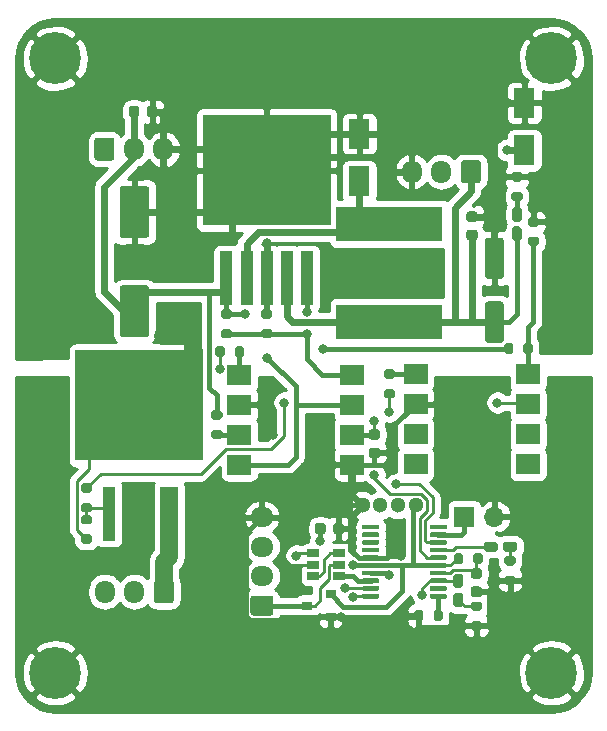
<source format=gtl>
G04 #@! TF.GenerationSoftware,KiCad,Pcbnew,(5.1.8)-1*
G04 #@! TF.CreationDate,2021-03-23T12:55:02+03:00*
G04 #@! TF.ProjectId,uart_key,75617274-5f6b-4657-992e-6b696361645f,rev?*
G04 #@! TF.SameCoordinates,Original*
G04 #@! TF.FileFunction,Copper,L1,Top*
G04 #@! TF.FilePolarity,Positive*
%FSLAX46Y46*%
G04 Gerber Fmt 4.6, Leading zero omitted, Abs format (unit mm)*
G04 Created by KiCad (PCBNEW (5.1.8)-1) date 2021-03-23 12:55:02*
%MOMM*%
%LPD*%
G01*
G04 APERTURE LIST*
G04 #@! TA.AperFunction,ComponentPad*
%ADD10C,0.700000*%
G04 #@! TD*
G04 #@! TA.AperFunction,ComponentPad*
%ADD11C,4.400000*%
G04 #@! TD*
G04 #@! TA.AperFunction,SMDPad,CuDef*
%ADD12R,10.800000X9.400000*%
G04 #@! TD*
G04 #@! TA.AperFunction,SMDPad,CuDef*
%ADD13R,1.100000X4.600000*%
G04 #@! TD*
G04 #@! TA.AperFunction,SMDPad,CuDef*
%ADD14R,2.000000X1.780000*%
G04 #@! TD*
G04 #@! TA.AperFunction,SMDPad,CuDef*
%ADD15R,0.900000X0.800000*%
G04 #@! TD*
G04 #@! TA.AperFunction,SMDPad,CuDef*
%ADD16R,1.060000X0.650000*%
G04 #@! TD*
G04 #@! TA.AperFunction,SMDPad,CuDef*
%ADD17R,1.500000X4.600000*%
G04 #@! TD*
G04 #@! TA.AperFunction,SMDPad,CuDef*
%ADD18R,9.000000X3.000000*%
G04 #@! TD*
G04 #@! TA.AperFunction,ComponentPad*
%ADD19O,1.700000X1.700000*%
G04 #@! TD*
G04 #@! TA.AperFunction,ComponentPad*
%ADD20R,1.700000X1.700000*%
G04 #@! TD*
G04 #@! TA.AperFunction,ComponentPad*
%ADD21O,1.700000X1.950000*%
G04 #@! TD*
G04 #@! TA.AperFunction,ComponentPad*
%ADD22C,1.300000*%
G04 #@! TD*
G04 #@! TA.AperFunction,ComponentPad*
%ADD23O,1.950000X1.700000*%
G04 #@! TD*
G04 #@! TA.AperFunction,SMDPad,CuDef*
%ADD24R,1.800000X2.500000*%
G04 #@! TD*
G04 #@! TA.AperFunction,ViaPad*
%ADD25C,0.800000*%
G04 #@! TD*
G04 #@! TA.AperFunction,Conductor*
%ADD26C,0.400000*%
G04 #@! TD*
G04 #@! TA.AperFunction,Conductor*
%ADD27C,0.250000*%
G04 #@! TD*
G04 #@! TA.AperFunction,Conductor*
%ADD28C,0.600000*%
G04 #@! TD*
G04 #@! TA.AperFunction,Conductor*
%ADD29C,1.500000*%
G04 #@! TD*
G04 #@! TA.AperFunction,Conductor*
%ADD30C,0.254000*%
G04 #@! TD*
G04 #@! TA.AperFunction,Conductor*
%ADD31C,0.100000*%
G04 #@! TD*
G04 APERTURE END LIST*
D10*
X23166726Y-70833274D03*
X22000000Y-70350000D03*
X20833274Y-70833274D03*
X20350000Y-72000000D03*
X20833274Y-73166726D03*
X22000000Y-73650000D03*
X23166726Y-73166726D03*
X23650000Y-72000000D03*
D11*
X22000000Y-72000000D03*
D10*
X65166726Y-70833274D03*
X64000000Y-70350000D03*
X62833274Y-70833274D03*
X62350000Y-72000000D03*
X62833274Y-73166726D03*
X64000000Y-73650000D03*
X65166726Y-73166726D03*
X65650000Y-72000000D03*
D11*
X64000000Y-72000000D03*
D10*
X23166726Y-18833274D03*
X22000000Y-18350000D03*
X20833274Y-18833274D03*
X20350000Y-20000000D03*
X20833274Y-21166726D03*
X22000000Y-21650000D03*
X23166726Y-21166726D03*
X23650000Y-20000000D03*
D11*
X22000000Y-20000000D03*
D10*
X65166726Y-18833274D03*
X64000000Y-18350000D03*
X62833274Y-18833274D03*
X62350000Y-20000000D03*
X62833274Y-21166726D03*
X64000000Y-21650000D03*
X65166726Y-21166726D03*
X65650000Y-20000000D03*
D11*
X64000000Y-20000000D03*
G04 #@! TA.AperFunction,SMDPad,CuDef*
G36*
G01*
X29690000Y-35200000D02*
X27690000Y-35200000D01*
G75*
G02*
X27440000Y-34950000I0J250000D01*
G01*
X27440000Y-31050000D01*
G75*
G02*
X27690000Y-30800000I250000J0D01*
G01*
X29690000Y-30800000D01*
G75*
G02*
X29940000Y-31050000I0J-250000D01*
G01*
X29940000Y-34950000D01*
G75*
G02*
X29690000Y-35200000I-250000J0D01*
G01*
G37*
G04 #@! TD.AperFunction*
G04 #@! TA.AperFunction,SMDPad,CuDef*
G36*
G01*
X29690000Y-43600000D02*
X27690000Y-43600000D01*
G75*
G02*
X27440000Y-43350000I0J250000D01*
G01*
X27440000Y-39450000D01*
G75*
G02*
X27690000Y-39200000I250000J0D01*
G01*
X29690000Y-39200000D01*
G75*
G02*
X29940000Y-39450000I0J-250000D01*
G01*
X29940000Y-43350000D01*
G75*
G02*
X29690000Y-43600000I-250000J0D01*
G01*
G37*
G04 #@! TD.AperFunction*
G04 #@! TA.AperFunction,SMDPad,CuDef*
G36*
G01*
X53162500Y-66897000D02*
X53162500Y-67447000D01*
G75*
G02*
X52962500Y-67647000I-200000J0D01*
G01*
X52562500Y-67647000D01*
G75*
G02*
X52362500Y-67447000I0J200000D01*
G01*
X52362500Y-66897000D01*
G75*
G02*
X52562500Y-66697000I200000J0D01*
G01*
X52962500Y-66697000D01*
G75*
G02*
X53162500Y-66897000I0J-200000D01*
G01*
G37*
G04 #@! TD.AperFunction*
G04 #@! TA.AperFunction,SMDPad,CuDef*
G36*
G01*
X54812500Y-66897000D02*
X54812500Y-67447000D01*
G75*
G02*
X54612500Y-67647000I-200000J0D01*
G01*
X54212500Y-67647000D01*
G75*
G02*
X54012500Y-67447000I0J200000D01*
G01*
X54012500Y-66897000D01*
G75*
G02*
X54212500Y-66697000I200000J0D01*
G01*
X54612500Y-66697000D01*
G75*
G02*
X54812500Y-66897000I0J-200000D01*
G01*
G37*
G04 #@! TD.AperFunction*
D12*
X39885000Y-29465000D03*
D13*
X43285000Y-38615000D03*
X41585000Y-38615000D03*
X39885000Y-38615000D03*
X38185000Y-38615000D03*
X36485000Y-38615000D03*
D14*
X62030000Y-46725000D03*
X52500000Y-54345000D03*
X62030000Y-49265000D03*
X52500000Y-51805000D03*
X62030000Y-51805000D03*
X52500000Y-49265000D03*
X62030000Y-54345000D03*
X52500000Y-46725000D03*
D15*
X43295000Y-66330000D03*
X45295000Y-65380000D03*
X45295000Y-67280000D03*
D14*
X47113835Y-46759251D03*
X37583835Y-54379251D03*
X47113835Y-49299251D03*
X37583835Y-51839251D03*
X47113835Y-51839251D03*
X37583835Y-49299251D03*
X47113835Y-54379251D03*
X37583835Y-46759251D03*
G04 #@! TA.AperFunction,SMDPad,CuDef*
G36*
G01*
X49425000Y-65425000D02*
X49425000Y-65625000D01*
G75*
G02*
X49325000Y-65725000I-100000J0D01*
G01*
X48050000Y-65725000D01*
G75*
G02*
X47950000Y-65625000I0J100000D01*
G01*
X47950000Y-65425000D01*
G75*
G02*
X48050000Y-65325000I100000J0D01*
G01*
X49325000Y-65325000D01*
G75*
G02*
X49425000Y-65425000I0J-100000D01*
G01*
G37*
G04 #@! TD.AperFunction*
G04 #@! TA.AperFunction,SMDPad,CuDef*
G36*
G01*
X49425000Y-64775000D02*
X49425000Y-64975000D01*
G75*
G02*
X49325000Y-65075000I-100000J0D01*
G01*
X48050000Y-65075000D01*
G75*
G02*
X47950000Y-64975000I0J100000D01*
G01*
X47950000Y-64775000D01*
G75*
G02*
X48050000Y-64675000I100000J0D01*
G01*
X49325000Y-64675000D01*
G75*
G02*
X49425000Y-64775000I0J-100000D01*
G01*
G37*
G04 #@! TD.AperFunction*
G04 #@! TA.AperFunction,SMDPad,CuDef*
G36*
G01*
X49425000Y-64125000D02*
X49425000Y-64325000D01*
G75*
G02*
X49325000Y-64425000I-100000J0D01*
G01*
X48050000Y-64425000D01*
G75*
G02*
X47950000Y-64325000I0J100000D01*
G01*
X47950000Y-64125000D01*
G75*
G02*
X48050000Y-64025000I100000J0D01*
G01*
X49325000Y-64025000D01*
G75*
G02*
X49425000Y-64125000I0J-100000D01*
G01*
G37*
G04 #@! TD.AperFunction*
G04 #@! TA.AperFunction,SMDPad,CuDef*
G36*
G01*
X49425000Y-63475000D02*
X49425000Y-63675000D01*
G75*
G02*
X49325000Y-63775000I-100000J0D01*
G01*
X48050000Y-63775000D01*
G75*
G02*
X47950000Y-63675000I0J100000D01*
G01*
X47950000Y-63475000D01*
G75*
G02*
X48050000Y-63375000I100000J0D01*
G01*
X49325000Y-63375000D01*
G75*
G02*
X49425000Y-63475000I0J-100000D01*
G01*
G37*
G04 #@! TD.AperFunction*
G04 #@! TA.AperFunction,SMDPad,CuDef*
G36*
G01*
X49425000Y-62825000D02*
X49425000Y-63025000D01*
G75*
G02*
X49325000Y-63125000I-100000J0D01*
G01*
X48050000Y-63125000D01*
G75*
G02*
X47950000Y-63025000I0J100000D01*
G01*
X47950000Y-62825000D01*
G75*
G02*
X48050000Y-62725000I100000J0D01*
G01*
X49325000Y-62725000D01*
G75*
G02*
X49425000Y-62825000I0J-100000D01*
G01*
G37*
G04 #@! TD.AperFunction*
G04 #@! TA.AperFunction,SMDPad,CuDef*
G36*
G01*
X49425000Y-62175000D02*
X49425000Y-62375000D01*
G75*
G02*
X49325000Y-62475000I-100000J0D01*
G01*
X48050000Y-62475000D01*
G75*
G02*
X47950000Y-62375000I0J100000D01*
G01*
X47950000Y-62175000D01*
G75*
G02*
X48050000Y-62075000I100000J0D01*
G01*
X49325000Y-62075000D01*
G75*
G02*
X49425000Y-62175000I0J-100000D01*
G01*
G37*
G04 #@! TD.AperFunction*
G04 #@! TA.AperFunction,SMDPad,CuDef*
G36*
G01*
X49425000Y-61525000D02*
X49425000Y-61725000D01*
G75*
G02*
X49325000Y-61825000I-100000J0D01*
G01*
X48050000Y-61825000D01*
G75*
G02*
X47950000Y-61725000I0J100000D01*
G01*
X47950000Y-61525000D01*
G75*
G02*
X48050000Y-61425000I100000J0D01*
G01*
X49325000Y-61425000D01*
G75*
G02*
X49425000Y-61525000I0J-100000D01*
G01*
G37*
G04 #@! TD.AperFunction*
G04 #@! TA.AperFunction,SMDPad,CuDef*
G36*
G01*
X49425000Y-60875000D02*
X49425000Y-61075000D01*
G75*
G02*
X49325000Y-61175000I-100000J0D01*
G01*
X48050000Y-61175000D01*
G75*
G02*
X47950000Y-61075000I0J100000D01*
G01*
X47950000Y-60875000D01*
G75*
G02*
X48050000Y-60775000I100000J0D01*
G01*
X49325000Y-60775000D01*
G75*
G02*
X49425000Y-60875000I0J-100000D01*
G01*
G37*
G04 #@! TD.AperFunction*
G04 #@! TA.AperFunction,SMDPad,CuDef*
G36*
G01*
X49425000Y-60225000D02*
X49425000Y-60425000D01*
G75*
G02*
X49325000Y-60525000I-100000J0D01*
G01*
X48050000Y-60525000D01*
G75*
G02*
X47950000Y-60425000I0J100000D01*
G01*
X47950000Y-60225000D01*
G75*
G02*
X48050000Y-60125000I100000J0D01*
G01*
X49325000Y-60125000D01*
G75*
G02*
X49425000Y-60225000I0J-100000D01*
G01*
G37*
G04 #@! TD.AperFunction*
G04 #@! TA.AperFunction,SMDPad,CuDef*
G36*
G01*
X49425000Y-59575000D02*
X49425000Y-59775000D01*
G75*
G02*
X49325000Y-59875000I-100000J0D01*
G01*
X48050000Y-59875000D01*
G75*
G02*
X47950000Y-59775000I0J100000D01*
G01*
X47950000Y-59575000D01*
G75*
G02*
X48050000Y-59475000I100000J0D01*
G01*
X49325000Y-59475000D01*
G75*
G02*
X49425000Y-59575000I0J-100000D01*
G01*
G37*
G04 #@! TD.AperFunction*
G04 #@! TA.AperFunction,SMDPad,CuDef*
G36*
G01*
X55150000Y-59575000D02*
X55150000Y-59775000D01*
G75*
G02*
X55050000Y-59875000I-100000J0D01*
G01*
X53775000Y-59875000D01*
G75*
G02*
X53675000Y-59775000I0J100000D01*
G01*
X53675000Y-59575000D01*
G75*
G02*
X53775000Y-59475000I100000J0D01*
G01*
X55050000Y-59475000D01*
G75*
G02*
X55150000Y-59575000I0J-100000D01*
G01*
G37*
G04 #@! TD.AperFunction*
G04 #@! TA.AperFunction,SMDPad,CuDef*
G36*
G01*
X55150000Y-60225000D02*
X55150000Y-60425000D01*
G75*
G02*
X55050000Y-60525000I-100000J0D01*
G01*
X53775000Y-60525000D01*
G75*
G02*
X53675000Y-60425000I0J100000D01*
G01*
X53675000Y-60225000D01*
G75*
G02*
X53775000Y-60125000I100000J0D01*
G01*
X55050000Y-60125000D01*
G75*
G02*
X55150000Y-60225000I0J-100000D01*
G01*
G37*
G04 #@! TD.AperFunction*
G04 #@! TA.AperFunction,SMDPad,CuDef*
G36*
G01*
X55150000Y-60875000D02*
X55150000Y-61075000D01*
G75*
G02*
X55050000Y-61175000I-100000J0D01*
G01*
X53775000Y-61175000D01*
G75*
G02*
X53675000Y-61075000I0J100000D01*
G01*
X53675000Y-60875000D01*
G75*
G02*
X53775000Y-60775000I100000J0D01*
G01*
X55050000Y-60775000D01*
G75*
G02*
X55150000Y-60875000I0J-100000D01*
G01*
G37*
G04 #@! TD.AperFunction*
G04 #@! TA.AperFunction,SMDPad,CuDef*
G36*
G01*
X55150000Y-61525000D02*
X55150000Y-61725000D01*
G75*
G02*
X55050000Y-61825000I-100000J0D01*
G01*
X53775000Y-61825000D01*
G75*
G02*
X53675000Y-61725000I0J100000D01*
G01*
X53675000Y-61525000D01*
G75*
G02*
X53775000Y-61425000I100000J0D01*
G01*
X55050000Y-61425000D01*
G75*
G02*
X55150000Y-61525000I0J-100000D01*
G01*
G37*
G04 #@! TD.AperFunction*
G04 #@! TA.AperFunction,SMDPad,CuDef*
G36*
G01*
X55150000Y-62175000D02*
X55150000Y-62375000D01*
G75*
G02*
X55050000Y-62475000I-100000J0D01*
G01*
X53775000Y-62475000D01*
G75*
G02*
X53675000Y-62375000I0J100000D01*
G01*
X53675000Y-62175000D01*
G75*
G02*
X53775000Y-62075000I100000J0D01*
G01*
X55050000Y-62075000D01*
G75*
G02*
X55150000Y-62175000I0J-100000D01*
G01*
G37*
G04 #@! TD.AperFunction*
G04 #@! TA.AperFunction,SMDPad,CuDef*
G36*
G01*
X55150000Y-62825000D02*
X55150000Y-63025000D01*
G75*
G02*
X55050000Y-63125000I-100000J0D01*
G01*
X53775000Y-63125000D01*
G75*
G02*
X53675000Y-63025000I0J100000D01*
G01*
X53675000Y-62825000D01*
G75*
G02*
X53775000Y-62725000I100000J0D01*
G01*
X55050000Y-62725000D01*
G75*
G02*
X55150000Y-62825000I0J-100000D01*
G01*
G37*
G04 #@! TD.AperFunction*
G04 #@! TA.AperFunction,SMDPad,CuDef*
G36*
G01*
X55150000Y-63475000D02*
X55150000Y-63675000D01*
G75*
G02*
X55050000Y-63775000I-100000J0D01*
G01*
X53775000Y-63775000D01*
G75*
G02*
X53675000Y-63675000I0J100000D01*
G01*
X53675000Y-63475000D01*
G75*
G02*
X53775000Y-63375000I100000J0D01*
G01*
X55050000Y-63375000D01*
G75*
G02*
X55150000Y-63475000I0J-100000D01*
G01*
G37*
G04 #@! TD.AperFunction*
G04 #@! TA.AperFunction,SMDPad,CuDef*
G36*
G01*
X55150000Y-64125000D02*
X55150000Y-64325000D01*
G75*
G02*
X55050000Y-64425000I-100000J0D01*
G01*
X53775000Y-64425000D01*
G75*
G02*
X53675000Y-64325000I0J100000D01*
G01*
X53675000Y-64125000D01*
G75*
G02*
X53775000Y-64025000I100000J0D01*
G01*
X55050000Y-64025000D01*
G75*
G02*
X55150000Y-64125000I0J-100000D01*
G01*
G37*
G04 #@! TD.AperFunction*
G04 #@! TA.AperFunction,SMDPad,CuDef*
G36*
G01*
X55150000Y-64775000D02*
X55150000Y-64975000D01*
G75*
G02*
X55050000Y-65075000I-100000J0D01*
G01*
X53775000Y-65075000D01*
G75*
G02*
X53675000Y-64975000I0J100000D01*
G01*
X53675000Y-64775000D01*
G75*
G02*
X53775000Y-64675000I100000J0D01*
G01*
X55050000Y-64675000D01*
G75*
G02*
X55150000Y-64775000I0J-100000D01*
G01*
G37*
G04 #@! TD.AperFunction*
G04 #@! TA.AperFunction,SMDPad,CuDef*
G36*
G01*
X55150000Y-65425000D02*
X55150000Y-65625000D01*
G75*
G02*
X55050000Y-65725000I-100000J0D01*
G01*
X53775000Y-65725000D01*
G75*
G02*
X53675000Y-65625000I0J100000D01*
G01*
X53675000Y-65425000D01*
G75*
G02*
X53775000Y-65325000I100000J0D01*
G01*
X55050000Y-65325000D01*
G75*
G02*
X55150000Y-65425000I0J-100000D01*
G01*
G37*
G04 #@! TD.AperFunction*
D16*
X46046000Y-62854000D03*
X46046000Y-61904000D03*
X46046000Y-63804000D03*
X43846000Y-63804000D03*
X43846000Y-62854000D03*
X43846000Y-61904000D03*
G04 #@! TA.AperFunction,SMDPad,CuDef*
G36*
G01*
X61630000Y-44841000D02*
X61630000Y-44291000D01*
G75*
G02*
X61830000Y-44091000I200000J0D01*
G01*
X62230000Y-44091000D01*
G75*
G02*
X62430000Y-44291000I0J-200000D01*
G01*
X62430000Y-44841000D01*
G75*
G02*
X62230000Y-45041000I-200000J0D01*
G01*
X61830000Y-45041000D01*
G75*
G02*
X61630000Y-44841000I0J200000D01*
G01*
G37*
G04 #@! TD.AperFunction*
G04 #@! TA.AperFunction,SMDPad,CuDef*
G36*
G01*
X59980000Y-44841000D02*
X59980000Y-44291000D01*
G75*
G02*
X60180000Y-44091000I200000J0D01*
G01*
X60580000Y-44091000D01*
G75*
G02*
X60780000Y-44291000I0J-200000D01*
G01*
X60780000Y-44841000D01*
G75*
G02*
X60580000Y-45041000I-200000J0D01*
G01*
X60180000Y-45041000D01*
G75*
G02*
X59980000Y-44841000I0J200000D01*
G01*
G37*
G04 #@! TD.AperFunction*
G04 #@! TA.AperFunction,SMDPad,CuDef*
G36*
G01*
X62197000Y-35085000D02*
X62747000Y-35085000D01*
G75*
G02*
X62947000Y-35285000I0J-200000D01*
G01*
X62947000Y-35685000D01*
G75*
G02*
X62747000Y-35885000I-200000J0D01*
G01*
X62197000Y-35885000D01*
G75*
G02*
X61997000Y-35685000I0J200000D01*
G01*
X61997000Y-35285000D01*
G75*
G02*
X62197000Y-35085000I200000J0D01*
G01*
G37*
G04 #@! TD.AperFunction*
G04 #@! TA.AperFunction,SMDPad,CuDef*
G36*
G01*
X62197000Y-33435000D02*
X62747000Y-33435000D01*
G75*
G02*
X62947000Y-33635000I0J-200000D01*
G01*
X62947000Y-34035000D01*
G75*
G02*
X62747000Y-34235000I-200000J0D01*
G01*
X62197000Y-34235000D01*
G75*
G02*
X61997000Y-34035000I0J200000D01*
G01*
X61997000Y-33635000D01*
G75*
G02*
X62197000Y-33435000I200000J0D01*
G01*
G37*
G04 #@! TD.AperFunction*
G04 #@! TA.AperFunction,SMDPad,CuDef*
G36*
G01*
X50005000Y-47975000D02*
X50555000Y-47975000D01*
G75*
G02*
X50755000Y-48175000I0J-200000D01*
G01*
X50755000Y-48575000D01*
G75*
G02*
X50555000Y-48775000I-200000J0D01*
G01*
X50005000Y-48775000D01*
G75*
G02*
X49805000Y-48575000I0J200000D01*
G01*
X49805000Y-48175000D01*
G75*
G02*
X50005000Y-47975000I200000J0D01*
G01*
G37*
G04 #@! TD.AperFunction*
G04 #@! TA.AperFunction,SMDPad,CuDef*
G36*
G01*
X50005000Y-46325000D02*
X50555000Y-46325000D01*
G75*
G02*
X50755000Y-46525000I0J-200000D01*
G01*
X50755000Y-46925000D01*
G75*
G02*
X50555000Y-47125000I-200000J0D01*
G01*
X50005000Y-47125000D01*
G75*
G02*
X49805000Y-46925000I0J200000D01*
G01*
X49805000Y-46525000D01*
G75*
G02*
X50005000Y-46325000I200000J0D01*
G01*
G37*
G04 #@! TD.AperFunction*
G04 #@! TA.AperFunction,SMDPad,CuDef*
G36*
G01*
X40160000Y-42045000D02*
X39610000Y-42045000D01*
G75*
G02*
X39410000Y-41845000I0J200000D01*
G01*
X39410000Y-41445000D01*
G75*
G02*
X39610000Y-41245000I200000J0D01*
G01*
X40160000Y-41245000D01*
G75*
G02*
X40360000Y-41445000I0J-200000D01*
G01*
X40360000Y-41845000D01*
G75*
G02*
X40160000Y-42045000I-200000J0D01*
G01*
G37*
G04 #@! TD.AperFunction*
G04 #@! TA.AperFunction,SMDPad,CuDef*
G36*
G01*
X40160000Y-43695000D02*
X39610000Y-43695000D01*
G75*
G02*
X39410000Y-43495000I0J200000D01*
G01*
X39410000Y-43095000D01*
G75*
G02*
X39610000Y-42895000I200000J0D01*
G01*
X40160000Y-42895000D01*
G75*
G02*
X40360000Y-43095000I0J-200000D01*
G01*
X40360000Y-43495000D01*
G75*
G02*
X40160000Y-43695000I-200000J0D01*
G01*
G37*
G04 #@! TD.AperFunction*
G04 #@! TA.AperFunction,SMDPad,CuDef*
G36*
G01*
X36210000Y-42895000D02*
X36760000Y-42895000D01*
G75*
G02*
X36960000Y-43095000I0J-200000D01*
G01*
X36960000Y-43495000D01*
G75*
G02*
X36760000Y-43695000I-200000J0D01*
G01*
X36210000Y-43695000D01*
G75*
G02*
X36010000Y-43495000I0J200000D01*
G01*
X36010000Y-43095000D01*
G75*
G02*
X36210000Y-42895000I200000J0D01*
G01*
G37*
G04 #@! TD.AperFunction*
G04 #@! TA.AperFunction,SMDPad,CuDef*
G36*
G01*
X36210000Y-41245000D02*
X36760000Y-41245000D01*
G75*
G02*
X36960000Y-41445000I0J-200000D01*
G01*
X36960000Y-41845000D01*
G75*
G02*
X36760000Y-42045000I-200000J0D01*
G01*
X36210000Y-42045000D01*
G75*
G02*
X36010000Y-41845000I0J200000D01*
G01*
X36010000Y-41445000D01*
G75*
G02*
X36210000Y-41245000I200000J0D01*
G01*
G37*
G04 #@! TD.AperFunction*
G04 #@! TA.AperFunction,SMDPad,CuDef*
G36*
G01*
X35950000Y-50589251D02*
X35400000Y-50589251D01*
G75*
G02*
X35200000Y-50389251I0J200000D01*
G01*
X35200000Y-49989251D01*
G75*
G02*
X35400000Y-49789251I200000J0D01*
G01*
X35950000Y-49789251D01*
G75*
G02*
X36150000Y-49989251I0J-200000D01*
G01*
X36150000Y-50389251D01*
G75*
G02*
X35950000Y-50589251I-200000J0D01*
G01*
G37*
G04 #@! TD.AperFunction*
G04 #@! TA.AperFunction,SMDPad,CuDef*
G36*
G01*
X35950000Y-52239251D02*
X35400000Y-52239251D01*
G75*
G02*
X35200000Y-52039251I0J200000D01*
G01*
X35200000Y-51639251D01*
G75*
G02*
X35400000Y-51439251I200000J0D01*
G01*
X35950000Y-51439251D01*
G75*
G02*
X36150000Y-51639251I0J-200000D01*
G01*
X36150000Y-52039251D01*
G75*
G02*
X35950000Y-52239251I-200000J0D01*
G01*
G37*
G04 #@! TD.AperFunction*
G04 #@! TA.AperFunction,SMDPad,CuDef*
G36*
G01*
X24901000Y-56778000D02*
X24351000Y-56778000D01*
G75*
G02*
X24151000Y-56578000I0J200000D01*
G01*
X24151000Y-56178000D01*
G75*
G02*
X24351000Y-55978000I200000J0D01*
G01*
X24901000Y-55978000D01*
G75*
G02*
X25101000Y-56178000I0J-200000D01*
G01*
X25101000Y-56578000D01*
G75*
G02*
X24901000Y-56778000I-200000J0D01*
G01*
G37*
G04 #@! TD.AperFunction*
G04 #@! TA.AperFunction,SMDPad,CuDef*
G36*
G01*
X24901000Y-58428000D02*
X24351000Y-58428000D01*
G75*
G02*
X24151000Y-58228000I0J200000D01*
G01*
X24151000Y-57828000D01*
G75*
G02*
X24351000Y-57628000I200000J0D01*
G01*
X24901000Y-57628000D01*
G75*
G02*
X25101000Y-57828000I0J-200000D01*
G01*
X25101000Y-58228000D01*
G75*
G02*
X24901000Y-58428000I-200000J0D01*
G01*
G37*
G04 #@! TD.AperFunction*
G04 #@! TA.AperFunction,SMDPad,CuDef*
G36*
G01*
X36330000Y-44545000D02*
X36330000Y-45095000D01*
G75*
G02*
X36130000Y-45295000I-200000J0D01*
G01*
X35730000Y-45295000D01*
G75*
G02*
X35530000Y-45095000I0J200000D01*
G01*
X35530000Y-44545000D01*
G75*
G02*
X35730000Y-44345000I200000J0D01*
G01*
X36130000Y-44345000D01*
G75*
G02*
X36330000Y-44545000I0J-200000D01*
G01*
G37*
G04 #@! TD.AperFunction*
G04 #@! TA.AperFunction,SMDPad,CuDef*
G36*
G01*
X37980000Y-44545000D02*
X37980000Y-45095000D01*
G75*
G02*
X37780000Y-45295000I-200000J0D01*
G01*
X37380000Y-45295000D01*
G75*
G02*
X37180000Y-45095000I0J200000D01*
G01*
X37180000Y-44545000D01*
G75*
G02*
X37380000Y-44345000I200000J0D01*
G01*
X37780000Y-44345000D01*
G75*
G02*
X37980000Y-44545000I0J-200000D01*
G01*
G37*
G04 #@! TD.AperFunction*
G04 #@! TA.AperFunction,SMDPad,CuDef*
G36*
G01*
X24901000Y-59444000D02*
X24351000Y-59444000D01*
G75*
G02*
X24151000Y-59244000I0J200000D01*
G01*
X24151000Y-58844000D01*
G75*
G02*
X24351000Y-58644000I200000J0D01*
G01*
X24901000Y-58644000D01*
G75*
G02*
X25101000Y-58844000I0J-200000D01*
G01*
X25101000Y-59244000D01*
G75*
G02*
X24901000Y-59444000I-200000J0D01*
G01*
G37*
G04 #@! TD.AperFunction*
G04 #@! TA.AperFunction,SMDPad,CuDef*
G36*
G01*
X24901000Y-61094000D02*
X24351000Y-61094000D01*
G75*
G02*
X24151000Y-60894000I0J200000D01*
G01*
X24151000Y-60494000D01*
G75*
G02*
X24351000Y-60294000I200000J0D01*
G01*
X24901000Y-60294000D01*
G75*
G02*
X25101000Y-60494000I0J-200000D01*
G01*
X25101000Y-60894000D01*
G75*
G02*
X24901000Y-61094000I-200000J0D01*
G01*
G37*
G04 #@! TD.AperFunction*
G04 #@! TA.AperFunction,SMDPad,CuDef*
G36*
G01*
X57921000Y-66788874D02*
X57371000Y-66788874D01*
G75*
G02*
X57171000Y-66588874I0J200000D01*
G01*
X57171000Y-66188874D01*
G75*
G02*
X57371000Y-65988874I200000J0D01*
G01*
X57921000Y-65988874D01*
G75*
G02*
X58121000Y-66188874I0J-200000D01*
G01*
X58121000Y-66588874D01*
G75*
G02*
X57921000Y-66788874I-200000J0D01*
G01*
G37*
G04 #@! TD.AperFunction*
G04 #@! TA.AperFunction,SMDPad,CuDef*
G36*
G01*
X57921000Y-68438874D02*
X57371000Y-68438874D01*
G75*
G02*
X57171000Y-68238874I0J200000D01*
G01*
X57171000Y-67838874D01*
G75*
G02*
X57371000Y-67638874I200000J0D01*
G01*
X57921000Y-67638874D01*
G75*
G02*
X58121000Y-67838874I0J-200000D01*
G01*
X58121000Y-68238874D01*
G75*
G02*
X57921000Y-68438874I-200000J0D01*
G01*
G37*
G04 #@! TD.AperFunction*
G04 #@! TA.AperFunction,SMDPad,CuDef*
G36*
G01*
X60765500Y-62937000D02*
X60215500Y-62937000D01*
G75*
G02*
X60015500Y-62737000I0J200000D01*
G01*
X60015500Y-62337000D01*
G75*
G02*
X60215500Y-62137000I200000J0D01*
G01*
X60765500Y-62137000D01*
G75*
G02*
X60965500Y-62337000I0J-200000D01*
G01*
X60965500Y-62737000D01*
G75*
G02*
X60765500Y-62937000I-200000J0D01*
G01*
G37*
G04 #@! TD.AperFunction*
G04 #@! TA.AperFunction,SMDPad,CuDef*
G36*
G01*
X60765500Y-64587000D02*
X60215500Y-64587000D01*
G75*
G02*
X60015500Y-64387000I0J200000D01*
G01*
X60015500Y-63987000D01*
G75*
G02*
X60215500Y-63787000I200000J0D01*
G01*
X60765500Y-63787000D01*
G75*
G02*
X60965500Y-63987000I0J-200000D01*
G01*
X60965500Y-64387000D01*
G75*
G02*
X60765500Y-64587000I-200000J0D01*
G01*
G37*
G04 #@! TD.AperFunction*
G04 #@! TA.AperFunction,SMDPad,CuDef*
G36*
G01*
X60800000Y-31275000D02*
X61350000Y-31275000D01*
G75*
G02*
X61550000Y-31475000I0J-200000D01*
G01*
X61550000Y-31875000D01*
G75*
G02*
X61350000Y-32075000I-200000J0D01*
G01*
X60800000Y-32075000D01*
G75*
G02*
X60600000Y-31875000I0J200000D01*
G01*
X60600000Y-31475000D01*
G75*
G02*
X60800000Y-31275000I200000J0D01*
G01*
G37*
G04 #@! TD.AperFunction*
G04 #@! TA.AperFunction,SMDPad,CuDef*
G36*
G01*
X60800000Y-29625000D02*
X61350000Y-29625000D01*
G75*
G02*
X61550000Y-29825000I0J-200000D01*
G01*
X61550000Y-30225000D01*
G75*
G02*
X61350000Y-30425000I-200000J0D01*
G01*
X60800000Y-30425000D01*
G75*
G02*
X60600000Y-30225000I0J200000D01*
G01*
X60600000Y-29825000D01*
G75*
G02*
X60800000Y-29625000I200000J0D01*
G01*
G37*
G04 #@! TD.AperFunction*
G04 #@! TA.AperFunction,SMDPad,CuDef*
G36*
G01*
X57372000Y-62621000D02*
X57372000Y-62071000D01*
G75*
G02*
X57572000Y-61871000I200000J0D01*
G01*
X57972000Y-61871000D01*
G75*
G02*
X58172000Y-62071000I0J-200000D01*
G01*
X58172000Y-62621000D01*
G75*
G02*
X57972000Y-62821000I-200000J0D01*
G01*
X57572000Y-62821000D01*
G75*
G02*
X57372000Y-62621000I0J200000D01*
G01*
G37*
G04 #@! TD.AperFunction*
G04 #@! TA.AperFunction,SMDPad,CuDef*
G36*
G01*
X55722000Y-62621000D02*
X55722000Y-62071000D01*
G75*
G02*
X55922000Y-61871000I200000J0D01*
G01*
X56322000Y-61871000D01*
G75*
G02*
X56522000Y-62071000I0J-200000D01*
G01*
X56522000Y-62621000D01*
G75*
G02*
X56322000Y-62821000I-200000J0D01*
G01*
X55922000Y-62821000D01*
G75*
G02*
X55722000Y-62621000I0J200000D01*
G01*
G37*
G04 #@! TD.AperFunction*
D12*
X29090000Y-49380000D03*
D17*
X31630000Y-58530000D03*
D13*
X26550000Y-58530000D03*
D18*
X50280000Y-34025000D03*
X50280000Y-42325000D03*
D19*
X59170000Y-58790000D03*
D20*
X56630000Y-58790000D03*
D21*
X26190000Y-65140000D03*
X28690000Y-65140000D03*
G04 #@! TA.AperFunction,ComponentPad*
G36*
G01*
X32040000Y-64415000D02*
X32040000Y-65865000D01*
G75*
G02*
X31790000Y-66115000I-250000J0D01*
G01*
X30590000Y-66115000D01*
G75*
G02*
X30340000Y-65865000I0J250000D01*
G01*
X30340000Y-64415000D01*
G75*
G02*
X30590000Y-64165000I250000J0D01*
G01*
X31790000Y-64165000D01*
G75*
G02*
X32040000Y-64415000I0J-250000D01*
G01*
G37*
G04 #@! TD.AperFunction*
D22*
X48010000Y-57822000D03*
X49510000Y-57822000D03*
X51010000Y-57822000D03*
X52510000Y-57822000D03*
D21*
X52185000Y-29580000D03*
X54685000Y-29580000D03*
G04 #@! TA.AperFunction,ComponentPad*
G36*
G01*
X58035000Y-28855000D02*
X58035000Y-30305000D01*
G75*
G02*
X57785000Y-30555000I-250000J0D01*
G01*
X56585000Y-30555000D01*
G75*
G02*
X56335000Y-30305000I0J250000D01*
G01*
X56335000Y-28855000D01*
G75*
G02*
X56585000Y-28605000I250000J0D01*
G01*
X57785000Y-28605000D01*
G75*
G02*
X58035000Y-28855000I0J-250000D01*
G01*
G37*
G04 #@! TD.AperFunction*
X31150000Y-27675000D03*
X28650000Y-27675000D03*
G04 #@! TA.AperFunction,ComponentPad*
G36*
G01*
X25300000Y-28400000D02*
X25300000Y-26950000D01*
G75*
G02*
X25550000Y-26700000I250000J0D01*
G01*
X26750000Y-26700000D01*
G75*
G02*
X27000000Y-26950000I0J-250000D01*
G01*
X27000000Y-28400000D01*
G75*
G02*
X26750000Y-28650000I-250000J0D01*
G01*
X25550000Y-28650000D01*
G75*
G02*
X25300000Y-28400000I0J250000D01*
G01*
G37*
G04 #@! TD.AperFunction*
D23*
X39485000Y-58830000D03*
X39485000Y-61330000D03*
X39485000Y-63830000D03*
G04 #@! TA.AperFunction,ComponentPad*
G36*
G01*
X40210000Y-67180000D02*
X38760000Y-67180000D01*
G75*
G02*
X38510000Y-66930000I0J250000D01*
G01*
X38510000Y-65730000D01*
G75*
G02*
X38760000Y-65480000I250000J0D01*
G01*
X40210000Y-65480000D01*
G75*
G02*
X40460000Y-65730000I0J-250000D01*
G01*
X40460000Y-66930000D01*
G75*
G02*
X40210000Y-67180000I-250000J0D01*
G01*
G37*
G04 #@! TD.AperFunction*
D24*
X61710000Y-23770000D03*
X61710000Y-27770000D03*
X47740000Y-26405000D03*
X47740000Y-30405000D03*
G04 #@! TA.AperFunction,SMDPad,CuDef*
G36*
G01*
X56334500Y-64837500D02*
X55909500Y-64837500D01*
G75*
G02*
X55697000Y-64625000I0J212500D01*
G01*
X55697000Y-63825000D01*
G75*
G02*
X55909500Y-63612500I212500J0D01*
G01*
X56334500Y-63612500D01*
G75*
G02*
X56547000Y-63825000I0J-212500D01*
G01*
X56547000Y-64625000D01*
G75*
G02*
X56334500Y-64837500I-212500J0D01*
G01*
G37*
G04 #@! TD.AperFunction*
G04 #@! TA.AperFunction,SMDPad,CuDef*
G36*
G01*
X56334500Y-66462500D02*
X55909500Y-66462500D01*
G75*
G02*
X55697000Y-66250000I0J212500D01*
G01*
X55697000Y-65450000D01*
G75*
G02*
X55909500Y-65237500I212500J0D01*
G01*
X56334500Y-65237500D01*
G75*
G02*
X56547000Y-65450000I0J-212500D01*
G01*
X56547000Y-66250000D01*
G75*
G02*
X56334500Y-66462500I-212500J0D01*
G01*
G37*
G04 #@! TD.AperFunction*
G04 #@! TA.AperFunction,SMDPad,CuDef*
G36*
G01*
X60862500Y-34225000D02*
X61287500Y-34225000D01*
G75*
G02*
X61500000Y-34437500I0J-212500D01*
G01*
X61500000Y-35237500D01*
G75*
G02*
X61287500Y-35450000I-212500J0D01*
G01*
X60862500Y-35450000D01*
G75*
G02*
X60650000Y-35237500I0J212500D01*
G01*
X60650000Y-34437500D01*
G75*
G02*
X60862500Y-34225000I212500J0D01*
G01*
G37*
G04 #@! TD.AperFunction*
G04 #@! TA.AperFunction,SMDPad,CuDef*
G36*
G01*
X60862500Y-32600000D02*
X61287500Y-32600000D01*
G75*
G02*
X61500000Y-32812500I0J-212500D01*
G01*
X61500000Y-33612500D01*
G75*
G02*
X61287500Y-33825000I-212500J0D01*
G01*
X60862500Y-33825000D01*
G75*
G02*
X60650000Y-33612500I0J212500D01*
G01*
X60650000Y-32812500D01*
G75*
G02*
X60862500Y-32600000I212500J0D01*
G01*
G37*
G04 #@! TD.AperFunction*
G04 #@! TA.AperFunction,SMDPad,CuDef*
G36*
G01*
X59478000Y-61117500D02*
X59478000Y-61542500D01*
G75*
G02*
X59265500Y-61755000I-212500J0D01*
G01*
X58465500Y-61755000D01*
G75*
G02*
X58253000Y-61542500I0J212500D01*
G01*
X58253000Y-61117500D01*
G75*
G02*
X58465500Y-60905000I212500J0D01*
G01*
X59265500Y-60905000D01*
G75*
G02*
X59478000Y-61117500I0J-212500D01*
G01*
G37*
G04 #@! TD.AperFunction*
G04 #@! TA.AperFunction,SMDPad,CuDef*
G36*
G01*
X61103000Y-61117500D02*
X61103000Y-61542500D01*
G75*
G02*
X60890500Y-61755000I-212500J0D01*
G01*
X60090500Y-61755000D01*
G75*
G02*
X59878000Y-61542500I0J212500D01*
G01*
X59878000Y-61117500D01*
G75*
G02*
X60090500Y-60905000I212500J0D01*
G01*
X60890500Y-60905000D01*
G75*
G02*
X61103000Y-61117500I0J-212500D01*
G01*
G37*
G04 #@! TD.AperFunction*
G04 #@! TA.AperFunction,SMDPad,CuDef*
G36*
G01*
X48760000Y-52939251D02*
X49260000Y-52939251D01*
G75*
G02*
X49485000Y-53164251I0J-225000D01*
G01*
X49485000Y-53614251D01*
G75*
G02*
X49260000Y-53839251I-225000J0D01*
G01*
X48760000Y-53839251D01*
G75*
G02*
X48535000Y-53614251I0J225000D01*
G01*
X48535000Y-53164251D01*
G75*
G02*
X48760000Y-52939251I225000J0D01*
G01*
G37*
G04 #@! TD.AperFunction*
G04 #@! TA.AperFunction,SMDPad,CuDef*
G36*
G01*
X48760000Y-51389251D02*
X49260000Y-51389251D01*
G75*
G02*
X49485000Y-51614251I0J-225000D01*
G01*
X49485000Y-52064251D01*
G75*
G02*
X49260000Y-52289251I-225000J0D01*
G01*
X48760000Y-52289251D01*
G75*
G02*
X48535000Y-52064251I0J225000D01*
G01*
X48535000Y-51614251D01*
G75*
G02*
X48760000Y-51389251I225000J0D01*
G01*
G37*
G04 #@! TD.AperFunction*
G04 #@! TA.AperFunction,SMDPad,CuDef*
G36*
G01*
X45525000Y-60056000D02*
X45525000Y-59556000D01*
G75*
G02*
X45750000Y-59331000I225000J0D01*
G01*
X46200000Y-59331000D01*
G75*
G02*
X46425000Y-59556000I0J-225000D01*
G01*
X46425000Y-60056000D01*
G75*
G02*
X46200000Y-60281000I-225000J0D01*
G01*
X45750000Y-60281000D01*
G75*
G02*
X45525000Y-60056000I0J225000D01*
G01*
G37*
G04 #@! TD.AperFunction*
G04 #@! TA.AperFunction,SMDPad,CuDef*
G36*
G01*
X43975000Y-60056000D02*
X43975000Y-59556000D01*
G75*
G02*
X44200000Y-59331000I225000J0D01*
G01*
X44650000Y-59331000D01*
G75*
G02*
X44875000Y-59556000I0J-225000D01*
G01*
X44875000Y-60056000D01*
G75*
G02*
X44650000Y-60281000I-225000J0D01*
G01*
X44200000Y-60281000D01*
G75*
G02*
X43975000Y-60056000I0J225000D01*
G01*
G37*
G04 #@! TD.AperFunction*
G04 #@! TA.AperFunction,SMDPad,CuDef*
G36*
G01*
X57515000Y-33840001D02*
X57015000Y-33840001D01*
G75*
G02*
X56790000Y-33615001I0J225000D01*
G01*
X56790000Y-33165001D01*
G75*
G02*
X57015000Y-32940001I225000J0D01*
G01*
X57515000Y-32940001D01*
G75*
G02*
X57740000Y-33165001I0J-225000D01*
G01*
X57740000Y-33615001D01*
G75*
G02*
X57515000Y-33840001I-225000J0D01*
G01*
G37*
G04 #@! TD.AperFunction*
G04 #@! TA.AperFunction,SMDPad,CuDef*
G36*
G01*
X57515000Y-35390001D02*
X57015000Y-35390001D01*
G75*
G02*
X56790000Y-35165001I0J225000D01*
G01*
X56790000Y-34715001D01*
G75*
G02*
X57015000Y-34490001I225000J0D01*
G01*
X57515000Y-34490001D01*
G75*
G02*
X57740000Y-34715001I0J-225000D01*
G01*
X57740000Y-35165001D01*
G75*
G02*
X57515000Y-35390001I-225000J0D01*
G01*
G37*
G04 #@! TD.AperFunction*
G04 #@! TA.AperFunction,SMDPad,CuDef*
G36*
G01*
X59720000Y-38675000D02*
X58620000Y-38675000D01*
G75*
G02*
X58370000Y-38425000I0J250000D01*
G01*
X58370000Y-35425000D01*
G75*
G02*
X58620000Y-35175000I250000J0D01*
G01*
X59720000Y-35175000D01*
G75*
G02*
X59970000Y-35425000I0J-250000D01*
G01*
X59970000Y-38425000D01*
G75*
G02*
X59720000Y-38675000I-250000J0D01*
G01*
G37*
G04 #@! TD.AperFunction*
G04 #@! TA.AperFunction,SMDPad,CuDef*
G36*
G01*
X59720000Y-44075000D02*
X58620000Y-44075000D01*
G75*
G02*
X58370000Y-43825000I0J250000D01*
G01*
X58370000Y-40825000D01*
G75*
G02*
X58620000Y-40575000I250000J0D01*
G01*
X59720000Y-40575000D01*
G75*
G02*
X59970000Y-40825000I0J-250000D01*
G01*
X59970000Y-43825000D01*
G75*
G02*
X59720000Y-44075000I-250000J0D01*
G01*
G37*
G04 #@! TD.AperFunction*
G04 #@! TA.AperFunction,SMDPad,CuDef*
G36*
G01*
X57396000Y-64703000D02*
X57896000Y-64703000D01*
G75*
G02*
X58121000Y-64928000I0J-225000D01*
G01*
X58121000Y-65378000D01*
G75*
G02*
X57896000Y-65603000I-225000J0D01*
G01*
X57396000Y-65603000D01*
G75*
G02*
X57171000Y-65378000I0J225000D01*
G01*
X57171000Y-64928000D01*
G75*
G02*
X57396000Y-64703000I225000J0D01*
G01*
G37*
G04 #@! TD.AperFunction*
G04 #@! TA.AperFunction,SMDPad,CuDef*
G36*
G01*
X57396000Y-63153000D02*
X57896000Y-63153000D01*
G75*
G02*
X58121000Y-63378000I0J-225000D01*
G01*
X58121000Y-63828000D01*
G75*
G02*
X57896000Y-64053000I-225000J0D01*
G01*
X57396000Y-64053000D01*
G75*
G02*
X57171000Y-63828000I0J225000D01*
G01*
X57171000Y-63378000D01*
G75*
G02*
X57396000Y-63153000I225000J0D01*
G01*
G37*
G04 #@! TD.AperFunction*
G04 #@! TA.AperFunction,SMDPad,CuDef*
G36*
G01*
X29750000Y-24750000D02*
X29750000Y-24250000D01*
G75*
G02*
X29975000Y-24025000I225000J0D01*
G01*
X30425000Y-24025000D01*
G75*
G02*
X30650000Y-24250000I0J-225000D01*
G01*
X30650000Y-24750000D01*
G75*
G02*
X30425000Y-24975000I-225000J0D01*
G01*
X29975000Y-24975000D01*
G75*
G02*
X29750000Y-24750000I0J225000D01*
G01*
G37*
G04 #@! TD.AperFunction*
G04 #@! TA.AperFunction,SMDPad,CuDef*
G36*
G01*
X28200000Y-24750000D02*
X28200000Y-24250000D01*
G75*
G02*
X28425000Y-24025000I225000J0D01*
G01*
X28875000Y-24025000D01*
G75*
G02*
X29100000Y-24250000I0J-225000D01*
G01*
X29100000Y-24750000D01*
G75*
G02*
X28875000Y-24975000I-225000J0D01*
G01*
X28425000Y-24975000D01*
G75*
G02*
X28200000Y-24750000I0J225000D01*
G01*
G37*
G04 #@! TD.AperFunction*
D25*
X44253835Y-51839251D03*
X40443835Y-51839251D03*
X46216000Y-67280000D03*
X51296000Y-62113561D03*
X38088000Y-41645000D03*
X44692008Y-44566000D03*
X60229076Y-27757982D03*
X44438000Y-60822000D03*
X47187061Y-62913542D03*
X46481000Y-64875000D03*
X47232000Y-65610000D03*
X43300189Y-43291250D03*
X43295000Y-41425000D03*
X53074000Y-65394000D03*
X50280000Y-49900000D03*
X50280000Y-63725000D03*
X31150000Y-43470000D03*
X32420000Y-43470000D03*
X33690000Y-43470000D03*
X33690000Y-43470000D03*
X39896844Y-35624543D03*
X36945000Y-35295000D03*
X60331209Y-23787575D03*
X31150000Y-43470000D03*
X32420000Y-43470000D03*
X39934609Y-45343881D03*
X49010000Y-50662000D03*
X49010000Y-55234000D03*
X35936478Y-46266566D03*
X50855654Y-56054335D03*
X59424000Y-49138000D03*
X41390000Y-49138000D03*
X42406000Y-62092000D03*
D26*
X47113835Y-54379251D02*
X44888835Y-54379251D01*
X44253835Y-53744251D02*
X44253835Y-51839251D01*
X44888835Y-54379251D02*
X44253835Y-53744251D01*
X40443835Y-51839251D02*
X40443835Y-49934251D01*
X39808835Y-49299251D02*
X37583835Y-49299251D01*
X40443835Y-49934251D02*
X39808835Y-49299251D01*
X38109990Y-60205010D02*
X39485000Y-58830000D01*
X38109990Y-67199246D02*
X38109990Y-60205010D01*
X38490754Y-67580010D02*
X38109990Y-67199246D01*
X41390000Y-67580010D02*
X38490754Y-67580010D01*
X41690010Y-67280000D02*
X41390000Y-67580010D01*
X44292000Y-67280000D02*
X41690010Y-67280000D01*
X46216000Y-67280000D02*
X44292000Y-67280000D01*
X50089808Y-62275000D02*
X48687500Y-62275000D01*
X50251247Y-62113561D02*
X50089808Y-62275000D01*
X51296000Y-62113561D02*
X50251247Y-62113561D01*
X52654500Y-67280000D02*
X52762500Y-67172000D01*
D27*
X40668000Y-58830000D02*
X39485000Y-58830000D01*
X41390000Y-59552000D02*
X40668000Y-58830000D01*
X41390000Y-62346000D02*
X41390000Y-59552000D01*
X41898000Y-62854000D02*
X41390000Y-62346000D01*
X43846000Y-62854000D02*
X41898000Y-62854000D01*
D26*
X46978000Y-57822000D02*
X48010000Y-57822000D01*
X46978000Y-54515086D02*
X47113835Y-54379251D01*
X46978000Y-57822000D02*
X46978000Y-54515086D01*
X49010000Y-54379251D02*
X49010000Y-53389251D01*
X47113835Y-54379251D02*
X49010000Y-54379251D01*
X50534000Y-51231000D02*
X52500000Y-49265000D01*
X50534000Y-53923543D02*
X50534000Y-51231000D01*
X50078292Y-54379251D02*
X50534000Y-53923543D01*
X47113835Y-54379251D02*
X50078292Y-54379251D01*
D27*
X57646000Y-68038874D02*
X52924874Y-68038874D01*
X52762500Y-67876500D02*
X52762500Y-67172000D01*
X52924874Y-68038874D02*
X52762500Y-67876500D01*
X58421000Y-65153000D02*
X57646000Y-65153000D01*
X58662000Y-65394000D02*
X58421000Y-65153000D01*
X58662000Y-68038874D02*
X58662000Y-65394000D01*
X57646000Y-68038874D02*
X58662000Y-68038874D01*
X58662000Y-68038874D02*
X60081126Y-68038874D01*
X60490500Y-67629500D02*
X60490500Y-64187000D01*
X60081126Y-68038874D02*
X60490500Y-67629500D01*
D26*
X48864000Y-67280000D02*
X52654500Y-67280000D01*
X46216000Y-67280000D02*
X48864000Y-67280000D01*
X47669000Y-62275000D02*
X46978000Y-61584000D01*
X48687500Y-62275000D02*
X47669000Y-62275000D01*
X45975000Y-59806000D02*
X46978000Y-59806000D01*
X46978000Y-59806000D02*
X46978000Y-57822000D01*
X46978000Y-61584000D02*
X46978000Y-59806000D01*
X59170000Y-58790000D02*
X59170000Y-52186000D01*
X56249000Y-49265000D02*
X52500000Y-49265000D01*
X59170000Y-52186000D02*
X56249000Y-49265000D01*
X36485000Y-41645000D02*
X36485000Y-38615000D01*
D28*
X36485000Y-39740000D02*
X36485000Y-38615000D01*
X28690000Y-40204879D02*
X29154879Y-39740000D01*
X28690000Y-41400000D02*
X28690000Y-40204879D01*
X27810000Y-41400000D02*
X28690000Y-41400000D01*
X26150000Y-39740000D02*
X27810000Y-41400000D01*
X26150000Y-30850000D02*
X26150000Y-39740000D01*
X28650000Y-28350000D02*
X26150000Y-30850000D01*
X28650000Y-27675000D02*
X28650000Y-28350000D01*
X28650000Y-24500000D02*
X28650000Y-27675000D01*
X35040000Y-39740000D02*
X36485000Y-39740000D01*
X29154879Y-39740000D02*
X35040000Y-39740000D01*
D26*
X35040000Y-47868000D02*
X35040000Y-39740000D01*
X35675000Y-48503000D02*
X35040000Y-47868000D01*
X35675000Y-50189251D02*
X35675000Y-48503000D01*
X60380000Y-44566000D02*
X44692008Y-44566000D01*
X38088000Y-41645000D02*
X36485000Y-41645000D01*
D27*
X55399346Y-63575000D02*
X55686856Y-63287490D01*
X54412500Y-63575000D02*
X55399346Y-63575000D01*
X57646000Y-62472000D02*
X57772000Y-62346000D01*
X57646000Y-63603000D02*
X57646000Y-62472000D01*
X57330490Y-63287490D02*
X57646000Y-63603000D01*
X56196510Y-63287490D02*
X57330490Y-63287490D01*
X55686856Y-63287490D02*
X56196510Y-63287490D01*
D26*
X56585000Y-42325000D02*
X50280000Y-42325000D01*
X59170000Y-42325000D02*
X56585000Y-42325000D01*
D28*
X41585000Y-41840000D02*
X42070000Y-42325000D01*
X41585000Y-38615000D02*
X41585000Y-41840000D01*
X42070000Y-42325000D02*
X50280000Y-42325000D01*
X50280000Y-42325000D02*
X59170000Y-42325000D01*
X57265000Y-34940001D02*
X57265000Y-42280000D01*
X55791610Y-42166610D02*
X55950000Y-42325000D01*
X55791610Y-32640890D02*
X55791610Y-42166610D01*
X57185000Y-31247500D02*
X55791610Y-32640890D01*
X57185000Y-28944999D02*
X57185000Y-31247500D01*
D26*
X61075000Y-34837500D02*
X61075000Y-41645000D01*
X60395000Y-42325000D02*
X59170000Y-42325000D01*
X61075000Y-41645000D02*
X60395000Y-42325000D01*
D28*
X60241094Y-27770000D02*
X60229076Y-27757982D01*
X61710000Y-27770000D02*
X60241094Y-27770000D01*
D26*
X48687500Y-62925000D02*
X51367000Y-62925000D01*
X51367000Y-65069000D02*
X51367000Y-62925000D01*
X50026000Y-66410000D02*
X51367000Y-65069000D01*
X46325000Y-66410000D02*
X50026000Y-66410000D01*
X45295000Y-65380000D02*
X46325000Y-66410000D01*
X52495000Y-62925000D02*
X54412500Y-62925000D01*
X51367000Y-62925000D02*
X52495000Y-62925000D01*
D27*
X55991936Y-62346000D02*
X56122000Y-62346000D01*
X55412936Y-62925000D02*
X55991936Y-62346000D01*
X54412500Y-62925000D02*
X55412936Y-62925000D01*
D26*
X52241000Y-62925000D02*
X52495000Y-62925000D01*
X52312000Y-62854000D02*
X52241000Y-62925000D01*
X52312000Y-58020000D02*
X52312000Y-62854000D01*
X52510000Y-57822000D02*
X52312000Y-58020000D01*
X44425000Y-60809000D02*
X44438000Y-60822000D01*
X44425000Y-59806000D02*
X44425000Y-60809000D01*
X47198519Y-62925000D02*
X47187061Y-62913542D01*
X48687500Y-62925000D02*
X47198519Y-62925000D01*
D27*
X55625522Y-61625000D02*
X55920522Y-61330000D01*
X54412500Y-61625000D02*
X55625522Y-61625000D01*
X57392000Y-61330000D02*
X58865500Y-61330000D01*
X55920522Y-61330000D02*
X57392000Y-61330000D01*
X60490500Y-61330000D02*
X60490500Y-62537000D01*
D26*
X61075000Y-33212500D02*
X61075000Y-31675000D01*
D27*
X56660874Y-66388874D02*
X56122000Y-65850000D01*
X57646000Y-66388874D02*
X56660874Y-66388874D01*
X46435978Y-64875000D02*
X48687500Y-64875000D01*
X46481000Y-64875000D02*
X46435978Y-64875000D01*
X47317000Y-65525000D02*
X47232000Y-65610000D01*
X48687500Y-65525000D02*
X47317000Y-65525000D01*
D26*
X54412500Y-60325000D02*
X56365000Y-60325000D01*
X56630000Y-60060000D02*
X56630000Y-58790000D01*
X56365000Y-60325000D02*
X56630000Y-60060000D01*
X39885000Y-43295000D02*
X36485000Y-43295000D01*
X43296439Y-43295000D02*
X43300189Y-43291250D01*
X39885000Y-43295000D02*
X43296439Y-43295000D01*
X43295000Y-38625000D02*
X43285000Y-38615000D01*
X43295000Y-41425000D02*
X43295000Y-38625000D01*
X43303835Y-43294896D02*
X43300189Y-43291250D01*
X47113835Y-46759251D02*
X44599251Y-46759251D01*
X43300189Y-45460189D02*
X43300189Y-43291250D01*
X44599251Y-46759251D02*
X43300189Y-45460189D01*
X54412500Y-67172000D02*
X54412500Y-65525000D01*
X43295000Y-66330000D02*
X39485000Y-66330000D01*
D27*
X45266000Y-62854000D02*
X46046000Y-62854000D01*
X45190999Y-62929001D02*
X45266000Y-62854000D01*
X45190999Y-64048999D02*
X45190999Y-62929001D01*
X44438000Y-64801998D02*
X45190999Y-64048999D01*
X44438000Y-65887000D02*
X44438000Y-64801998D01*
X43995000Y-66330000D02*
X44438000Y-65887000D01*
X43295000Y-66330000D02*
X43995000Y-66330000D01*
D26*
X47587000Y-64225000D02*
X47166000Y-63804000D01*
X48687500Y-64225000D02*
X47587000Y-64225000D01*
X47166000Y-63804000D02*
X46046000Y-63804000D01*
D27*
X54412500Y-64225000D02*
X56122000Y-64225000D01*
X53074000Y-64826000D02*
X53074000Y-65394000D01*
X53675000Y-64225000D02*
X53074000Y-64826000D01*
X54412500Y-64225000D02*
X53675000Y-64225000D01*
X50280000Y-49900000D02*
X50280000Y-48375000D01*
X24626000Y-59044000D02*
X24626000Y-58028000D01*
X26048000Y-58028000D02*
X26550000Y-58530000D01*
X24626000Y-58028000D02*
X26048000Y-58028000D01*
D26*
X50130000Y-63575000D02*
X50280000Y-63725000D01*
X48687500Y-63575000D02*
X50130000Y-63575000D01*
X50280000Y-46725000D02*
X52500000Y-46725000D01*
D29*
X32420000Y-43470000D02*
X32420000Y-43470000D01*
X33690000Y-43470000D02*
X33690000Y-43470000D01*
X31150000Y-43470000D02*
X31150000Y-43470000D01*
X31150000Y-43470000D02*
X32420000Y-43470000D01*
X33690000Y-43470000D02*
X33690000Y-43470000D01*
X32420000Y-43470000D02*
X33690000Y-43470000D01*
X31150000Y-43470000D02*
X31150000Y-43470000D01*
D26*
X39885000Y-41645000D02*
X39885000Y-38615000D01*
X59170000Y-36925000D02*
X59170000Y-33390000D01*
D28*
X57105001Y-33390000D02*
X59170000Y-33390000D01*
X42945000Y-26405000D02*
X39885000Y-29465000D01*
X47740000Y-26405000D02*
X42945000Y-26405000D01*
D26*
X59360000Y-30025000D02*
X59170000Y-30215000D01*
X61075000Y-30025000D02*
X59360000Y-30025000D01*
D28*
X59170000Y-36925000D02*
X59170000Y-30215000D01*
X40979442Y-28370558D02*
X39885000Y-29465000D01*
X49070558Y-28370558D02*
X40979442Y-28370558D01*
X50280000Y-29580000D02*
X49070558Y-28370558D01*
X52185000Y-29580000D02*
X50280000Y-29580000D01*
X58535000Y-26405000D02*
X47740000Y-26405000D01*
X59170000Y-27040000D02*
X58535000Y-26405000D01*
X59170000Y-30215000D02*
X59170000Y-27040000D01*
X36350000Y-33000000D02*
X39885000Y-29465000D01*
X38095000Y-27675000D02*
X39885000Y-29465000D01*
X31150000Y-27675000D02*
X38095000Y-27675000D01*
X31150000Y-32835000D02*
X30985000Y-33000000D01*
X31150000Y-27675000D02*
X31150000Y-32835000D01*
X30985000Y-33000000D02*
X36350000Y-33000000D01*
X28690000Y-33000000D02*
X30985000Y-33000000D01*
X31150000Y-24829250D02*
X31150000Y-27675000D01*
X30820750Y-24500000D02*
X31150000Y-24829250D01*
X30200000Y-24500000D02*
X30820750Y-24500000D01*
X39885000Y-35636387D02*
X39896844Y-35624543D01*
X39885000Y-38615000D02*
X39885000Y-35636387D01*
X36945000Y-32405000D02*
X39885000Y-29465000D01*
X36945000Y-35295000D02*
X36945000Y-32405000D01*
X60348784Y-23770000D02*
X60331209Y-23787575D01*
X61710000Y-23770000D02*
X60348784Y-23770000D01*
D26*
X42348835Y-49299251D02*
X47113835Y-49299251D01*
X42348835Y-53744251D02*
X42348835Y-49299251D01*
X41713835Y-54379251D02*
X42348835Y-53744251D01*
X37583835Y-54379251D02*
X41713835Y-54379251D01*
D29*
X33692044Y-44782044D02*
X33692044Y-47549269D01*
X33690000Y-44780000D02*
X33692044Y-44782044D01*
X33690000Y-43470000D02*
X33690000Y-44780000D01*
D26*
X42348835Y-47758107D02*
X39934609Y-45343881D01*
X42348835Y-49299251D02*
X42348835Y-47758107D01*
D27*
X23825990Y-59893990D02*
X23825990Y-55780010D01*
X24626000Y-60694000D02*
X23825990Y-59893990D01*
X24880000Y-53590000D02*
X29090000Y-49380000D01*
X24880000Y-54726000D02*
X24880000Y-53590000D01*
X23825990Y-55780010D02*
X24880000Y-54726000D01*
D26*
X62472000Y-33835000D02*
X62472000Y-30342000D01*
X62155000Y-30025000D02*
X61075000Y-30025000D01*
X62472000Y-30342000D02*
X62155000Y-30025000D01*
X47113835Y-51839251D02*
X49010000Y-51839251D01*
D27*
X49010000Y-50662000D02*
X49010000Y-51839251D01*
X49010000Y-55488000D02*
X49010000Y-55234000D01*
X50368999Y-56846999D02*
X49010000Y-55488000D01*
X52978001Y-56846999D02*
X50368999Y-56846999D01*
X53485001Y-57353999D02*
X52978001Y-56846999D01*
X52848479Y-58926523D02*
X53485001Y-58290001D01*
X52848479Y-61657479D02*
X52848479Y-58926523D01*
X53485001Y-58290001D02*
X53485001Y-57353999D01*
X53466000Y-62275000D02*
X52848479Y-61657479D01*
X54412500Y-62275000D02*
X53466000Y-62275000D01*
D28*
X47740000Y-30405000D02*
X47740000Y-32120000D01*
X47740000Y-32120000D02*
X47740000Y-32755000D01*
D26*
X47740000Y-32755000D02*
X47740000Y-34025000D01*
D28*
X49613170Y-34691830D02*
X50280000Y-34025000D01*
X39187761Y-34691830D02*
X49613170Y-34691830D01*
X38185000Y-35694591D02*
X39187761Y-34691830D01*
X38185000Y-38615000D02*
X38185000Y-35694591D01*
D29*
X31630000Y-58530000D02*
X31630000Y-62200000D01*
X31190000Y-62640000D02*
X31190000Y-65140000D01*
X31630000Y-62200000D02*
X31190000Y-62640000D01*
D27*
X35936478Y-44826478D02*
X35930000Y-44820000D01*
X35936478Y-46266566D02*
X35936478Y-44826478D01*
X52821747Y-56054335D02*
X50855654Y-56054335D01*
X53935011Y-57167599D02*
X52821747Y-56054335D01*
X53935011Y-58476401D02*
X53935011Y-57167599D01*
X53328000Y-59083412D02*
X53935011Y-58476401D01*
X53328000Y-60827529D02*
X53328000Y-59083412D01*
X53475471Y-60975000D02*
X53328000Y-60827529D01*
X54412500Y-60975000D02*
X53475471Y-60975000D01*
D26*
X37583835Y-44823835D02*
X37580000Y-44820000D01*
X37583835Y-46759251D02*
X37583835Y-44823835D01*
D27*
X61903000Y-49138000D02*
X62030000Y-49265000D01*
X59424000Y-49138000D02*
X61903000Y-49138000D01*
X36401388Y-53086696D02*
X40269392Y-53086696D01*
X24626000Y-56378000D02*
X25826915Y-55177085D01*
X25826915Y-55177085D02*
X34310999Y-55177085D01*
X34310999Y-55177085D02*
X36401388Y-53086696D01*
X40269392Y-53086696D02*
X41390000Y-51966088D01*
X41390000Y-51966088D02*
X41390000Y-49138000D01*
D26*
X35675000Y-51839251D02*
X37583835Y-51839251D01*
X62030000Y-44566000D02*
X62030000Y-46725000D01*
X62472000Y-35485000D02*
X62472000Y-42280000D01*
X62030000Y-42722000D02*
X62030000Y-44566000D01*
X62472000Y-42280000D02*
X62030000Y-42722000D01*
D27*
X42594000Y-61904000D02*
X42406000Y-62092000D01*
X43846000Y-61904000D02*
X42594000Y-61904000D01*
X44701001Y-62468999D02*
X45266000Y-61904000D01*
X44336002Y-63804000D02*
X44701001Y-63439001D01*
X44701001Y-63439001D02*
X44701001Y-62468999D01*
X45266000Y-61904000D02*
X46046000Y-61904000D01*
X43846000Y-63804000D02*
X44336002Y-63804000D01*
D30*
X64648126Y-16726714D02*
X65271572Y-16914943D01*
X65846579Y-17220681D01*
X66351247Y-17632279D01*
X66766362Y-18134067D01*
X67076105Y-18706924D01*
X67268682Y-19329039D01*
X67340000Y-20007584D01*
X67340000Y-44900609D01*
X63057823Y-44945065D01*
X63068072Y-44841000D01*
X63068072Y-44291000D01*
X63051969Y-44127500D01*
X63004278Y-43970284D01*
X62926831Y-43825392D01*
X62865000Y-43750051D01*
X62865000Y-43067867D01*
X63033421Y-42899446D01*
X63065291Y-42873291D01*
X63169636Y-42746146D01*
X63247172Y-42601087D01*
X63294918Y-42443689D01*
X63307000Y-42321019D01*
X63307000Y-42321009D01*
X63311039Y-42280001D01*
X63307000Y-42238993D01*
X63307000Y-36304365D01*
X63339606Y-36277606D01*
X63443831Y-36150608D01*
X63521278Y-36005716D01*
X63568969Y-35848500D01*
X63585072Y-35685000D01*
X63585072Y-35285000D01*
X63568969Y-35121500D01*
X63521278Y-34964284D01*
X63443831Y-34819392D01*
X63360137Y-34717410D01*
X63398185Y-34686185D01*
X63477537Y-34589494D01*
X63536502Y-34479180D01*
X63572812Y-34359482D01*
X63585072Y-34235000D01*
X63582000Y-34120750D01*
X63423250Y-33962000D01*
X62599000Y-33962000D01*
X62599000Y-33982000D01*
X62345000Y-33982000D01*
X62345000Y-33962000D01*
X62325000Y-33962000D01*
X62325000Y-33708000D01*
X62345000Y-33708000D01*
X62345000Y-32958750D01*
X62599000Y-32958750D01*
X62599000Y-33708000D01*
X63423250Y-33708000D01*
X63582000Y-33549250D01*
X63585072Y-33435000D01*
X63572812Y-33310518D01*
X63536502Y-33190820D01*
X63477537Y-33080506D01*
X63398185Y-32983815D01*
X63301494Y-32904463D01*
X63191180Y-32845498D01*
X63071482Y-32809188D01*
X62947000Y-32796928D01*
X62757750Y-32800000D01*
X62599000Y-32958750D01*
X62345000Y-32958750D01*
X62186250Y-32800000D01*
X62136762Y-32799197D01*
X62121728Y-32646562D01*
X62073326Y-32487000D01*
X62015490Y-32378797D01*
X62046831Y-32340608D01*
X62124278Y-32195716D01*
X62171969Y-32038500D01*
X62188072Y-31875000D01*
X62188072Y-31475000D01*
X62171969Y-31311500D01*
X62124278Y-31154284D01*
X62046831Y-31009392D01*
X61963137Y-30907410D01*
X62001185Y-30876185D01*
X62080537Y-30779494D01*
X62139502Y-30669180D01*
X62175812Y-30549482D01*
X62188072Y-30425000D01*
X62185000Y-30310750D01*
X62026250Y-30152000D01*
X61202000Y-30152000D01*
X61202000Y-30172000D01*
X60948000Y-30172000D01*
X60948000Y-30152000D01*
X60123750Y-30152000D01*
X59965000Y-30310750D01*
X59961928Y-30425000D01*
X59974188Y-30549482D01*
X60010498Y-30669180D01*
X60069463Y-30779494D01*
X60148815Y-30876185D01*
X60186863Y-30907410D01*
X60103169Y-31009392D01*
X60025722Y-31154284D01*
X59978031Y-31311500D01*
X59961928Y-31475000D01*
X59961928Y-31875000D01*
X59978031Y-32038500D01*
X60025722Y-32195716D01*
X60103169Y-32340608D01*
X60134510Y-32378797D01*
X60076674Y-32487000D01*
X60028272Y-32646562D01*
X60011928Y-32812500D01*
X60011928Y-33612500D01*
X60028272Y-33778438D01*
X60076674Y-33938000D01*
X60123177Y-34025000D01*
X60076674Y-34112000D01*
X60028272Y-34271562D01*
X60011928Y-34437500D01*
X60011928Y-34541057D01*
X59970000Y-34536928D01*
X59455750Y-34540000D01*
X59297000Y-34698750D01*
X59297000Y-36798000D01*
X59317000Y-36798000D01*
X59317000Y-37052000D01*
X59297000Y-37052000D01*
X59297000Y-39151250D01*
X59455750Y-39310000D01*
X59970000Y-39313072D01*
X60094482Y-39300812D01*
X60214180Y-39264502D01*
X60240001Y-39250700D01*
X60240001Y-40108437D01*
X60213386Y-40086595D01*
X60059850Y-40004528D01*
X59893254Y-39953992D01*
X59720000Y-39936928D01*
X58620000Y-39936928D01*
X58446746Y-39953992D01*
X58280150Y-40004528D01*
X58200000Y-40047369D01*
X58200000Y-39287004D01*
X58245518Y-39300812D01*
X58370000Y-39313072D01*
X58884250Y-39310000D01*
X59043000Y-39151250D01*
X59043000Y-37052000D01*
X59023000Y-37052000D01*
X59023000Y-36798000D01*
X59043000Y-36798000D01*
X59043000Y-34698750D01*
X58884250Y-34540000D01*
X58370000Y-34536928D01*
X58358879Y-34538023D01*
X58312375Y-34384718D01*
X58234300Y-34238650D01*
X58270537Y-34194495D01*
X58329502Y-34084181D01*
X58365812Y-33964483D01*
X58378072Y-33840001D01*
X58375000Y-33675751D01*
X58216250Y-33517001D01*
X57392000Y-33517001D01*
X57392000Y-33537001D01*
X57138000Y-33537001D01*
X57138000Y-33517001D01*
X57118000Y-33517001D01*
X57118000Y-33263001D01*
X57138000Y-33263001D01*
X57138000Y-33243001D01*
X57392000Y-33243001D01*
X57392000Y-33263001D01*
X58216250Y-33263001D01*
X58375000Y-33104251D01*
X58378072Y-32940001D01*
X58365812Y-32815519D01*
X58329502Y-32695821D01*
X58270537Y-32585507D01*
X58191185Y-32488816D01*
X58094494Y-32409464D01*
X57984180Y-32350499D01*
X57864482Y-32314189D01*
X57740000Y-32301929D01*
X57550750Y-32305001D01*
X57392002Y-32463749D01*
X57392002Y-32362787D01*
X57813664Y-31941126D01*
X57849344Y-31911844D01*
X57966186Y-31769472D01*
X58053007Y-31607040D01*
X58106471Y-31430792D01*
X58124524Y-31247501D01*
X58120000Y-31201569D01*
X58120000Y-31126943D01*
X58124850Y-31125472D01*
X58278386Y-31043405D01*
X58412962Y-30932962D01*
X58523405Y-30798386D01*
X58605472Y-30644850D01*
X58656008Y-30478254D01*
X58673072Y-30305000D01*
X58673072Y-28855000D01*
X58656008Y-28681746D01*
X58605472Y-28515150D01*
X58523405Y-28361614D01*
X58412962Y-28227038D01*
X58278386Y-28116595D01*
X58124850Y-28034528D01*
X57958254Y-27983992D01*
X57785000Y-27966928D01*
X56585000Y-27966928D01*
X56411746Y-27983992D01*
X56245150Y-28034528D01*
X56091614Y-28116595D01*
X55957038Y-28227038D01*
X55846595Y-28361614D01*
X55792223Y-28463337D01*
X55740134Y-28399866D01*
X55514014Y-28214294D01*
X55256034Y-28076401D01*
X54976111Y-27991487D01*
X54685000Y-27962815D01*
X54393890Y-27991487D01*
X54113967Y-28076401D01*
X53855987Y-28214294D01*
X53629866Y-28399866D01*
X53444294Y-28625986D01*
X53430538Y-28651722D01*
X53274049Y-28445571D01*
X53056193Y-28252504D01*
X52804858Y-28105648D01*
X52541890Y-28013524D01*
X52312000Y-28134845D01*
X52312000Y-29453000D01*
X52332000Y-29453000D01*
X52332000Y-29707000D01*
X52312000Y-29707000D01*
X52312000Y-31025155D01*
X52541890Y-31146476D01*
X52804858Y-31054352D01*
X53056193Y-30907496D01*
X53274049Y-30714429D01*
X53430538Y-30508278D01*
X53444294Y-30534013D01*
X53629866Y-30760134D01*
X53855986Y-30945706D01*
X54113966Y-31083599D01*
X54393889Y-31168513D01*
X54685000Y-31197185D01*
X54976110Y-31168513D01*
X55256033Y-31083599D01*
X55514013Y-30945706D01*
X55740134Y-30760134D01*
X55792223Y-30696663D01*
X55846595Y-30798386D01*
X55957038Y-30932962D01*
X56077988Y-31032222D01*
X55162951Y-31947260D01*
X55127266Y-31976546D01*
X55119249Y-31986314D01*
X55024180Y-31935498D01*
X54904482Y-31899188D01*
X54780000Y-31886928D01*
X49233219Y-31886928D01*
X49265812Y-31779482D01*
X49278072Y-31655000D01*
X49278072Y-29939267D01*
X50718680Y-29939267D01*
X50792558Y-30220830D01*
X50919947Y-30482570D01*
X51095951Y-30714429D01*
X51313807Y-30907496D01*
X51565142Y-31054352D01*
X51828110Y-31146476D01*
X52058000Y-31025155D01*
X52058000Y-29707000D01*
X50858835Y-29707000D01*
X50718680Y-29939267D01*
X49278072Y-29939267D01*
X49278072Y-29220733D01*
X50718680Y-29220733D01*
X50858835Y-29453000D01*
X52058000Y-29453000D01*
X52058000Y-28134845D01*
X51828110Y-28013524D01*
X51565142Y-28105648D01*
X51313807Y-28252504D01*
X51095951Y-28445571D01*
X50919947Y-28677430D01*
X50792558Y-28939170D01*
X50718680Y-29220733D01*
X49278072Y-29220733D01*
X49278072Y-29155000D01*
X49265812Y-29030518D01*
X49229502Y-28910820D01*
X49170537Y-28800506D01*
X49091185Y-28703815D01*
X48994494Y-28624463D01*
X48884180Y-28565498D01*
X48764482Y-28529188D01*
X48640000Y-28516928D01*
X46840000Y-28516928D01*
X46715518Y-28529188D01*
X46595820Y-28565498D01*
X46485506Y-28624463D01*
X46388815Y-28703815D01*
X46309463Y-28800506D01*
X46250498Y-28910820D01*
X46214188Y-29030518D01*
X46201928Y-29155000D01*
X46201928Y-31655000D01*
X46214188Y-31779482D01*
X46246781Y-31886928D01*
X45921487Y-31886928D01*
X45920000Y-29750750D01*
X45761250Y-29592000D01*
X40012000Y-29592000D01*
X40012000Y-29612000D01*
X39758000Y-29612000D01*
X39758000Y-29592000D01*
X34008750Y-29592000D01*
X33850000Y-29750750D01*
X33846928Y-34165000D01*
X33859188Y-34289482D01*
X33895498Y-34409180D01*
X33954463Y-34519494D01*
X34033815Y-34616185D01*
X34130506Y-34695537D01*
X34240820Y-34754502D01*
X34360518Y-34790812D01*
X34485000Y-34803072D01*
X37756195Y-34801107D01*
X37556336Y-35000966D01*
X37520657Y-35030247D01*
X37403815Y-35172619D01*
X37369136Y-35237500D01*
X37316994Y-35335051D01*
X37263529Y-35511300D01*
X37245476Y-35694591D01*
X37247576Y-35715911D01*
X37159482Y-35689188D01*
X37035000Y-35676928D01*
X35935000Y-35676928D01*
X35810518Y-35689188D01*
X35690820Y-35725498D01*
X35580506Y-35784463D01*
X35483815Y-35863815D01*
X35404463Y-35960506D01*
X35345498Y-36070820D01*
X35309188Y-36190518D01*
X35296928Y-36315000D01*
X35296928Y-38805000D01*
X30297201Y-38805000D01*
X30183386Y-38711595D01*
X30029850Y-38629528D01*
X29863254Y-38578992D01*
X29690000Y-38561928D01*
X27690000Y-38561928D01*
X27516746Y-38578992D01*
X27350150Y-38629528D01*
X27196614Y-38711595D01*
X27085000Y-38803194D01*
X27085000Y-35730122D01*
X27085506Y-35730537D01*
X27195820Y-35789502D01*
X27315518Y-35825812D01*
X27440000Y-35838072D01*
X28404250Y-35835000D01*
X28563000Y-35676250D01*
X28563000Y-33127000D01*
X28817000Y-33127000D01*
X28817000Y-35676250D01*
X28975750Y-35835000D01*
X29940000Y-35838072D01*
X30064482Y-35825812D01*
X30184180Y-35789502D01*
X30294494Y-35730537D01*
X30391185Y-35651185D01*
X30470537Y-35554494D01*
X30529502Y-35444180D01*
X30565812Y-35324482D01*
X30578072Y-35200000D01*
X30575000Y-33285750D01*
X30416250Y-33127000D01*
X28817000Y-33127000D01*
X28563000Y-33127000D01*
X28543000Y-33127000D01*
X28543000Y-32873000D01*
X28563000Y-32873000D01*
X28563000Y-30323750D01*
X28817000Y-30323750D01*
X28817000Y-32873000D01*
X30416250Y-32873000D01*
X30575000Y-32714250D01*
X30578072Y-30800000D01*
X30565812Y-30675518D01*
X30529502Y-30555820D01*
X30470537Y-30445506D01*
X30391185Y-30348815D01*
X30294494Y-30269463D01*
X30184180Y-30210498D01*
X30064482Y-30174188D01*
X29940000Y-30161928D01*
X28975750Y-30165000D01*
X28817000Y-30323750D01*
X28563000Y-30323750D01*
X28404250Y-30165000D01*
X28158073Y-30164216D01*
X29110012Y-29212277D01*
X29221034Y-29178599D01*
X29479014Y-29040706D01*
X29705134Y-28855134D01*
X29890706Y-28629014D01*
X29904462Y-28603278D01*
X30060951Y-28809429D01*
X30278807Y-29002496D01*
X30530142Y-29149352D01*
X30793110Y-29241476D01*
X31023000Y-29120155D01*
X31023000Y-27802000D01*
X31277000Y-27802000D01*
X31277000Y-29120155D01*
X31506890Y-29241476D01*
X31769858Y-29149352D01*
X32021193Y-29002496D01*
X32239049Y-28809429D01*
X32415053Y-28577570D01*
X32542442Y-28315830D01*
X32616320Y-28034267D01*
X32476165Y-27802000D01*
X31277000Y-27802000D01*
X31023000Y-27802000D01*
X31003000Y-27802000D01*
X31003000Y-27548000D01*
X31023000Y-27548000D01*
X31023000Y-26229845D01*
X31277000Y-26229845D01*
X31277000Y-27548000D01*
X32476165Y-27548000D01*
X32616320Y-27315733D01*
X32542442Y-27034170D01*
X32415053Y-26772430D01*
X32239049Y-26540571D01*
X32021193Y-26347504D01*
X31769858Y-26200648D01*
X31506890Y-26108524D01*
X31277000Y-26229845D01*
X31023000Y-26229845D01*
X30793110Y-26108524D01*
X30530142Y-26200648D01*
X30278807Y-26347504D01*
X30060951Y-26540571D01*
X29904462Y-26746722D01*
X29890706Y-26720986D01*
X29705134Y-26494866D01*
X29585000Y-26396275D01*
X29585000Y-25588521D01*
X29625518Y-25600812D01*
X29750000Y-25613072D01*
X29914250Y-25610000D01*
X30073000Y-25451250D01*
X30073000Y-24627000D01*
X30327000Y-24627000D01*
X30327000Y-25451250D01*
X30485750Y-25610000D01*
X30650000Y-25613072D01*
X30774482Y-25600812D01*
X30894180Y-25564502D01*
X31004494Y-25505537D01*
X31101185Y-25426185D01*
X31180537Y-25329494D01*
X31239502Y-25219180D01*
X31275812Y-25099482D01*
X31288072Y-24975000D01*
X31285000Y-24785750D01*
X31264250Y-24765000D01*
X33846928Y-24765000D01*
X33850000Y-29179250D01*
X34008750Y-29338000D01*
X39758000Y-29338000D01*
X39758000Y-24288750D01*
X40012000Y-24288750D01*
X40012000Y-29338000D01*
X45761250Y-29338000D01*
X45920000Y-29179250D01*
X45921060Y-27655000D01*
X46201928Y-27655000D01*
X46214188Y-27779482D01*
X46250498Y-27899180D01*
X46309463Y-28009494D01*
X46388815Y-28106185D01*
X46485506Y-28185537D01*
X46595820Y-28244502D01*
X46715518Y-28280812D01*
X46840000Y-28293072D01*
X47454250Y-28290000D01*
X47613000Y-28131250D01*
X47613000Y-26532000D01*
X47867000Y-26532000D01*
X47867000Y-28131250D01*
X48025750Y-28290000D01*
X48640000Y-28293072D01*
X48764482Y-28280812D01*
X48884180Y-28244502D01*
X48994494Y-28185537D01*
X49091185Y-28106185D01*
X49170537Y-28009494D01*
X49229502Y-27899180D01*
X49265812Y-27779482D01*
X49277969Y-27656043D01*
X59194076Y-27656043D01*
X59194076Y-27859921D01*
X59233850Y-28059880D01*
X59311871Y-28248238D01*
X59425139Y-28417756D01*
X59569302Y-28561919D01*
X59738820Y-28675187D01*
X59927178Y-28753208D01*
X60127137Y-28792982D01*
X60171928Y-28792982D01*
X60171928Y-29020000D01*
X60184188Y-29144482D01*
X60184262Y-29144725D01*
X60148815Y-29173815D01*
X60069463Y-29270506D01*
X60010498Y-29380820D01*
X59974188Y-29500518D01*
X59961928Y-29625000D01*
X59965000Y-29739250D01*
X60123750Y-29898000D01*
X60948000Y-29898000D01*
X60948000Y-29878000D01*
X61202000Y-29878000D01*
X61202000Y-29898000D01*
X62026250Y-29898000D01*
X62185000Y-29739250D01*
X62187183Y-29658072D01*
X62610000Y-29658072D01*
X62734482Y-29645812D01*
X62854180Y-29609502D01*
X62964494Y-29550537D01*
X63061185Y-29471185D01*
X63140537Y-29374494D01*
X63199502Y-29264180D01*
X63235812Y-29144482D01*
X63248072Y-29020000D01*
X63248072Y-26520000D01*
X63235812Y-26395518D01*
X63199502Y-26275820D01*
X63140537Y-26165506D01*
X63061185Y-26068815D01*
X62964494Y-25989463D01*
X62854180Y-25930498D01*
X62734482Y-25894188D01*
X62610000Y-25881928D01*
X60810000Y-25881928D01*
X60685518Y-25894188D01*
X60565820Y-25930498D01*
X60455506Y-25989463D01*
X60358815Y-26068815D01*
X60279463Y-26165506D01*
X60220498Y-26275820D01*
X60184188Y-26395518D01*
X60171928Y-26520000D01*
X60171928Y-26722982D01*
X60127137Y-26722982D01*
X59927178Y-26762756D01*
X59738820Y-26840777D01*
X59569302Y-26954045D01*
X59425139Y-27098208D01*
X59311871Y-27267726D01*
X59233850Y-27456084D01*
X59194076Y-27656043D01*
X49277969Y-27656043D01*
X49278072Y-27655000D01*
X49275000Y-26690750D01*
X49116250Y-26532000D01*
X47867000Y-26532000D01*
X47613000Y-26532000D01*
X46363750Y-26532000D01*
X46205000Y-26690750D01*
X46201928Y-27655000D01*
X45921060Y-27655000D01*
X45922800Y-25155000D01*
X46201928Y-25155000D01*
X46205000Y-26119250D01*
X46363750Y-26278000D01*
X47613000Y-26278000D01*
X47613000Y-24678750D01*
X47867000Y-24678750D01*
X47867000Y-26278000D01*
X49116250Y-26278000D01*
X49275000Y-26119250D01*
X49278072Y-25155000D01*
X49265812Y-25030518D01*
X49262622Y-25020000D01*
X60171928Y-25020000D01*
X60184188Y-25144482D01*
X60220498Y-25264180D01*
X60279463Y-25374494D01*
X60358815Y-25471185D01*
X60455506Y-25550537D01*
X60565820Y-25609502D01*
X60685518Y-25645812D01*
X60810000Y-25658072D01*
X61424250Y-25655000D01*
X61583000Y-25496250D01*
X61583000Y-23897000D01*
X61837000Y-23897000D01*
X61837000Y-25496250D01*
X61995750Y-25655000D01*
X62610000Y-25658072D01*
X62734482Y-25645812D01*
X62854180Y-25609502D01*
X62964494Y-25550537D01*
X63061185Y-25471185D01*
X63140537Y-25374494D01*
X63199502Y-25264180D01*
X63235812Y-25144482D01*
X63248072Y-25020000D01*
X63245000Y-24055750D01*
X63086250Y-23897000D01*
X61837000Y-23897000D01*
X61583000Y-23897000D01*
X60333750Y-23897000D01*
X60175000Y-24055750D01*
X60171928Y-25020000D01*
X49262622Y-25020000D01*
X49229502Y-24910820D01*
X49170537Y-24800506D01*
X49091185Y-24703815D01*
X48994494Y-24624463D01*
X48884180Y-24565498D01*
X48764482Y-24529188D01*
X48640000Y-24516928D01*
X48025750Y-24520000D01*
X47867000Y-24678750D01*
X47613000Y-24678750D01*
X47454250Y-24520000D01*
X46840000Y-24516928D01*
X46715518Y-24529188D01*
X46595820Y-24565498D01*
X46485506Y-24624463D01*
X46388815Y-24703815D01*
X46309463Y-24800506D01*
X46250498Y-24910820D01*
X46214188Y-25030518D01*
X46201928Y-25155000D01*
X45922800Y-25155000D01*
X45923072Y-24765000D01*
X45910812Y-24640518D01*
X45874502Y-24520820D01*
X45815537Y-24410506D01*
X45736185Y-24313815D01*
X45639494Y-24234463D01*
X45529180Y-24175498D01*
X45409482Y-24139188D01*
X45285000Y-24126928D01*
X40170750Y-24130000D01*
X40012000Y-24288750D01*
X39758000Y-24288750D01*
X39599250Y-24130000D01*
X34485000Y-24126928D01*
X34360518Y-24139188D01*
X34240820Y-24175498D01*
X34130506Y-24234463D01*
X34033815Y-24313815D01*
X33954463Y-24410506D01*
X33895498Y-24520820D01*
X33859188Y-24640518D01*
X33846928Y-24765000D01*
X31264250Y-24765000D01*
X31126250Y-24627000D01*
X30327000Y-24627000D01*
X30073000Y-24627000D01*
X30053000Y-24627000D01*
X30053000Y-24373000D01*
X30073000Y-24373000D01*
X30073000Y-23548750D01*
X30327000Y-23548750D01*
X30327000Y-24373000D01*
X31126250Y-24373000D01*
X31285000Y-24214250D01*
X31288072Y-24025000D01*
X31275812Y-23900518D01*
X31239502Y-23780820D01*
X31180537Y-23670506D01*
X31101185Y-23573815D01*
X31004494Y-23494463D01*
X30894180Y-23435498D01*
X30774482Y-23399188D01*
X30650000Y-23386928D01*
X30485750Y-23390000D01*
X30327000Y-23548750D01*
X30073000Y-23548750D01*
X29914250Y-23390000D01*
X29750000Y-23386928D01*
X29625518Y-23399188D01*
X29505820Y-23435498D01*
X29395506Y-23494463D01*
X29351351Y-23530700D01*
X29205283Y-23452625D01*
X29043377Y-23403512D01*
X28875000Y-23386928D01*
X28425000Y-23386928D01*
X28256623Y-23403512D01*
X28094717Y-23452625D01*
X27945503Y-23532382D01*
X27814716Y-23639716D01*
X27707382Y-23770503D01*
X27627625Y-23919717D01*
X27578512Y-24081623D01*
X27561928Y-24250000D01*
X27561928Y-24750000D01*
X27578512Y-24918377D01*
X27627625Y-25080283D01*
X27707382Y-25229497D01*
X27715000Y-25238780D01*
X27715001Y-26396274D01*
X27594866Y-26494866D01*
X27542777Y-26558337D01*
X27488405Y-26456614D01*
X27377962Y-26322038D01*
X27243386Y-26211595D01*
X27089850Y-26129528D01*
X26923254Y-26078992D01*
X26750000Y-26061928D01*
X25550000Y-26061928D01*
X25376746Y-26078992D01*
X25210150Y-26129528D01*
X25056614Y-26211595D01*
X24922038Y-26322038D01*
X24811595Y-26456614D01*
X24729528Y-26610150D01*
X24678992Y-26776746D01*
X24661928Y-26950000D01*
X24661928Y-28400000D01*
X24678992Y-28573254D01*
X24729528Y-28739850D01*
X24811595Y-28893386D01*
X24922038Y-29027962D01*
X25056614Y-29138405D01*
X25210150Y-29220472D01*
X25376746Y-29271008D01*
X25550000Y-29288072D01*
X26389639Y-29288072D01*
X25521341Y-30156370D01*
X25485656Y-30185656D01*
X25368814Y-30328029D01*
X25281993Y-30490461D01*
X25262167Y-30555820D01*
X25228529Y-30666709D01*
X25210476Y-30850000D01*
X25215000Y-30895932D01*
X25215001Y-39694058D01*
X25210476Y-39740000D01*
X25228529Y-39923291D01*
X25278067Y-40086595D01*
X25281994Y-40099540D01*
X25368815Y-40261972D01*
X25485657Y-40404344D01*
X25521336Y-40433625D01*
X26801928Y-41714218D01*
X26801928Y-43350000D01*
X26818992Y-43523254D01*
X26869528Y-43689850D01*
X26951595Y-43843386D01*
X27062038Y-43977962D01*
X27142508Y-44044002D01*
X23690000Y-44041928D01*
X23565518Y-44054188D01*
X23445820Y-44090498D01*
X23335506Y-44149463D01*
X23238815Y-44228815D01*
X23159463Y-44325506D01*
X23100498Y-44435820D01*
X23064188Y-44555518D01*
X23051928Y-44680000D01*
X23052402Y-45360388D01*
X18660000Y-45405988D01*
X18660000Y-21989775D01*
X20189830Y-21989775D01*
X20429976Y-22377018D01*
X20923877Y-22637641D01*
X21459133Y-22796901D01*
X22015174Y-22848678D01*
X22570632Y-22790981D01*
X23104161Y-22626028D01*
X23302524Y-22520000D01*
X60171928Y-22520000D01*
X60175000Y-23484250D01*
X60333750Y-23643000D01*
X61583000Y-23643000D01*
X61583000Y-22043750D01*
X61424250Y-21885000D01*
X60810000Y-21881928D01*
X60685518Y-21894188D01*
X60565820Y-21930498D01*
X60455506Y-21989463D01*
X60358815Y-22068815D01*
X60279463Y-22165506D01*
X60220498Y-22275820D01*
X60184188Y-22395518D01*
X60171928Y-22520000D01*
X23302524Y-22520000D01*
X23570024Y-22377018D01*
X23810170Y-21989775D01*
X22000000Y-20179605D01*
X20189830Y-21989775D01*
X18660000Y-21989775D01*
X18660000Y-20032278D01*
X18661677Y-20015174D01*
X19151322Y-20015174D01*
X19209019Y-20570632D01*
X19373972Y-21104161D01*
X19622982Y-21570024D01*
X20010225Y-21810170D01*
X21820395Y-20000000D01*
X22179605Y-20000000D01*
X23989775Y-21810170D01*
X24377018Y-21570024D01*
X24637641Y-21076123D01*
X24796901Y-20540867D01*
X24845852Y-20015174D01*
X61151322Y-20015174D01*
X61209019Y-20570632D01*
X61373972Y-21104161D01*
X61622982Y-21570024D01*
X62010223Y-21810169D01*
X61896283Y-21924109D01*
X61926462Y-21954288D01*
X61837000Y-22043750D01*
X61837000Y-23643000D01*
X63086250Y-23643000D01*
X63245000Y-23484250D01*
X63247391Y-22733899D01*
X63459133Y-22796901D01*
X64015174Y-22848678D01*
X64570632Y-22790981D01*
X65104161Y-22626028D01*
X65570024Y-22377018D01*
X65810170Y-21989775D01*
X64000000Y-20179605D01*
X63985858Y-20193748D01*
X63806253Y-20014143D01*
X63820395Y-20000000D01*
X64179605Y-20000000D01*
X65989775Y-21810170D01*
X66377018Y-21570024D01*
X66637641Y-21076123D01*
X66796901Y-20540867D01*
X66848678Y-19984826D01*
X66790981Y-19429368D01*
X66626028Y-18895839D01*
X66377018Y-18429976D01*
X65989775Y-18189830D01*
X64179605Y-20000000D01*
X63820395Y-20000000D01*
X62010225Y-18189830D01*
X61622982Y-18429976D01*
X61362359Y-18923877D01*
X61203099Y-19459133D01*
X61151322Y-20015174D01*
X24845852Y-20015174D01*
X24848678Y-19984826D01*
X24790981Y-19429368D01*
X24626028Y-18895839D01*
X24377018Y-18429976D01*
X23989775Y-18189830D01*
X22179605Y-20000000D01*
X21820395Y-20000000D01*
X20010225Y-18189830D01*
X19622982Y-18429976D01*
X19362359Y-18923877D01*
X19203099Y-19459133D01*
X19151322Y-20015174D01*
X18661677Y-20015174D01*
X18726714Y-19351874D01*
X18914943Y-18728428D01*
X19220681Y-18153421D01*
X19337469Y-18010225D01*
X20189830Y-18010225D01*
X22000000Y-19820395D01*
X23810170Y-18010225D01*
X62189830Y-18010225D01*
X64000000Y-19820395D01*
X65810170Y-18010225D01*
X65570024Y-17622982D01*
X65076123Y-17362359D01*
X64540867Y-17203099D01*
X63984826Y-17151322D01*
X63429368Y-17209019D01*
X62895839Y-17373972D01*
X62429976Y-17622982D01*
X62189830Y-18010225D01*
X23810170Y-18010225D01*
X23570024Y-17622982D01*
X23076123Y-17362359D01*
X22540867Y-17203099D01*
X21984826Y-17151322D01*
X21429368Y-17209019D01*
X20895839Y-17373972D01*
X20429976Y-17622982D01*
X20189830Y-18010225D01*
X19337469Y-18010225D01*
X19632279Y-17648753D01*
X20134067Y-17233638D01*
X20706924Y-16923895D01*
X21329039Y-16731318D01*
X22007584Y-16660000D01*
X63967722Y-16660000D01*
X64648126Y-16726714D01*
G04 #@! TA.AperFunction,Conductor*
D31*
G36*
X64648126Y-16726714D02*
G01*
X65271572Y-16914943D01*
X65846579Y-17220681D01*
X66351247Y-17632279D01*
X66766362Y-18134067D01*
X67076105Y-18706924D01*
X67268682Y-19329039D01*
X67340000Y-20007584D01*
X67340000Y-44900609D01*
X63057823Y-44945065D01*
X63068072Y-44841000D01*
X63068072Y-44291000D01*
X63051969Y-44127500D01*
X63004278Y-43970284D01*
X62926831Y-43825392D01*
X62865000Y-43750051D01*
X62865000Y-43067867D01*
X63033421Y-42899446D01*
X63065291Y-42873291D01*
X63169636Y-42746146D01*
X63247172Y-42601087D01*
X63294918Y-42443689D01*
X63307000Y-42321019D01*
X63307000Y-42321009D01*
X63311039Y-42280001D01*
X63307000Y-42238993D01*
X63307000Y-36304365D01*
X63339606Y-36277606D01*
X63443831Y-36150608D01*
X63521278Y-36005716D01*
X63568969Y-35848500D01*
X63585072Y-35685000D01*
X63585072Y-35285000D01*
X63568969Y-35121500D01*
X63521278Y-34964284D01*
X63443831Y-34819392D01*
X63360137Y-34717410D01*
X63398185Y-34686185D01*
X63477537Y-34589494D01*
X63536502Y-34479180D01*
X63572812Y-34359482D01*
X63585072Y-34235000D01*
X63582000Y-34120750D01*
X63423250Y-33962000D01*
X62599000Y-33962000D01*
X62599000Y-33982000D01*
X62345000Y-33982000D01*
X62345000Y-33962000D01*
X62325000Y-33962000D01*
X62325000Y-33708000D01*
X62345000Y-33708000D01*
X62345000Y-32958750D01*
X62599000Y-32958750D01*
X62599000Y-33708000D01*
X63423250Y-33708000D01*
X63582000Y-33549250D01*
X63585072Y-33435000D01*
X63572812Y-33310518D01*
X63536502Y-33190820D01*
X63477537Y-33080506D01*
X63398185Y-32983815D01*
X63301494Y-32904463D01*
X63191180Y-32845498D01*
X63071482Y-32809188D01*
X62947000Y-32796928D01*
X62757750Y-32800000D01*
X62599000Y-32958750D01*
X62345000Y-32958750D01*
X62186250Y-32800000D01*
X62136762Y-32799197D01*
X62121728Y-32646562D01*
X62073326Y-32487000D01*
X62015490Y-32378797D01*
X62046831Y-32340608D01*
X62124278Y-32195716D01*
X62171969Y-32038500D01*
X62188072Y-31875000D01*
X62188072Y-31475000D01*
X62171969Y-31311500D01*
X62124278Y-31154284D01*
X62046831Y-31009392D01*
X61963137Y-30907410D01*
X62001185Y-30876185D01*
X62080537Y-30779494D01*
X62139502Y-30669180D01*
X62175812Y-30549482D01*
X62188072Y-30425000D01*
X62185000Y-30310750D01*
X62026250Y-30152000D01*
X61202000Y-30152000D01*
X61202000Y-30172000D01*
X60948000Y-30172000D01*
X60948000Y-30152000D01*
X60123750Y-30152000D01*
X59965000Y-30310750D01*
X59961928Y-30425000D01*
X59974188Y-30549482D01*
X60010498Y-30669180D01*
X60069463Y-30779494D01*
X60148815Y-30876185D01*
X60186863Y-30907410D01*
X60103169Y-31009392D01*
X60025722Y-31154284D01*
X59978031Y-31311500D01*
X59961928Y-31475000D01*
X59961928Y-31875000D01*
X59978031Y-32038500D01*
X60025722Y-32195716D01*
X60103169Y-32340608D01*
X60134510Y-32378797D01*
X60076674Y-32487000D01*
X60028272Y-32646562D01*
X60011928Y-32812500D01*
X60011928Y-33612500D01*
X60028272Y-33778438D01*
X60076674Y-33938000D01*
X60123177Y-34025000D01*
X60076674Y-34112000D01*
X60028272Y-34271562D01*
X60011928Y-34437500D01*
X60011928Y-34541057D01*
X59970000Y-34536928D01*
X59455750Y-34540000D01*
X59297000Y-34698750D01*
X59297000Y-36798000D01*
X59317000Y-36798000D01*
X59317000Y-37052000D01*
X59297000Y-37052000D01*
X59297000Y-39151250D01*
X59455750Y-39310000D01*
X59970000Y-39313072D01*
X60094482Y-39300812D01*
X60214180Y-39264502D01*
X60240001Y-39250700D01*
X60240001Y-40108437D01*
X60213386Y-40086595D01*
X60059850Y-40004528D01*
X59893254Y-39953992D01*
X59720000Y-39936928D01*
X58620000Y-39936928D01*
X58446746Y-39953992D01*
X58280150Y-40004528D01*
X58200000Y-40047369D01*
X58200000Y-39287004D01*
X58245518Y-39300812D01*
X58370000Y-39313072D01*
X58884250Y-39310000D01*
X59043000Y-39151250D01*
X59043000Y-37052000D01*
X59023000Y-37052000D01*
X59023000Y-36798000D01*
X59043000Y-36798000D01*
X59043000Y-34698750D01*
X58884250Y-34540000D01*
X58370000Y-34536928D01*
X58358879Y-34538023D01*
X58312375Y-34384718D01*
X58234300Y-34238650D01*
X58270537Y-34194495D01*
X58329502Y-34084181D01*
X58365812Y-33964483D01*
X58378072Y-33840001D01*
X58375000Y-33675751D01*
X58216250Y-33517001D01*
X57392000Y-33517001D01*
X57392000Y-33537001D01*
X57138000Y-33537001D01*
X57138000Y-33517001D01*
X57118000Y-33517001D01*
X57118000Y-33263001D01*
X57138000Y-33263001D01*
X57138000Y-33243001D01*
X57392000Y-33243001D01*
X57392000Y-33263001D01*
X58216250Y-33263001D01*
X58375000Y-33104251D01*
X58378072Y-32940001D01*
X58365812Y-32815519D01*
X58329502Y-32695821D01*
X58270537Y-32585507D01*
X58191185Y-32488816D01*
X58094494Y-32409464D01*
X57984180Y-32350499D01*
X57864482Y-32314189D01*
X57740000Y-32301929D01*
X57550750Y-32305001D01*
X57392002Y-32463749D01*
X57392002Y-32362787D01*
X57813664Y-31941126D01*
X57849344Y-31911844D01*
X57966186Y-31769472D01*
X58053007Y-31607040D01*
X58106471Y-31430792D01*
X58124524Y-31247501D01*
X58120000Y-31201569D01*
X58120000Y-31126943D01*
X58124850Y-31125472D01*
X58278386Y-31043405D01*
X58412962Y-30932962D01*
X58523405Y-30798386D01*
X58605472Y-30644850D01*
X58656008Y-30478254D01*
X58673072Y-30305000D01*
X58673072Y-28855000D01*
X58656008Y-28681746D01*
X58605472Y-28515150D01*
X58523405Y-28361614D01*
X58412962Y-28227038D01*
X58278386Y-28116595D01*
X58124850Y-28034528D01*
X57958254Y-27983992D01*
X57785000Y-27966928D01*
X56585000Y-27966928D01*
X56411746Y-27983992D01*
X56245150Y-28034528D01*
X56091614Y-28116595D01*
X55957038Y-28227038D01*
X55846595Y-28361614D01*
X55792223Y-28463337D01*
X55740134Y-28399866D01*
X55514014Y-28214294D01*
X55256034Y-28076401D01*
X54976111Y-27991487D01*
X54685000Y-27962815D01*
X54393890Y-27991487D01*
X54113967Y-28076401D01*
X53855987Y-28214294D01*
X53629866Y-28399866D01*
X53444294Y-28625986D01*
X53430538Y-28651722D01*
X53274049Y-28445571D01*
X53056193Y-28252504D01*
X52804858Y-28105648D01*
X52541890Y-28013524D01*
X52312000Y-28134845D01*
X52312000Y-29453000D01*
X52332000Y-29453000D01*
X52332000Y-29707000D01*
X52312000Y-29707000D01*
X52312000Y-31025155D01*
X52541890Y-31146476D01*
X52804858Y-31054352D01*
X53056193Y-30907496D01*
X53274049Y-30714429D01*
X53430538Y-30508278D01*
X53444294Y-30534013D01*
X53629866Y-30760134D01*
X53855986Y-30945706D01*
X54113966Y-31083599D01*
X54393889Y-31168513D01*
X54685000Y-31197185D01*
X54976110Y-31168513D01*
X55256033Y-31083599D01*
X55514013Y-30945706D01*
X55740134Y-30760134D01*
X55792223Y-30696663D01*
X55846595Y-30798386D01*
X55957038Y-30932962D01*
X56077988Y-31032222D01*
X55162951Y-31947260D01*
X55127266Y-31976546D01*
X55119249Y-31986314D01*
X55024180Y-31935498D01*
X54904482Y-31899188D01*
X54780000Y-31886928D01*
X49233219Y-31886928D01*
X49265812Y-31779482D01*
X49278072Y-31655000D01*
X49278072Y-29939267D01*
X50718680Y-29939267D01*
X50792558Y-30220830D01*
X50919947Y-30482570D01*
X51095951Y-30714429D01*
X51313807Y-30907496D01*
X51565142Y-31054352D01*
X51828110Y-31146476D01*
X52058000Y-31025155D01*
X52058000Y-29707000D01*
X50858835Y-29707000D01*
X50718680Y-29939267D01*
X49278072Y-29939267D01*
X49278072Y-29220733D01*
X50718680Y-29220733D01*
X50858835Y-29453000D01*
X52058000Y-29453000D01*
X52058000Y-28134845D01*
X51828110Y-28013524D01*
X51565142Y-28105648D01*
X51313807Y-28252504D01*
X51095951Y-28445571D01*
X50919947Y-28677430D01*
X50792558Y-28939170D01*
X50718680Y-29220733D01*
X49278072Y-29220733D01*
X49278072Y-29155000D01*
X49265812Y-29030518D01*
X49229502Y-28910820D01*
X49170537Y-28800506D01*
X49091185Y-28703815D01*
X48994494Y-28624463D01*
X48884180Y-28565498D01*
X48764482Y-28529188D01*
X48640000Y-28516928D01*
X46840000Y-28516928D01*
X46715518Y-28529188D01*
X46595820Y-28565498D01*
X46485506Y-28624463D01*
X46388815Y-28703815D01*
X46309463Y-28800506D01*
X46250498Y-28910820D01*
X46214188Y-29030518D01*
X46201928Y-29155000D01*
X46201928Y-31655000D01*
X46214188Y-31779482D01*
X46246781Y-31886928D01*
X45921487Y-31886928D01*
X45920000Y-29750750D01*
X45761250Y-29592000D01*
X40012000Y-29592000D01*
X40012000Y-29612000D01*
X39758000Y-29612000D01*
X39758000Y-29592000D01*
X34008750Y-29592000D01*
X33850000Y-29750750D01*
X33846928Y-34165000D01*
X33859188Y-34289482D01*
X33895498Y-34409180D01*
X33954463Y-34519494D01*
X34033815Y-34616185D01*
X34130506Y-34695537D01*
X34240820Y-34754502D01*
X34360518Y-34790812D01*
X34485000Y-34803072D01*
X37756195Y-34801107D01*
X37556336Y-35000966D01*
X37520657Y-35030247D01*
X37403815Y-35172619D01*
X37369136Y-35237500D01*
X37316994Y-35335051D01*
X37263529Y-35511300D01*
X37245476Y-35694591D01*
X37247576Y-35715911D01*
X37159482Y-35689188D01*
X37035000Y-35676928D01*
X35935000Y-35676928D01*
X35810518Y-35689188D01*
X35690820Y-35725498D01*
X35580506Y-35784463D01*
X35483815Y-35863815D01*
X35404463Y-35960506D01*
X35345498Y-36070820D01*
X35309188Y-36190518D01*
X35296928Y-36315000D01*
X35296928Y-38805000D01*
X30297201Y-38805000D01*
X30183386Y-38711595D01*
X30029850Y-38629528D01*
X29863254Y-38578992D01*
X29690000Y-38561928D01*
X27690000Y-38561928D01*
X27516746Y-38578992D01*
X27350150Y-38629528D01*
X27196614Y-38711595D01*
X27085000Y-38803194D01*
X27085000Y-35730122D01*
X27085506Y-35730537D01*
X27195820Y-35789502D01*
X27315518Y-35825812D01*
X27440000Y-35838072D01*
X28404250Y-35835000D01*
X28563000Y-35676250D01*
X28563000Y-33127000D01*
X28817000Y-33127000D01*
X28817000Y-35676250D01*
X28975750Y-35835000D01*
X29940000Y-35838072D01*
X30064482Y-35825812D01*
X30184180Y-35789502D01*
X30294494Y-35730537D01*
X30391185Y-35651185D01*
X30470537Y-35554494D01*
X30529502Y-35444180D01*
X30565812Y-35324482D01*
X30578072Y-35200000D01*
X30575000Y-33285750D01*
X30416250Y-33127000D01*
X28817000Y-33127000D01*
X28563000Y-33127000D01*
X28543000Y-33127000D01*
X28543000Y-32873000D01*
X28563000Y-32873000D01*
X28563000Y-30323750D01*
X28817000Y-30323750D01*
X28817000Y-32873000D01*
X30416250Y-32873000D01*
X30575000Y-32714250D01*
X30578072Y-30800000D01*
X30565812Y-30675518D01*
X30529502Y-30555820D01*
X30470537Y-30445506D01*
X30391185Y-30348815D01*
X30294494Y-30269463D01*
X30184180Y-30210498D01*
X30064482Y-30174188D01*
X29940000Y-30161928D01*
X28975750Y-30165000D01*
X28817000Y-30323750D01*
X28563000Y-30323750D01*
X28404250Y-30165000D01*
X28158073Y-30164216D01*
X29110012Y-29212277D01*
X29221034Y-29178599D01*
X29479014Y-29040706D01*
X29705134Y-28855134D01*
X29890706Y-28629014D01*
X29904462Y-28603278D01*
X30060951Y-28809429D01*
X30278807Y-29002496D01*
X30530142Y-29149352D01*
X30793110Y-29241476D01*
X31023000Y-29120155D01*
X31023000Y-27802000D01*
X31277000Y-27802000D01*
X31277000Y-29120155D01*
X31506890Y-29241476D01*
X31769858Y-29149352D01*
X32021193Y-29002496D01*
X32239049Y-28809429D01*
X32415053Y-28577570D01*
X32542442Y-28315830D01*
X32616320Y-28034267D01*
X32476165Y-27802000D01*
X31277000Y-27802000D01*
X31023000Y-27802000D01*
X31003000Y-27802000D01*
X31003000Y-27548000D01*
X31023000Y-27548000D01*
X31023000Y-26229845D01*
X31277000Y-26229845D01*
X31277000Y-27548000D01*
X32476165Y-27548000D01*
X32616320Y-27315733D01*
X32542442Y-27034170D01*
X32415053Y-26772430D01*
X32239049Y-26540571D01*
X32021193Y-26347504D01*
X31769858Y-26200648D01*
X31506890Y-26108524D01*
X31277000Y-26229845D01*
X31023000Y-26229845D01*
X30793110Y-26108524D01*
X30530142Y-26200648D01*
X30278807Y-26347504D01*
X30060951Y-26540571D01*
X29904462Y-26746722D01*
X29890706Y-26720986D01*
X29705134Y-26494866D01*
X29585000Y-26396275D01*
X29585000Y-25588521D01*
X29625518Y-25600812D01*
X29750000Y-25613072D01*
X29914250Y-25610000D01*
X30073000Y-25451250D01*
X30073000Y-24627000D01*
X30327000Y-24627000D01*
X30327000Y-25451250D01*
X30485750Y-25610000D01*
X30650000Y-25613072D01*
X30774482Y-25600812D01*
X30894180Y-25564502D01*
X31004494Y-25505537D01*
X31101185Y-25426185D01*
X31180537Y-25329494D01*
X31239502Y-25219180D01*
X31275812Y-25099482D01*
X31288072Y-24975000D01*
X31285000Y-24785750D01*
X31264250Y-24765000D01*
X33846928Y-24765000D01*
X33850000Y-29179250D01*
X34008750Y-29338000D01*
X39758000Y-29338000D01*
X39758000Y-24288750D01*
X40012000Y-24288750D01*
X40012000Y-29338000D01*
X45761250Y-29338000D01*
X45920000Y-29179250D01*
X45921060Y-27655000D01*
X46201928Y-27655000D01*
X46214188Y-27779482D01*
X46250498Y-27899180D01*
X46309463Y-28009494D01*
X46388815Y-28106185D01*
X46485506Y-28185537D01*
X46595820Y-28244502D01*
X46715518Y-28280812D01*
X46840000Y-28293072D01*
X47454250Y-28290000D01*
X47613000Y-28131250D01*
X47613000Y-26532000D01*
X47867000Y-26532000D01*
X47867000Y-28131250D01*
X48025750Y-28290000D01*
X48640000Y-28293072D01*
X48764482Y-28280812D01*
X48884180Y-28244502D01*
X48994494Y-28185537D01*
X49091185Y-28106185D01*
X49170537Y-28009494D01*
X49229502Y-27899180D01*
X49265812Y-27779482D01*
X49277969Y-27656043D01*
X59194076Y-27656043D01*
X59194076Y-27859921D01*
X59233850Y-28059880D01*
X59311871Y-28248238D01*
X59425139Y-28417756D01*
X59569302Y-28561919D01*
X59738820Y-28675187D01*
X59927178Y-28753208D01*
X60127137Y-28792982D01*
X60171928Y-28792982D01*
X60171928Y-29020000D01*
X60184188Y-29144482D01*
X60184262Y-29144725D01*
X60148815Y-29173815D01*
X60069463Y-29270506D01*
X60010498Y-29380820D01*
X59974188Y-29500518D01*
X59961928Y-29625000D01*
X59965000Y-29739250D01*
X60123750Y-29898000D01*
X60948000Y-29898000D01*
X60948000Y-29878000D01*
X61202000Y-29878000D01*
X61202000Y-29898000D01*
X62026250Y-29898000D01*
X62185000Y-29739250D01*
X62187183Y-29658072D01*
X62610000Y-29658072D01*
X62734482Y-29645812D01*
X62854180Y-29609502D01*
X62964494Y-29550537D01*
X63061185Y-29471185D01*
X63140537Y-29374494D01*
X63199502Y-29264180D01*
X63235812Y-29144482D01*
X63248072Y-29020000D01*
X63248072Y-26520000D01*
X63235812Y-26395518D01*
X63199502Y-26275820D01*
X63140537Y-26165506D01*
X63061185Y-26068815D01*
X62964494Y-25989463D01*
X62854180Y-25930498D01*
X62734482Y-25894188D01*
X62610000Y-25881928D01*
X60810000Y-25881928D01*
X60685518Y-25894188D01*
X60565820Y-25930498D01*
X60455506Y-25989463D01*
X60358815Y-26068815D01*
X60279463Y-26165506D01*
X60220498Y-26275820D01*
X60184188Y-26395518D01*
X60171928Y-26520000D01*
X60171928Y-26722982D01*
X60127137Y-26722982D01*
X59927178Y-26762756D01*
X59738820Y-26840777D01*
X59569302Y-26954045D01*
X59425139Y-27098208D01*
X59311871Y-27267726D01*
X59233850Y-27456084D01*
X59194076Y-27656043D01*
X49277969Y-27656043D01*
X49278072Y-27655000D01*
X49275000Y-26690750D01*
X49116250Y-26532000D01*
X47867000Y-26532000D01*
X47613000Y-26532000D01*
X46363750Y-26532000D01*
X46205000Y-26690750D01*
X46201928Y-27655000D01*
X45921060Y-27655000D01*
X45922800Y-25155000D01*
X46201928Y-25155000D01*
X46205000Y-26119250D01*
X46363750Y-26278000D01*
X47613000Y-26278000D01*
X47613000Y-24678750D01*
X47867000Y-24678750D01*
X47867000Y-26278000D01*
X49116250Y-26278000D01*
X49275000Y-26119250D01*
X49278072Y-25155000D01*
X49265812Y-25030518D01*
X49262622Y-25020000D01*
X60171928Y-25020000D01*
X60184188Y-25144482D01*
X60220498Y-25264180D01*
X60279463Y-25374494D01*
X60358815Y-25471185D01*
X60455506Y-25550537D01*
X60565820Y-25609502D01*
X60685518Y-25645812D01*
X60810000Y-25658072D01*
X61424250Y-25655000D01*
X61583000Y-25496250D01*
X61583000Y-23897000D01*
X61837000Y-23897000D01*
X61837000Y-25496250D01*
X61995750Y-25655000D01*
X62610000Y-25658072D01*
X62734482Y-25645812D01*
X62854180Y-25609502D01*
X62964494Y-25550537D01*
X63061185Y-25471185D01*
X63140537Y-25374494D01*
X63199502Y-25264180D01*
X63235812Y-25144482D01*
X63248072Y-25020000D01*
X63245000Y-24055750D01*
X63086250Y-23897000D01*
X61837000Y-23897000D01*
X61583000Y-23897000D01*
X60333750Y-23897000D01*
X60175000Y-24055750D01*
X60171928Y-25020000D01*
X49262622Y-25020000D01*
X49229502Y-24910820D01*
X49170537Y-24800506D01*
X49091185Y-24703815D01*
X48994494Y-24624463D01*
X48884180Y-24565498D01*
X48764482Y-24529188D01*
X48640000Y-24516928D01*
X48025750Y-24520000D01*
X47867000Y-24678750D01*
X47613000Y-24678750D01*
X47454250Y-24520000D01*
X46840000Y-24516928D01*
X46715518Y-24529188D01*
X46595820Y-24565498D01*
X46485506Y-24624463D01*
X46388815Y-24703815D01*
X46309463Y-24800506D01*
X46250498Y-24910820D01*
X46214188Y-25030518D01*
X46201928Y-25155000D01*
X45922800Y-25155000D01*
X45923072Y-24765000D01*
X45910812Y-24640518D01*
X45874502Y-24520820D01*
X45815537Y-24410506D01*
X45736185Y-24313815D01*
X45639494Y-24234463D01*
X45529180Y-24175498D01*
X45409482Y-24139188D01*
X45285000Y-24126928D01*
X40170750Y-24130000D01*
X40012000Y-24288750D01*
X39758000Y-24288750D01*
X39599250Y-24130000D01*
X34485000Y-24126928D01*
X34360518Y-24139188D01*
X34240820Y-24175498D01*
X34130506Y-24234463D01*
X34033815Y-24313815D01*
X33954463Y-24410506D01*
X33895498Y-24520820D01*
X33859188Y-24640518D01*
X33846928Y-24765000D01*
X31264250Y-24765000D01*
X31126250Y-24627000D01*
X30327000Y-24627000D01*
X30073000Y-24627000D01*
X30053000Y-24627000D01*
X30053000Y-24373000D01*
X30073000Y-24373000D01*
X30073000Y-23548750D01*
X30327000Y-23548750D01*
X30327000Y-24373000D01*
X31126250Y-24373000D01*
X31285000Y-24214250D01*
X31288072Y-24025000D01*
X31275812Y-23900518D01*
X31239502Y-23780820D01*
X31180537Y-23670506D01*
X31101185Y-23573815D01*
X31004494Y-23494463D01*
X30894180Y-23435498D01*
X30774482Y-23399188D01*
X30650000Y-23386928D01*
X30485750Y-23390000D01*
X30327000Y-23548750D01*
X30073000Y-23548750D01*
X29914250Y-23390000D01*
X29750000Y-23386928D01*
X29625518Y-23399188D01*
X29505820Y-23435498D01*
X29395506Y-23494463D01*
X29351351Y-23530700D01*
X29205283Y-23452625D01*
X29043377Y-23403512D01*
X28875000Y-23386928D01*
X28425000Y-23386928D01*
X28256623Y-23403512D01*
X28094717Y-23452625D01*
X27945503Y-23532382D01*
X27814716Y-23639716D01*
X27707382Y-23770503D01*
X27627625Y-23919717D01*
X27578512Y-24081623D01*
X27561928Y-24250000D01*
X27561928Y-24750000D01*
X27578512Y-24918377D01*
X27627625Y-25080283D01*
X27707382Y-25229497D01*
X27715000Y-25238780D01*
X27715001Y-26396274D01*
X27594866Y-26494866D01*
X27542777Y-26558337D01*
X27488405Y-26456614D01*
X27377962Y-26322038D01*
X27243386Y-26211595D01*
X27089850Y-26129528D01*
X26923254Y-26078992D01*
X26750000Y-26061928D01*
X25550000Y-26061928D01*
X25376746Y-26078992D01*
X25210150Y-26129528D01*
X25056614Y-26211595D01*
X24922038Y-26322038D01*
X24811595Y-26456614D01*
X24729528Y-26610150D01*
X24678992Y-26776746D01*
X24661928Y-26950000D01*
X24661928Y-28400000D01*
X24678992Y-28573254D01*
X24729528Y-28739850D01*
X24811595Y-28893386D01*
X24922038Y-29027962D01*
X25056614Y-29138405D01*
X25210150Y-29220472D01*
X25376746Y-29271008D01*
X25550000Y-29288072D01*
X26389639Y-29288072D01*
X25521341Y-30156370D01*
X25485656Y-30185656D01*
X25368814Y-30328029D01*
X25281993Y-30490461D01*
X25262167Y-30555820D01*
X25228529Y-30666709D01*
X25210476Y-30850000D01*
X25215000Y-30895932D01*
X25215001Y-39694058D01*
X25210476Y-39740000D01*
X25228529Y-39923291D01*
X25278067Y-40086595D01*
X25281994Y-40099540D01*
X25368815Y-40261972D01*
X25485657Y-40404344D01*
X25521336Y-40433625D01*
X26801928Y-41714218D01*
X26801928Y-43350000D01*
X26818992Y-43523254D01*
X26869528Y-43689850D01*
X26951595Y-43843386D01*
X27062038Y-43977962D01*
X27142508Y-44044002D01*
X23690000Y-44041928D01*
X23565518Y-44054188D01*
X23445820Y-44090498D01*
X23335506Y-44149463D01*
X23238815Y-44228815D01*
X23159463Y-44325506D01*
X23100498Y-44435820D01*
X23064188Y-44555518D01*
X23051928Y-44680000D01*
X23052402Y-45360388D01*
X18660000Y-45405988D01*
X18660000Y-21989775D01*
X20189830Y-21989775D01*
X20429976Y-22377018D01*
X20923877Y-22637641D01*
X21459133Y-22796901D01*
X22015174Y-22848678D01*
X22570632Y-22790981D01*
X23104161Y-22626028D01*
X23302524Y-22520000D01*
X60171928Y-22520000D01*
X60175000Y-23484250D01*
X60333750Y-23643000D01*
X61583000Y-23643000D01*
X61583000Y-22043750D01*
X61424250Y-21885000D01*
X60810000Y-21881928D01*
X60685518Y-21894188D01*
X60565820Y-21930498D01*
X60455506Y-21989463D01*
X60358815Y-22068815D01*
X60279463Y-22165506D01*
X60220498Y-22275820D01*
X60184188Y-22395518D01*
X60171928Y-22520000D01*
X23302524Y-22520000D01*
X23570024Y-22377018D01*
X23810170Y-21989775D01*
X22000000Y-20179605D01*
X20189830Y-21989775D01*
X18660000Y-21989775D01*
X18660000Y-20032278D01*
X18661677Y-20015174D01*
X19151322Y-20015174D01*
X19209019Y-20570632D01*
X19373972Y-21104161D01*
X19622982Y-21570024D01*
X20010225Y-21810170D01*
X21820395Y-20000000D01*
X22179605Y-20000000D01*
X23989775Y-21810170D01*
X24377018Y-21570024D01*
X24637641Y-21076123D01*
X24796901Y-20540867D01*
X24845852Y-20015174D01*
X61151322Y-20015174D01*
X61209019Y-20570632D01*
X61373972Y-21104161D01*
X61622982Y-21570024D01*
X62010223Y-21810169D01*
X61896283Y-21924109D01*
X61926462Y-21954288D01*
X61837000Y-22043750D01*
X61837000Y-23643000D01*
X63086250Y-23643000D01*
X63245000Y-23484250D01*
X63247391Y-22733899D01*
X63459133Y-22796901D01*
X64015174Y-22848678D01*
X64570632Y-22790981D01*
X65104161Y-22626028D01*
X65570024Y-22377018D01*
X65810170Y-21989775D01*
X64000000Y-20179605D01*
X63985858Y-20193748D01*
X63806253Y-20014143D01*
X63820395Y-20000000D01*
X64179605Y-20000000D01*
X65989775Y-21810170D01*
X66377018Y-21570024D01*
X66637641Y-21076123D01*
X66796901Y-20540867D01*
X66848678Y-19984826D01*
X66790981Y-19429368D01*
X66626028Y-18895839D01*
X66377018Y-18429976D01*
X65989775Y-18189830D01*
X64179605Y-20000000D01*
X63820395Y-20000000D01*
X62010225Y-18189830D01*
X61622982Y-18429976D01*
X61362359Y-18923877D01*
X61203099Y-19459133D01*
X61151322Y-20015174D01*
X24845852Y-20015174D01*
X24848678Y-19984826D01*
X24790981Y-19429368D01*
X24626028Y-18895839D01*
X24377018Y-18429976D01*
X23989775Y-18189830D01*
X22179605Y-20000000D01*
X21820395Y-20000000D01*
X20010225Y-18189830D01*
X19622982Y-18429976D01*
X19362359Y-18923877D01*
X19203099Y-19459133D01*
X19151322Y-20015174D01*
X18661677Y-20015174D01*
X18726714Y-19351874D01*
X18914943Y-18728428D01*
X19220681Y-18153421D01*
X19337469Y-18010225D01*
X20189830Y-18010225D01*
X22000000Y-19820395D01*
X23810170Y-18010225D01*
X62189830Y-18010225D01*
X64000000Y-19820395D01*
X65810170Y-18010225D01*
X65570024Y-17622982D01*
X65076123Y-17362359D01*
X64540867Y-17203099D01*
X63984826Y-17151322D01*
X63429368Y-17209019D01*
X62895839Y-17373972D01*
X62429976Y-17622982D01*
X62189830Y-18010225D01*
X23810170Y-18010225D01*
X23570024Y-17622982D01*
X23076123Y-17362359D01*
X22540867Y-17203099D01*
X21984826Y-17151322D01*
X21429368Y-17209019D01*
X20895839Y-17373972D01*
X20429976Y-17622982D01*
X20189830Y-18010225D01*
X19337469Y-18010225D01*
X19632279Y-17648753D01*
X20134067Y-17233638D01*
X20706924Y-16923895D01*
X21329039Y-16731318D01*
X22007584Y-16660000D01*
X63967722Y-16660000D01*
X64648126Y-16726714D01*
G37*
G04 #@! TD.AperFunction*
D30*
X34205000Y-44042099D02*
X30236906Y-44044483D01*
X30317962Y-43977962D01*
X30428405Y-43843386D01*
X30510472Y-43689850D01*
X30561008Y-43523254D01*
X30578072Y-43350000D01*
X30578072Y-40675000D01*
X34205001Y-40675000D01*
X34205000Y-44042099D01*
G04 #@! TA.AperFunction,Conductor*
D31*
G36*
X34205000Y-44042099D02*
G01*
X30236906Y-44044483D01*
X30317962Y-43977962D01*
X30428405Y-43843386D01*
X30510472Y-43689850D01*
X30561008Y-43523254D01*
X30578072Y-43350000D01*
X30578072Y-40675000D01*
X34205001Y-40675000D01*
X34205000Y-44042099D01*
G37*
G04 #@! TD.AperFunction*
D30*
X45154188Y-35649482D02*
X45190498Y-35769180D01*
X45249463Y-35879494D01*
X45328815Y-35976185D01*
X45425506Y-36055537D01*
X45535820Y-36114502D01*
X45655518Y-36150812D01*
X45780000Y-36163072D01*
X54780000Y-36163072D01*
X54856610Y-36155527D01*
X54856611Y-40194473D01*
X54780000Y-40186928D01*
X45780000Y-40186928D01*
X45655518Y-40199188D01*
X45535820Y-40235498D01*
X45425506Y-40294463D01*
X45328815Y-40373815D01*
X45249463Y-40470506D01*
X45190498Y-40580820D01*
X45154188Y-40700518D01*
X45141928Y-40825000D01*
X45141928Y-41390000D01*
X44330000Y-41390000D01*
X44330000Y-41323061D01*
X44328357Y-41314799D01*
X44365537Y-41269494D01*
X44424502Y-41159180D01*
X44460812Y-41039482D01*
X44473072Y-40915000D01*
X44473072Y-36315000D01*
X44460812Y-36190518D01*
X44424502Y-36070820D01*
X44365537Y-35960506D01*
X44286185Y-35863815D01*
X44189494Y-35784463D01*
X44079180Y-35725498D01*
X43959482Y-35689188D01*
X43835000Y-35676928D01*
X42735000Y-35676928D01*
X42610518Y-35689188D01*
X42490820Y-35725498D01*
X42435000Y-35755335D01*
X42379180Y-35725498D01*
X42259482Y-35689188D01*
X42135000Y-35676928D01*
X41035000Y-35676928D01*
X40910518Y-35689188D01*
X40790820Y-35725498D01*
X40735000Y-35755335D01*
X40679180Y-35725498D01*
X40559482Y-35689188D01*
X40435000Y-35676928D01*
X40170750Y-35680000D01*
X40012000Y-35838750D01*
X40012000Y-38488000D01*
X40032000Y-38488000D01*
X40032000Y-38742000D01*
X40012000Y-38742000D01*
X40012000Y-41518000D01*
X40032000Y-41518000D01*
X40032000Y-41772000D01*
X40012000Y-41772000D01*
X40012000Y-41792000D01*
X39758000Y-41792000D01*
X39758000Y-41772000D01*
X39738000Y-41772000D01*
X39738000Y-41518000D01*
X39758000Y-41518000D01*
X39758000Y-38742000D01*
X39738000Y-38742000D01*
X39738000Y-38488000D01*
X39758000Y-38488000D01*
X39758000Y-35838750D01*
X39599250Y-35680000D01*
X39522770Y-35679111D01*
X39575051Y-35626830D01*
X45151957Y-35626830D01*
X45154188Y-35649482D01*
G04 #@! TA.AperFunction,Conductor*
D31*
G36*
X45154188Y-35649482D02*
G01*
X45190498Y-35769180D01*
X45249463Y-35879494D01*
X45328815Y-35976185D01*
X45425506Y-36055537D01*
X45535820Y-36114502D01*
X45655518Y-36150812D01*
X45780000Y-36163072D01*
X54780000Y-36163072D01*
X54856610Y-36155527D01*
X54856611Y-40194473D01*
X54780000Y-40186928D01*
X45780000Y-40186928D01*
X45655518Y-40199188D01*
X45535820Y-40235498D01*
X45425506Y-40294463D01*
X45328815Y-40373815D01*
X45249463Y-40470506D01*
X45190498Y-40580820D01*
X45154188Y-40700518D01*
X45141928Y-40825000D01*
X45141928Y-41390000D01*
X44330000Y-41390000D01*
X44330000Y-41323061D01*
X44328357Y-41314799D01*
X44365537Y-41269494D01*
X44424502Y-41159180D01*
X44460812Y-41039482D01*
X44473072Y-40915000D01*
X44473072Y-36315000D01*
X44460812Y-36190518D01*
X44424502Y-36070820D01*
X44365537Y-35960506D01*
X44286185Y-35863815D01*
X44189494Y-35784463D01*
X44079180Y-35725498D01*
X43959482Y-35689188D01*
X43835000Y-35676928D01*
X42735000Y-35676928D01*
X42610518Y-35689188D01*
X42490820Y-35725498D01*
X42435000Y-35755335D01*
X42379180Y-35725498D01*
X42259482Y-35689188D01*
X42135000Y-35676928D01*
X41035000Y-35676928D01*
X40910518Y-35689188D01*
X40790820Y-35725498D01*
X40735000Y-35755335D01*
X40679180Y-35725498D01*
X40559482Y-35689188D01*
X40435000Y-35676928D01*
X40170750Y-35680000D01*
X40012000Y-35838750D01*
X40012000Y-38488000D01*
X40032000Y-38488000D01*
X40032000Y-38742000D01*
X40012000Y-38742000D01*
X40012000Y-41518000D01*
X40032000Y-41518000D01*
X40032000Y-41772000D01*
X40012000Y-41772000D01*
X40012000Y-41792000D01*
X39758000Y-41792000D01*
X39758000Y-41772000D01*
X39738000Y-41772000D01*
X39738000Y-41518000D01*
X39758000Y-41518000D01*
X39758000Y-38742000D01*
X39738000Y-38742000D01*
X39738000Y-38488000D01*
X39758000Y-38488000D01*
X39758000Y-35838750D01*
X39599250Y-35680000D01*
X39522770Y-35679111D01*
X39575051Y-35626830D01*
X45151957Y-35626830D01*
X45154188Y-35649482D01*
G37*
G04 #@! TD.AperFunction*
D30*
X23051928Y-54080000D02*
X23064188Y-54204482D01*
X23100498Y-54324180D01*
X23159463Y-54434494D01*
X23238815Y-54531185D01*
X23335506Y-54610537D01*
X23445820Y-54669502D01*
X23565518Y-54705812D01*
X23690000Y-54718072D01*
X23813127Y-54718072D01*
X23314988Y-55216211D01*
X23285990Y-55240009D01*
X23262192Y-55269007D01*
X23262191Y-55269008D01*
X23191016Y-55355734D01*
X23120444Y-55487764D01*
X23097295Y-55564079D01*
X23085129Y-55604188D01*
X23076988Y-55631025D01*
X23062314Y-55780010D01*
X23065991Y-55817342D01*
X23065990Y-59856667D01*
X23062314Y-59893990D01*
X23065990Y-59931312D01*
X23065990Y-59931322D01*
X23076987Y-60042975D01*
X23105487Y-60136928D01*
X23120444Y-60186236D01*
X23191016Y-60318266D01*
X23211196Y-60342855D01*
X23285989Y-60433991D01*
X23314992Y-60457793D01*
X23512928Y-60655729D01*
X23512928Y-60894000D01*
X23529031Y-61057500D01*
X23576722Y-61214716D01*
X23654169Y-61359608D01*
X23758394Y-61486606D01*
X23885392Y-61590831D01*
X24030284Y-61668278D01*
X24187500Y-61715969D01*
X24351000Y-61732072D01*
X24901000Y-61732072D01*
X25064500Y-61715969D01*
X25221716Y-61668278D01*
X25366608Y-61590831D01*
X25493606Y-61486606D01*
X25597831Y-61359608D01*
X25612022Y-61333058D01*
X25645506Y-61360537D01*
X25755820Y-61419502D01*
X25875518Y-61455812D01*
X26000000Y-61468072D01*
X27100000Y-61468072D01*
X27224482Y-61455812D01*
X27344180Y-61419502D01*
X27454494Y-61360537D01*
X27551185Y-61281185D01*
X27630537Y-61184494D01*
X27689502Y-61074180D01*
X27725812Y-60954482D01*
X27738072Y-60830000D01*
X27738072Y-56230000D01*
X27725812Y-56105518D01*
X27689502Y-55985820D01*
X27663452Y-55937085D01*
X30316548Y-55937085D01*
X30290498Y-55985820D01*
X30254188Y-56105518D01*
X30241928Y-56230000D01*
X30241928Y-60830000D01*
X30245001Y-60861198D01*
X30245001Y-61623846D01*
X30205919Y-61655920D01*
X30162550Y-61708765D01*
X30162548Y-61708767D01*
X30095798Y-61790102D01*
X30032843Y-61866813D01*
X29938536Y-62043250D01*
X29904236Y-62107420D01*
X29825040Y-62368493D01*
X29824497Y-62374003D01*
X29805000Y-62571964D01*
X29805000Y-62571971D01*
X29798300Y-62640000D01*
X29805000Y-62708030D01*
X29805001Y-64008786D01*
X29797223Y-64023337D01*
X29745134Y-63959866D01*
X29519014Y-63774294D01*
X29261034Y-63636401D01*
X28981111Y-63551487D01*
X28690000Y-63522815D01*
X28398890Y-63551487D01*
X28118967Y-63636401D01*
X27860987Y-63774294D01*
X27634866Y-63959866D01*
X27449294Y-64185986D01*
X27440000Y-64203374D01*
X27430706Y-64185986D01*
X27245134Y-63959866D01*
X27019014Y-63774294D01*
X26761034Y-63636401D01*
X26481111Y-63551487D01*
X26190000Y-63522815D01*
X25898890Y-63551487D01*
X25618967Y-63636401D01*
X25360987Y-63774294D01*
X25134866Y-63959866D01*
X24949294Y-64185986D01*
X24811401Y-64443966D01*
X24726487Y-64723889D01*
X24705000Y-64942050D01*
X24705000Y-65337949D01*
X24726487Y-65556110D01*
X24811401Y-65836033D01*
X24949294Y-66094013D01*
X25134866Y-66320134D01*
X25360986Y-66505706D01*
X25618966Y-66643599D01*
X25898889Y-66728513D01*
X26190000Y-66757185D01*
X26481110Y-66728513D01*
X26761033Y-66643599D01*
X27019013Y-66505706D01*
X27245134Y-66320134D01*
X27430706Y-66094014D01*
X27440000Y-66076626D01*
X27449294Y-66094013D01*
X27634866Y-66320134D01*
X27860986Y-66505706D01*
X28118966Y-66643599D01*
X28398889Y-66728513D01*
X28690000Y-66757185D01*
X28981110Y-66728513D01*
X29261033Y-66643599D01*
X29519013Y-66505706D01*
X29745134Y-66320134D01*
X29797223Y-66256663D01*
X29851595Y-66358386D01*
X29962038Y-66492962D01*
X30096614Y-66603405D01*
X30250150Y-66685472D01*
X30416746Y-66736008D01*
X30590000Y-66753072D01*
X31790000Y-66753072D01*
X31963254Y-66736008D01*
X32129850Y-66685472D01*
X32283386Y-66603405D01*
X32417962Y-66492962D01*
X32528405Y-66358386D01*
X32610472Y-66204850D01*
X32661008Y-66038254D01*
X32678072Y-65865000D01*
X32678072Y-64415000D01*
X32661008Y-64241746D01*
X32610472Y-64075150D01*
X32575000Y-64008787D01*
X32575000Y-63216154D01*
X32614081Y-63184081D01*
X32787157Y-62973188D01*
X32915764Y-62732581D01*
X32955362Y-62602044D01*
X32994960Y-62471508D01*
X33005106Y-62368493D01*
X33015000Y-62268037D01*
X33015000Y-62268029D01*
X33021700Y-62200000D01*
X33015000Y-62131971D01*
X33015000Y-60861192D01*
X33018072Y-60830000D01*
X33018072Y-58473110D01*
X37918524Y-58473110D01*
X38039845Y-58703000D01*
X39358000Y-58703000D01*
X39358000Y-57503835D01*
X39612000Y-57503835D01*
X39612000Y-58703000D01*
X40930155Y-58703000D01*
X41051476Y-58473110D01*
X40959352Y-58210142D01*
X40812496Y-57958807D01*
X40759012Y-57898455D01*
X46721048Y-57898455D01*
X46760730Y-58148449D01*
X46848422Y-58385896D01*
X46895799Y-58474534D01*
X47124473Y-58527922D01*
X47830395Y-57822000D01*
X47124473Y-57116078D01*
X46895799Y-57169466D01*
X46789905Y-57399374D01*
X46730898Y-57645524D01*
X46721048Y-57898455D01*
X40759012Y-57898455D01*
X40619429Y-57740951D01*
X40387570Y-57564947D01*
X40125830Y-57437558D01*
X39844267Y-57363680D01*
X39612000Y-57503835D01*
X39358000Y-57503835D01*
X39125733Y-57363680D01*
X38844170Y-57437558D01*
X38582430Y-57564947D01*
X38350571Y-57740951D01*
X38157504Y-57958807D01*
X38010648Y-58210142D01*
X37918524Y-58473110D01*
X33018072Y-58473110D01*
X33018072Y-56230000D01*
X33005812Y-56105518D01*
X32969502Y-55985820D01*
X32943452Y-55937085D01*
X34273677Y-55937085D01*
X34310999Y-55940761D01*
X34348321Y-55937085D01*
X34348332Y-55937085D01*
X34459985Y-55926088D01*
X34603246Y-55882631D01*
X34735275Y-55812059D01*
X34851000Y-55717086D01*
X34874803Y-55688083D01*
X35945763Y-54617123D01*
X35945763Y-55269251D01*
X35958023Y-55393733D01*
X35994333Y-55513431D01*
X36053298Y-55623745D01*
X36132650Y-55720436D01*
X36229341Y-55799788D01*
X36339655Y-55858753D01*
X36459353Y-55895063D01*
X36583835Y-55907323D01*
X38583835Y-55907323D01*
X38708317Y-55895063D01*
X38828015Y-55858753D01*
X38938329Y-55799788D01*
X39035020Y-55720436D01*
X39114372Y-55623745D01*
X39173337Y-55513431D01*
X39209647Y-55393733D01*
X39221907Y-55269251D01*
X45475763Y-55269251D01*
X45488023Y-55393733D01*
X45524333Y-55513431D01*
X45583298Y-55623745D01*
X45662650Y-55720436D01*
X45759341Y-55799788D01*
X45869655Y-55858753D01*
X45989353Y-55895063D01*
X46113835Y-55907323D01*
X46828085Y-55904251D01*
X46986835Y-55745501D01*
X46986835Y-54506251D01*
X45637585Y-54506251D01*
X45478835Y-54665001D01*
X45475763Y-55269251D01*
X39221907Y-55269251D01*
X39221907Y-55214251D01*
X41672817Y-55214251D01*
X41713835Y-55218291D01*
X41754853Y-55214251D01*
X41754854Y-55214251D01*
X41877524Y-55202169D01*
X42034922Y-55154423D01*
X42179981Y-55076887D01*
X42307126Y-54972542D01*
X42333280Y-54940673D01*
X42910267Y-54363687D01*
X42942126Y-54337542D01*
X42971521Y-54301725D01*
X43046471Y-54210397D01*
X43124007Y-54065338D01*
X43139496Y-54014276D01*
X43171753Y-53907940D01*
X43183835Y-53785270D01*
X43183835Y-53785269D01*
X43187875Y-53744251D01*
X43183835Y-53703233D01*
X43183835Y-50134251D01*
X45475763Y-50134251D01*
X45475763Y-50189251D01*
X45488023Y-50313733D01*
X45524333Y-50433431D01*
X45583298Y-50543745D01*
X45604230Y-50569251D01*
X45583298Y-50594757D01*
X45524333Y-50705071D01*
X45488023Y-50824769D01*
X45475763Y-50949251D01*
X45475763Y-52729251D01*
X45488023Y-52853733D01*
X45524333Y-52973431D01*
X45583298Y-53083745D01*
X45604230Y-53109251D01*
X45583298Y-53134757D01*
X45524333Y-53245071D01*
X45488023Y-53364769D01*
X45475763Y-53489251D01*
X45478835Y-54093501D01*
X45637585Y-54252251D01*
X46986835Y-54252251D01*
X46986835Y-54232251D01*
X47240835Y-54232251D01*
X47240835Y-54252251D01*
X47260835Y-54252251D01*
X47260835Y-54506251D01*
X47240835Y-54506251D01*
X47240835Y-55745501D01*
X47399585Y-55904251D01*
X48113835Y-55907323D01*
X48210128Y-55897839D01*
X48350226Y-56037937D01*
X48519744Y-56151205D01*
X48654025Y-56206827D01*
X49063337Y-56616139D01*
X48901324Y-56683247D01*
X48690860Y-56823875D01*
X48689866Y-56824869D01*
X48662534Y-56707799D01*
X48432626Y-56601905D01*
X48186476Y-56542898D01*
X47933545Y-56533048D01*
X47683551Y-56572730D01*
X47446104Y-56660422D01*
X47357466Y-56707799D01*
X47304078Y-56936473D01*
X48010000Y-57642395D01*
X48024143Y-57628253D01*
X48203748Y-57807858D01*
X48189605Y-57822000D01*
X48203748Y-57836143D01*
X48024143Y-58015748D01*
X48010000Y-58001605D01*
X47304078Y-58707527D01*
X47357466Y-58936201D01*
X47558003Y-59028567D01*
X47528104Y-59053104D01*
X47436316Y-59164949D01*
X47368110Y-59292552D01*
X47326110Y-59431009D01*
X47311928Y-59575000D01*
X47311928Y-59775000D01*
X47326110Y-59918991D01*
X47350684Y-60000000D01*
X47326110Y-60081009D01*
X47311928Y-60225000D01*
X47311928Y-60425000D01*
X47326110Y-60568991D01*
X47350684Y-60650000D01*
X47326110Y-60731009D01*
X47311928Y-60875000D01*
X47311928Y-61075000D01*
X47326110Y-61218991D01*
X47350684Y-61300000D01*
X47326110Y-61381009D01*
X47311928Y-61525000D01*
X47311928Y-61725000D01*
X47326110Y-61868991D01*
X47331576Y-61887011D01*
X47289000Y-61878542D01*
X47214072Y-61878542D01*
X47214072Y-61579000D01*
X47201812Y-61454518D01*
X47165502Y-61334820D01*
X47106537Y-61224506D01*
X47027185Y-61127815D01*
X46930494Y-61048463D01*
X46820180Y-60989498D01*
X46700482Y-60953188D01*
X46576000Y-60940928D01*
X45516000Y-60940928D01*
X45468694Y-60945587D01*
X45473000Y-60923939D01*
X45473000Y-60913951D01*
X45525000Y-60919072D01*
X45689250Y-60916000D01*
X45848000Y-60757250D01*
X45848000Y-59933000D01*
X46102000Y-59933000D01*
X46102000Y-60757250D01*
X46260750Y-60916000D01*
X46425000Y-60919072D01*
X46549482Y-60906812D01*
X46669180Y-60870502D01*
X46779494Y-60811537D01*
X46876185Y-60732185D01*
X46955537Y-60635494D01*
X47014502Y-60525180D01*
X47050812Y-60405482D01*
X47063072Y-60281000D01*
X47060000Y-60091750D01*
X46901250Y-59933000D01*
X46102000Y-59933000D01*
X45848000Y-59933000D01*
X45828000Y-59933000D01*
X45828000Y-59679000D01*
X45848000Y-59679000D01*
X45848000Y-58854750D01*
X46102000Y-58854750D01*
X46102000Y-59679000D01*
X46901250Y-59679000D01*
X47060000Y-59520250D01*
X47063072Y-59331000D01*
X47050812Y-59206518D01*
X47014502Y-59086820D01*
X46955537Y-58976506D01*
X46876185Y-58879815D01*
X46779494Y-58800463D01*
X46669180Y-58741498D01*
X46549482Y-58705188D01*
X46425000Y-58692928D01*
X46260750Y-58696000D01*
X46102000Y-58854750D01*
X45848000Y-58854750D01*
X45689250Y-58696000D01*
X45525000Y-58692928D01*
X45400518Y-58705188D01*
X45280820Y-58741498D01*
X45170506Y-58800463D01*
X45126351Y-58836700D01*
X44980283Y-58758625D01*
X44818377Y-58709512D01*
X44650000Y-58692928D01*
X44200000Y-58692928D01*
X44031623Y-58709512D01*
X43869717Y-58758625D01*
X43720503Y-58838382D01*
X43589716Y-58945716D01*
X43482382Y-59076503D01*
X43402625Y-59225717D01*
X43353512Y-59387623D01*
X43336928Y-59556000D01*
X43336928Y-60056000D01*
X43353512Y-60224377D01*
X43402625Y-60386283D01*
X43456474Y-60487027D01*
X43442774Y-60520102D01*
X43403000Y-60720061D01*
X43403000Y-60923939D01*
X43406379Y-60940928D01*
X43316000Y-60940928D01*
X43191518Y-60953188D01*
X43071820Y-60989498D01*
X42961506Y-61048463D01*
X42864815Y-61127815D01*
X42851532Y-61144000D01*
X42821911Y-61144000D01*
X42707898Y-61096774D01*
X42507939Y-61057000D01*
X42304061Y-61057000D01*
X42104102Y-61096774D01*
X41915744Y-61174795D01*
X41746226Y-61288063D01*
X41602063Y-61432226D01*
X41488795Y-61601744D01*
X41410774Y-61790102D01*
X41371000Y-61990061D01*
X41371000Y-62193939D01*
X41410774Y-62393898D01*
X41488795Y-62582256D01*
X41602063Y-62751774D01*
X41746226Y-62895937D01*
X41915744Y-63009205D01*
X42104102Y-63087226D01*
X42304061Y-63127000D01*
X42507939Y-63127000D01*
X42707898Y-63087226D01*
X42751645Y-63069105D01*
X42681000Y-63139750D01*
X42677928Y-63179000D01*
X42690188Y-63303482D01*
X42697929Y-63329000D01*
X42690188Y-63354518D01*
X42677928Y-63479000D01*
X42677928Y-64129000D01*
X42690188Y-64253482D01*
X42726498Y-64373180D01*
X42785463Y-64483494D01*
X42864815Y-64580185D01*
X42961506Y-64659537D01*
X43071820Y-64718502D01*
X43191518Y-64754812D01*
X43316000Y-64767072D01*
X43677764Y-64767072D01*
X43674324Y-64801998D01*
X43678001Y-64839330D01*
X43678001Y-65291928D01*
X42845000Y-65291928D01*
X42720518Y-65304188D01*
X42600820Y-65340498D01*
X42490506Y-65399463D01*
X42393815Y-65478815D01*
X42380532Y-65495000D01*
X41062278Y-65495000D01*
X41030472Y-65390150D01*
X40948405Y-65236614D01*
X40837962Y-65102038D01*
X40703386Y-64991595D01*
X40601663Y-64937223D01*
X40665134Y-64885134D01*
X40850706Y-64659014D01*
X40988599Y-64401034D01*
X41073513Y-64121111D01*
X41102185Y-63830000D01*
X41073513Y-63538889D01*
X40988599Y-63258966D01*
X40850706Y-63000986D01*
X40665134Y-62774866D01*
X40439014Y-62589294D01*
X40421626Y-62580000D01*
X40439014Y-62570706D01*
X40665134Y-62385134D01*
X40850706Y-62159014D01*
X40988599Y-61901034D01*
X41073513Y-61621111D01*
X41102185Y-61330000D01*
X41073513Y-61038889D01*
X40988599Y-60758966D01*
X40850706Y-60500986D01*
X40665134Y-60274866D01*
X40439014Y-60089294D01*
X40413278Y-60075538D01*
X40619429Y-59919049D01*
X40812496Y-59701193D01*
X40959352Y-59449858D01*
X41051476Y-59186890D01*
X40930155Y-58957000D01*
X39612000Y-58957000D01*
X39612000Y-58977000D01*
X39358000Y-58977000D01*
X39358000Y-58957000D01*
X38039845Y-58957000D01*
X37918524Y-59186890D01*
X38010648Y-59449858D01*
X38157504Y-59701193D01*
X38350571Y-59919049D01*
X38556722Y-60075538D01*
X38530986Y-60089294D01*
X38304866Y-60274866D01*
X38119294Y-60500986D01*
X37981401Y-60758966D01*
X37896487Y-61038889D01*
X37867815Y-61330000D01*
X37896487Y-61621111D01*
X37981401Y-61901034D01*
X38119294Y-62159014D01*
X38304866Y-62385134D01*
X38530986Y-62570706D01*
X38548374Y-62580000D01*
X38530986Y-62589294D01*
X38304866Y-62774866D01*
X38119294Y-63000986D01*
X37981401Y-63258966D01*
X37896487Y-63538889D01*
X37867815Y-63830000D01*
X37896487Y-64121111D01*
X37981401Y-64401034D01*
X38119294Y-64659014D01*
X38304866Y-64885134D01*
X38368337Y-64937223D01*
X38266614Y-64991595D01*
X38132038Y-65102038D01*
X38021595Y-65236614D01*
X37939528Y-65390150D01*
X37888992Y-65556746D01*
X37871928Y-65730000D01*
X37871928Y-66930000D01*
X37888992Y-67103254D01*
X37939528Y-67269850D01*
X38021595Y-67423386D01*
X38132038Y-67557962D01*
X38266614Y-67668405D01*
X38420150Y-67750472D01*
X38586746Y-67801008D01*
X38760000Y-67818072D01*
X40210000Y-67818072D01*
X40383254Y-67801008D01*
X40549850Y-67750472D01*
X40681693Y-67680000D01*
X44206928Y-67680000D01*
X44219188Y-67804482D01*
X44255498Y-67924180D01*
X44314463Y-68034494D01*
X44393815Y-68131185D01*
X44490506Y-68210537D01*
X44600820Y-68269502D01*
X44720518Y-68305812D01*
X44845000Y-68318072D01*
X45009250Y-68315000D01*
X45168000Y-68156250D01*
X45168000Y-67407000D01*
X45422000Y-67407000D01*
X45422000Y-68156250D01*
X45580750Y-68315000D01*
X45745000Y-68318072D01*
X45869482Y-68305812D01*
X45989180Y-68269502D01*
X46099494Y-68210537D01*
X46196185Y-68131185D01*
X46275537Y-68034494D01*
X46334502Y-67924180D01*
X46370812Y-67804482D01*
X46383072Y-67680000D01*
X46382185Y-67647000D01*
X51724428Y-67647000D01*
X51736688Y-67771482D01*
X51772998Y-67891180D01*
X51831963Y-68001494D01*
X51911315Y-68098185D01*
X52008006Y-68177537D01*
X52118320Y-68236502D01*
X52238018Y-68272812D01*
X52362500Y-68285072D01*
X52476750Y-68282000D01*
X52635500Y-68123250D01*
X52635500Y-67299000D01*
X51886250Y-67299000D01*
X51727500Y-67457750D01*
X51724428Y-67647000D01*
X46382185Y-67647000D01*
X46380000Y-67565750D01*
X46221250Y-67407000D01*
X45422000Y-67407000D01*
X45168000Y-67407000D01*
X44368750Y-67407000D01*
X44210000Y-67565750D01*
X44206928Y-67680000D01*
X40681693Y-67680000D01*
X40703386Y-67668405D01*
X40837962Y-67557962D01*
X40948405Y-67423386D01*
X41030472Y-67269850D01*
X41062278Y-67165000D01*
X42380532Y-67165000D01*
X42393815Y-67181185D01*
X42490506Y-67260537D01*
X42600820Y-67319502D01*
X42720518Y-67355812D01*
X42845000Y-67368072D01*
X43745000Y-67368072D01*
X43869482Y-67355812D01*
X43989180Y-67319502D01*
X44099494Y-67260537D01*
X44196185Y-67181185D01*
X44275537Y-67084494D01*
X44284143Y-67068393D01*
X44368750Y-67153000D01*
X45168000Y-67153000D01*
X45168000Y-67133000D01*
X45422000Y-67133000D01*
X45422000Y-67153000D01*
X45943724Y-67153000D01*
X46003913Y-67185172D01*
X46161311Y-67232918D01*
X46325000Y-67249040D01*
X46366018Y-67245000D01*
X49984982Y-67245000D01*
X50026000Y-67249040D01*
X50067018Y-67245000D01*
X50067019Y-67245000D01*
X50189689Y-67232918D01*
X50347087Y-67185172D01*
X50492146Y-67107636D01*
X50619291Y-67003291D01*
X50645446Y-66971421D01*
X51928428Y-65688440D01*
X51960291Y-65662291D01*
X52050279Y-65552641D01*
X52078774Y-65695898D01*
X52156795Y-65884256D01*
X52270063Y-66053774D01*
X52283043Y-66066754D01*
X52238018Y-66071188D01*
X52118320Y-66107498D01*
X52008006Y-66166463D01*
X51911315Y-66245815D01*
X51831963Y-66342506D01*
X51772998Y-66452820D01*
X51736688Y-66572518D01*
X51724428Y-66697000D01*
X51727500Y-66886250D01*
X51886250Y-67045000D01*
X52635500Y-67045000D01*
X52635500Y-67025000D01*
X52889500Y-67025000D01*
X52889500Y-67045000D01*
X52909500Y-67045000D01*
X52909500Y-67299000D01*
X52889500Y-67299000D01*
X52889500Y-68123250D01*
X53048250Y-68282000D01*
X53162500Y-68285072D01*
X53286982Y-68272812D01*
X53406680Y-68236502D01*
X53516994Y-68177537D01*
X53613685Y-68098185D01*
X53644910Y-68060137D01*
X53746892Y-68143831D01*
X53891784Y-68221278D01*
X54049000Y-68268969D01*
X54212500Y-68285072D01*
X54612500Y-68285072D01*
X54776000Y-68268969D01*
X54933216Y-68221278D01*
X55078108Y-68143831D01*
X55205106Y-68039606D01*
X55309331Y-67912608D01*
X55386778Y-67767716D01*
X55434469Y-67610500D01*
X55450572Y-67447000D01*
X55450572Y-66964507D01*
X55584000Y-67035826D01*
X55743562Y-67084228D01*
X55909500Y-67100572D01*
X56334500Y-67100572D01*
X56375572Y-67096527D01*
X56511888Y-67137877D01*
X56623541Y-67148874D01*
X56623551Y-67148874D01*
X56660874Y-67152550D01*
X56698197Y-67148874D01*
X56751635Y-67148874D01*
X56757863Y-67156464D01*
X56719815Y-67187689D01*
X56640463Y-67284380D01*
X56581498Y-67394694D01*
X56545188Y-67514392D01*
X56532928Y-67638874D01*
X56536000Y-67753124D01*
X56694750Y-67911874D01*
X57519000Y-67911874D01*
X57519000Y-67891874D01*
X57773000Y-67891874D01*
X57773000Y-67911874D01*
X58597250Y-67911874D01*
X58756000Y-67753124D01*
X58759072Y-67638874D01*
X58746812Y-67514392D01*
X58710502Y-67394694D01*
X58651537Y-67284380D01*
X58572185Y-67187689D01*
X58534137Y-67156464D01*
X58617831Y-67054482D01*
X58695278Y-66909590D01*
X58742969Y-66752374D01*
X58759072Y-66588874D01*
X58759072Y-66188874D01*
X58742969Y-66025374D01*
X58696730Y-65872945D01*
X58710502Y-65847180D01*
X58746812Y-65727482D01*
X58759072Y-65603000D01*
X58756000Y-65438750D01*
X58597250Y-65280000D01*
X57773000Y-65280000D01*
X57773000Y-65300000D01*
X57519000Y-65300000D01*
X57519000Y-65280000D01*
X57499000Y-65280000D01*
X57499000Y-65026000D01*
X57519000Y-65026000D01*
X57519000Y-65006000D01*
X57773000Y-65006000D01*
X57773000Y-65026000D01*
X58597250Y-65026000D01*
X58756000Y-64867250D01*
X58759072Y-64703000D01*
X58747648Y-64587000D01*
X59377428Y-64587000D01*
X59389688Y-64711482D01*
X59425998Y-64831180D01*
X59484963Y-64941494D01*
X59564315Y-65038185D01*
X59661006Y-65117537D01*
X59771320Y-65176502D01*
X59891018Y-65212812D01*
X60015500Y-65225072D01*
X60204750Y-65222000D01*
X60363500Y-65063250D01*
X60363500Y-64314000D01*
X60617500Y-64314000D01*
X60617500Y-65063250D01*
X60776250Y-65222000D01*
X60965500Y-65225072D01*
X61089982Y-65212812D01*
X61209680Y-65176502D01*
X61319994Y-65117537D01*
X61416685Y-65038185D01*
X61496037Y-64941494D01*
X61555002Y-64831180D01*
X61591312Y-64711482D01*
X61603572Y-64587000D01*
X61600500Y-64472750D01*
X61441750Y-64314000D01*
X60617500Y-64314000D01*
X60363500Y-64314000D01*
X59539250Y-64314000D01*
X59380500Y-64472750D01*
X59377428Y-64587000D01*
X58747648Y-64587000D01*
X58746812Y-64578518D01*
X58710502Y-64458820D01*
X58651537Y-64348506D01*
X58615300Y-64304351D01*
X58693375Y-64158283D01*
X58742488Y-63996377D01*
X58759072Y-63828000D01*
X58759072Y-63378000D01*
X58742488Y-63209623D01*
X58693375Y-63047717D01*
X58691497Y-63044203D01*
X58746278Y-62941716D01*
X58793969Y-62784500D01*
X58810072Y-62621000D01*
X58810072Y-62393072D01*
X59265500Y-62393072D01*
X59377428Y-62382048D01*
X59377428Y-62737000D01*
X59393531Y-62900500D01*
X59441222Y-63057716D01*
X59518669Y-63202608D01*
X59602363Y-63304590D01*
X59564315Y-63335815D01*
X59484963Y-63432506D01*
X59425998Y-63542820D01*
X59389688Y-63662518D01*
X59377428Y-63787000D01*
X59380500Y-63901250D01*
X59539250Y-64060000D01*
X60363500Y-64060000D01*
X60363500Y-64040000D01*
X60617500Y-64040000D01*
X60617500Y-64060000D01*
X61441750Y-64060000D01*
X61600500Y-63901250D01*
X61603572Y-63787000D01*
X61591312Y-63662518D01*
X61555002Y-63542820D01*
X61496037Y-63432506D01*
X61416685Y-63335815D01*
X61378637Y-63304590D01*
X61462331Y-63202608D01*
X61539778Y-63057716D01*
X61587469Y-62900500D01*
X61603572Y-62737000D01*
X61603572Y-62337000D01*
X61587469Y-62173500D01*
X61555144Y-62066937D01*
X61597725Y-62015052D01*
X61676326Y-61868000D01*
X61724728Y-61708438D01*
X61741072Y-61542500D01*
X61741072Y-61117500D01*
X61724728Y-60951562D01*
X61676326Y-60792000D01*
X61597725Y-60644948D01*
X61491945Y-60516055D01*
X61363052Y-60410275D01*
X61216000Y-60331674D01*
X61056438Y-60283272D01*
X60890500Y-60266928D01*
X60090500Y-60266928D01*
X59924562Y-60283272D01*
X59765000Y-60331674D01*
X59678000Y-60378177D01*
X59591000Y-60331674D01*
X59431438Y-60283272D01*
X59297002Y-60270031D01*
X59297002Y-60110156D01*
X59526890Y-60231476D01*
X59674099Y-60186825D01*
X59936920Y-60061641D01*
X60170269Y-59887588D01*
X60365178Y-59671355D01*
X60514157Y-59421252D01*
X60611481Y-59146891D01*
X60490814Y-58917000D01*
X59297000Y-58917000D01*
X59297000Y-58937000D01*
X59043000Y-58937000D01*
X59043000Y-58917000D01*
X59023000Y-58917000D01*
X59023000Y-58663000D01*
X59043000Y-58663000D01*
X59043000Y-57469845D01*
X59297000Y-57469845D01*
X59297000Y-58663000D01*
X60490814Y-58663000D01*
X60611481Y-58433109D01*
X60514157Y-58158748D01*
X60365178Y-57908645D01*
X60170269Y-57692412D01*
X59936920Y-57518359D01*
X59674099Y-57393175D01*
X59526890Y-57348524D01*
X59297000Y-57469845D01*
X59043000Y-57469845D01*
X58813110Y-57348524D01*
X58665901Y-57393175D01*
X58403080Y-57518359D01*
X58169731Y-57692412D01*
X58093966Y-57776466D01*
X58069502Y-57695820D01*
X58010537Y-57585506D01*
X57931185Y-57488815D01*
X57834494Y-57409463D01*
X57724180Y-57350498D01*
X57604482Y-57314188D01*
X57480000Y-57301928D01*
X55780000Y-57301928D01*
X55655518Y-57314188D01*
X55535820Y-57350498D01*
X55425506Y-57409463D01*
X55328815Y-57488815D01*
X55249463Y-57585506D01*
X55190498Y-57695820D01*
X55154188Y-57815518D01*
X55141928Y-57940000D01*
X55141928Y-58845982D01*
X55050000Y-58836928D01*
X54604060Y-58836928D01*
X54640557Y-58768648D01*
X54684014Y-58625387D01*
X54695011Y-58513734D01*
X54695011Y-58513725D01*
X54698687Y-58476402D01*
X54695011Y-58439079D01*
X54695011Y-57204921D01*
X54698687Y-57167598D01*
X54695011Y-57130275D01*
X54695011Y-57130266D01*
X54684014Y-57018613D01*
X54640557Y-56875352D01*
X54613042Y-56823875D01*
X54569985Y-56743322D01*
X54498810Y-56656596D01*
X54475012Y-56627598D01*
X54446014Y-56603800D01*
X53684745Y-55842531D01*
X53744180Y-55824502D01*
X53854494Y-55765537D01*
X53951185Y-55686185D01*
X54030537Y-55589494D01*
X54089502Y-55479180D01*
X54125812Y-55359482D01*
X54138072Y-55235000D01*
X54138072Y-53455000D01*
X54125812Y-53330518D01*
X54089502Y-53210820D01*
X54030537Y-53100506D01*
X54009605Y-53075000D01*
X54030537Y-53049494D01*
X54089502Y-52939180D01*
X54125812Y-52819482D01*
X54138072Y-52695000D01*
X54138072Y-50915000D01*
X54125812Y-50790518D01*
X54089502Y-50670820D01*
X54030537Y-50560506D01*
X54009605Y-50535000D01*
X54030537Y-50509494D01*
X54089502Y-50399180D01*
X54125812Y-50279482D01*
X54138072Y-50155000D01*
X54135000Y-49550750D01*
X53976250Y-49392000D01*
X52627000Y-49392000D01*
X52627000Y-49412000D01*
X52373000Y-49412000D01*
X52373000Y-49392000D01*
X52353000Y-49392000D01*
X52353000Y-49138000D01*
X52373000Y-49138000D01*
X52373000Y-49118000D01*
X52627000Y-49118000D01*
X52627000Y-49138000D01*
X53976250Y-49138000D01*
X54135000Y-48979250D01*
X54138072Y-48375000D01*
X54125812Y-48250518D01*
X54089502Y-48130820D01*
X54030537Y-48020506D01*
X54009605Y-47995000D01*
X54030537Y-47969494D01*
X54089502Y-47859180D01*
X54125812Y-47739482D01*
X54138072Y-47615000D01*
X54138072Y-46947000D01*
X60391928Y-46947000D01*
X60391928Y-47615000D01*
X60404188Y-47739482D01*
X60440498Y-47859180D01*
X60499463Y-47969494D01*
X60520395Y-47995000D01*
X60499463Y-48020506D01*
X60440498Y-48130820D01*
X60404188Y-48250518D01*
X60391928Y-48375000D01*
X60391928Y-48378000D01*
X60127711Y-48378000D01*
X60083774Y-48334063D01*
X59914256Y-48220795D01*
X59725898Y-48142774D01*
X59525939Y-48103000D01*
X59322061Y-48103000D01*
X59122102Y-48142774D01*
X58933744Y-48220795D01*
X58764226Y-48334063D01*
X58620063Y-48478226D01*
X58506795Y-48647744D01*
X58428774Y-48836102D01*
X58389000Y-49036061D01*
X58389000Y-49239939D01*
X58428774Y-49439898D01*
X58506795Y-49628256D01*
X58620063Y-49797774D01*
X58764226Y-49941937D01*
X58933744Y-50055205D01*
X59122102Y-50133226D01*
X59322061Y-50173000D01*
X59525939Y-50173000D01*
X59725898Y-50133226D01*
X59914256Y-50055205D01*
X60083774Y-49941937D01*
X60127711Y-49898000D01*
X60391928Y-49898000D01*
X60391928Y-50155000D01*
X60404188Y-50279482D01*
X60440498Y-50399180D01*
X60499463Y-50509494D01*
X60520395Y-50535000D01*
X60499463Y-50560506D01*
X60440498Y-50670820D01*
X60404188Y-50790518D01*
X60391928Y-50915000D01*
X60391928Y-52695000D01*
X60404188Y-52819482D01*
X60440498Y-52939180D01*
X60499463Y-53049494D01*
X60520395Y-53075000D01*
X60499463Y-53100506D01*
X60440498Y-53210820D01*
X60404188Y-53330518D01*
X60391928Y-53455000D01*
X60391928Y-55235000D01*
X60404188Y-55359482D01*
X60440498Y-55479180D01*
X60499463Y-55589494D01*
X60578815Y-55686185D01*
X60675506Y-55765537D01*
X60785820Y-55824502D01*
X60905518Y-55860812D01*
X61030000Y-55873072D01*
X63030000Y-55873072D01*
X63154482Y-55860812D01*
X63274180Y-55824502D01*
X63384494Y-55765537D01*
X63481185Y-55686185D01*
X63560537Y-55589494D01*
X63619502Y-55479180D01*
X63655812Y-55359482D01*
X63668072Y-55235000D01*
X63668072Y-53455000D01*
X63655812Y-53330518D01*
X63619502Y-53210820D01*
X63560537Y-53100506D01*
X63539605Y-53075000D01*
X63560537Y-53049494D01*
X63619502Y-52939180D01*
X63655812Y-52819482D01*
X63668072Y-52695000D01*
X63668072Y-50915000D01*
X63655812Y-50790518D01*
X63619502Y-50670820D01*
X63560537Y-50560506D01*
X63539605Y-50535000D01*
X63560537Y-50509494D01*
X63619502Y-50399180D01*
X63655812Y-50279482D01*
X63668072Y-50155000D01*
X63668072Y-48375000D01*
X63655812Y-48250518D01*
X63619502Y-48130820D01*
X63560537Y-48020506D01*
X63539605Y-47995000D01*
X63560537Y-47969494D01*
X63619502Y-47859180D01*
X63655812Y-47739482D01*
X63668072Y-47615000D01*
X63668072Y-46947000D01*
X67340001Y-46947000D01*
X67340001Y-71967711D01*
X67273286Y-72648126D01*
X67085057Y-73271570D01*
X66779323Y-73846573D01*
X66367721Y-74351248D01*
X65865933Y-74766362D01*
X65293077Y-75076104D01*
X64670961Y-75268682D01*
X63992417Y-75340000D01*
X22032279Y-75340000D01*
X21351874Y-75273286D01*
X20728430Y-75085057D01*
X20153427Y-74779323D01*
X19648752Y-74367721D01*
X19336089Y-73989775D01*
X20189830Y-73989775D01*
X20429976Y-74377018D01*
X20923877Y-74637641D01*
X21459133Y-74796901D01*
X22015174Y-74848678D01*
X22570632Y-74790981D01*
X23104161Y-74626028D01*
X23570024Y-74377018D01*
X23810170Y-73989775D01*
X62189830Y-73989775D01*
X62429976Y-74377018D01*
X62923877Y-74637641D01*
X63459133Y-74796901D01*
X64015174Y-74848678D01*
X64570632Y-74790981D01*
X65104161Y-74626028D01*
X65570024Y-74377018D01*
X65810170Y-73989775D01*
X64000000Y-72179605D01*
X62189830Y-73989775D01*
X23810170Y-73989775D01*
X22000000Y-72179605D01*
X20189830Y-73989775D01*
X19336089Y-73989775D01*
X19233638Y-73865933D01*
X18923896Y-73293077D01*
X18731318Y-72670961D01*
X18662392Y-72015174D01*
X19151322Y-72015174D01*
X19209019Y-72570632D01*
X19373972Y-73104161D01*
X19622982Y-73570024D01*
X20010225Y-73810170D01*
X21820395Y-72000000D01*
X22179605Y-72000000D01*
X23989775Y-73810170D01*
X24377018Y-73570024D01*
X24637641Y-73076123D01*
X24796901Y-72540867D01*
X24845852Y-72015174D01*
X61151322Y-72015174D01*
X61209019Y-72570632D01*
X61373972Y-73104161D01*
X61622982Y-73570024D01*
X62010225Y-73810170D01*
X63820395Y-72000000D01*
X64179605Y-72000000D01*
X65989775Y-73810170D01*
X66377018Y-73570024D01*
X66637641Y-73076123D01*
X66796901Y-72540867D01*
X66848678Y-71984826D01*
X66790981Y-71429368D01*
X66626028Y-70895839D01*
X66377018Y-70429976D01*
X65989775Y-70189830D01*
X64179605Y-72000000D01*
X63820395Y-72000000D01*
X62010225Y-70189830D01*
X61622982Y-70429976D01*
X61362359Y-70923877D01*
X61203099Y-71459133D01*
X61151322Y-72015174D01*
X24845852Y-72015174D01*
X24848678Y-71984826D01*
X24790981Y-71429368D01*
X24626028Y-70895839D01*
X24377018Y-70429976D01*
X23989775Y-70189830D01*
X22179605Y-72000000D01*
X21820395Y-72000000D01*
X20010225Y-70189830D01*
X19622982Y-70429976D01*
X19362359Y-70923877D01*
X19203099Y-71459133D01*
X19151322Y-72015174D01*
X18662392Y-72015174D01*
X18660000Y-71992417D01*
X18660000Y-70010225D01*
X20189830Y-70010225D01*
X22000000Y-71820395D01*
X23810170Y-70010225D01*
X62189830Y-70010225D01*
X64000000Y-71820395D01*
X65810170Y-70010225D01*
X65570024Y-69622982D01*
X65076123Y-69362359D01*
X64540867Y-69203099D01*
X63984826Y-69151322D01*
X63429368Y-69209019D01*
X62895839Y-69373972D01*
X62429976Y-69622982D01*
X62189830Y-70010225D01*
X23810170Y-70010225D01*
X23570024Y-69622982D01*
X23076123Y-69362359D01*
X22540867Y-69203099D01*
X21984826Y-69151322D01*
X21429368Y-69209019D01*
X20895839Y-69373972D01*
X20429976Y-69622982D01*
X20189830Y-70010225D01*
X18660000Y-70010225D01*
X18660000Y-68438874D01*
X56532928Y-68438874D01*
X56545188Y-68563356D01*
X56581498Y-68683054D01*
X56640463Y-68793368D01*
X56719815Y-68890059D01*
X56816506Y-68969411D01*
X56926820Y-69028376D01*
X57046518Y-69064686D01*
X57171000Y-69076946D01*
X57360250Y-69073874D01*
X57519000Y-68915124D01*
X57519000Y-68165874D01*
X57773000Y-68165874D01*
X57773000Y-68915124D01*
X57931750Y-69073874D01*
X58121000Y-69076946D01*
X58245482Y-69064686D01*
X58365180Y-69028376D01*
X58475494Y-68969411D01*
X58572185Y-68890059D01*
X58651537Y-68793368D01*
X58710502Y-68683054D01*
X58746812Y-68563356D01*
X58759072Y-68438874D01*
X58756000Y-68324624D01*
X58597250Y-68165874D01*
X57773000Y-68165874D01*
X57519000Y-68165874D01*
X56694750Y-68165874D01*
X56536000Y-68324624D01*
X56532928Y-68438874D01*
X18660000Y-68438874D01*
X18660000Y-46947000D01*
X23051928Y-46947000D01*
X23051928Y-54080000D01*
G04 #@! TA.AperFunction,Conductor*
D31*
G36*
X23051928Y-54080000D02*
G01*
X23064188Y-54204482D01*
X23100498Y-54324180D01*
X23159463Y-54434494D01*
X23238815Y-54531185D01*
X23335506Y-54610537D01*
X23445820Y-54669502D01*
X23565518Y-54705812D01*
X23690000Y-54718072D01*
X23813127Y-54718072D01*
X23314988Y-55216211D01*
X23285990Y-55240009D01*
X23262192Y-55269007D01*
X23262191Y-55269008D01*
X23191016Y-55355734D01*
X23120444Y-55487764D01*
X23097295Y-55564079D01*
X23085129Y-55604188D01*
X23076988Y-55631025D01*
X23062314Y-55780010D01*
X23065991Y-55817342D01*
X23065990Y-59856667D01*
X23062314Y-59893990D01*
X23065990Y-59931312D01*
X23065990Y-59931322D01*
X23076987Y-60042975D01*
X23105487Y-60136928D01*
X23120444Y-60186236D01*
X23191016Y-60318266D01*
X23211196Y-60342855D01*
X23285989Y-60433991D01*
X23314992Y-60457793D01*
X23512928Y-60655729D01*
X23512928Y-60894000D01*
X23529031Y-61057500D01*
X23576722Y-61214716D01*
X23654169Y-61359608D01*
X23758394Y-61486606D01*
X23885392Y-61590831D01*
X24030284Y-61668278D01*
X24187500Y-61715969D01*
X24351000Y-61732072D01*
X24901000Y-61732072D01*
X25064500Y-61715969D01*
X25221716Y-61668278D01*
X25366608Y-61590831D01*
X25493606Y-61486606D01*
X25597831Y-61359608D01*
X25612022Y-61333058D01*
X25645506Y-61360537D01*
X25755820Y-61419502D01*
X25875518Y-61455812D01*
X26000000Y-61468072D01*
X27100000Y-61468072D01*
X27224482Y-61455812D01*
X27344180Y-61419502D01*
X27454494Y-61360537D01*
X27551185Y-61281185D01*
X27630537Y-61184494D01*
X27689502Y-61074180D01*
X27725812Y-60954482D01*
X27738072Y-60830000D01*
X27738072Y-56230000D01*
X27725812Y-56105518D01*
X27689502Y-55985820D01*
X27663452Y-55937085D01*
X30316548Y-55937085D01*
X30290498Y-55985820D01*
X30254188Y-56105518D01*
X30241928Y-56230000D01*
X30241928Y-60830000D01*
X30245001Y-60861198D01*
X30245001Y-61623846D01*
X30205919Y-61655920D01*
X30162550Y-61708765D01*
X30162548Y-61708767D01*
X30095798Y-61790102D01*
X30032843Y-61866813D01*
X29938536Y-62043250D01*
X29904236Y-62107420D01*
X29825040Y-62368493D01*
X29824497Y-62374003D01*
X29805000Y-62571964D01*
X29805000Y-62571971D01*
X29798300Y-62640000D01*
X29805000Y-62708030D01*
X29805001Y-64008786D01*
X29797223Y-64023337D01*
X29745134Y-63959866D01*
X29519014Y-63774294D01*
X29261034Y-63636401D01*
X28981111Y-63551487D01*
X28690000Y-63522815D01*
X28398890Y-63551487D01*
X28118967Y-63636401D01*
X27860987Y-63774294D01*
X27634866Y-63959866D01*
X27449294Y-64185986D01*
X27440000Y-64203374D01*
X27430706Y-64185986D01*
X27245134Y-63959866D01*
X27019014Y-63774294D01*
X26761034Y-63636401D01*
X26481111Y-63551487D01*
X26190000Y-63522815D01*
X25898890Y-63551487D01*
X25618967Y-63636401D01*
X25360987Y-63774294D01*
X25134866Y-63959866D01*
X24949294Y-64185986D01*
X24811401Y-64443966D01*
X24726487Y-64723889D01*
X24705000Y-64942050D01*
X24705000Y-65337949D01*
X24726487Y-65556110D01*
X24811401Y-65836033D01*
X24949294Y-66094013D01*
X25134866Y-66320134D01*
X25360986Y-66505706D01*
X25618966Y-66643599D01*
X25898889Y-66728513D01*
X26190000Y-66757185D01*
X26481110Y-66728513D01*
X26761033Y-66643599D01*
X27019013Y-66505706D01*
X27245134Y-66320134D01*
X27430706Y-66094014D01*
X27440000Y-66076626D01*
X27449294Y-66094013D01*
X27634866Y-66320134D01*
X27860986Y-66505706D01*
X28118966Y-66643599D01*
X28398889Y-66728513D01*
X28690000Y-66757185D01*
X28981110Y-66728513D01*
X29261033Y-66643599D01*
X29519013Y-66505706D01*
X29745134Y-66320134D01*
X29797223Y-66256663D01*
X29851595Y-66358386D01*
X29962038Y-66492962D01*
X30096614Y-66603405D01*
X30250150Y-66685472D01*
X30416746Y-66736008D01*
X30590000Y-66753072D01*
X31790000Y-66753072D01*
X31963254Y-66736008D01*
X32129850Y-66685472D01*
X32283386Y-66603405D01*
X32417962Y-66492962D01*
X32528405Y-66358386D01*
X32610472Y-66204850D01*
X32661008Y-66038254D01*
X32678072Y-65865000D01*
X32678072Y-64415000D01*
X32661008Y-64241746D01*
X32610472Y-64075150D01*
X32575000Y-64008787D01*
X32575000Y-63216154D01*
X32614081Y-63184081D01*
X32787157Y-62973188D01*
X32915764Y-62732581D01*
X32955362Y-62602044D01*
X32994960Y-62471508D01*
X33005106Y-62368493D01*
X33015000Y-62268037D01*
X33015000Y-62268029D01*
X33021700Y-62200000D01*
X33015000Y-62131971D01*
X33015000Y-60861192D01*
X33018072Y-60830000D01*
X33018072Y-58473110D01*
X37918524Y-58473110D01*
X38039845Y-58703000D01*
X39358000Y-58703000D01*
X39358000Y-57503835D01*
X39612000Y-57503835D01*
X39612000Y-58703000D01*
X40930155Y-58703000D01*
X41051476Y-58473110D01*
X40959352Y-58210142D01*
X40812496Y-57958807D01*
X40759012Y-57898455D01*
X46721048Y-57898455D01*
X46760730Y-58148449D01*
X46848422Y-58385896D01*
X46895799Y-58474534D01*
X47124473Y-58527922D01*
X47830395Y-57822000D01*
X47124473Y-57116078D01*
X46895799Y-57169466D01*
X46789905Y-57399374D01*
X46730898Y-57645524D01*
X46721048Y-57898455D01*
X40759012Y-57898455D01*
X40619429Y-57740951D01*
X40387570Y-57564947D01*
X40125830Y-57437558D01*
X39844267Y-57363680D01*
X39612000Y-57503835D01*
X39358000Y-57503835D01*
X39125733Y-57363680D01*
X38844170Y-57437558D01*
X38582430Y-57564947D01*
X38350571Y-57740951D01*
X38157504Y-57958807D01*
X38010648Y-58210142D01*
X37918524Y-58473110D01*
X33018072Y-58473110D01*
X33018072Y-56230000D01*
X33005812Y-56105518D01*
X32969502Y-55985820D01*
X32943452Y-55937085D01*
X34273677Y-55937085D01*
X34310999Y-55940761D01*
X34348321Y-55937085D01*
X34348332Y-55937085D01*
X34459985Y-55926088D01*
X34603246Y-55882631D01*
X34735275Y-55812059D01*
X34851000Y-55717086D01*
X34874803Y-55688083D01*
X35945763Y-54617123D01*
X35945763Y-55269251D01*
X35958023Y-55393733D01*
X35994333Y-55513431D01*
X36053298Y-55623745D01*
X36132650Y-55720436D01*
X36229341Y-55799788D01*
X36339655Y-55858753D01*
X36459353Y-55895063D01*
X36583835Y-55907323D01*
X38583835Y-55907323D01*
X38708317Y-55895063D01*
X38828015Y-55858753D01*
X38938329Y-55799788D01*
X39035020Y-55720436D01*
X39114372Y-55623745D01*
X39173337Y-55513431D01*
X39209647Y-55393733D01*
X39221907Y-55269251D01*
X45475763Y-55269251D01*
X45488023Y-55393733D01*
X45524333Y-55513431D01*
X45583298Y-55623745D01*
X45662650Y-55720436D01*
X45759341Y-55799788D01*
X45869655Y-55858753D01*
X45989353Y-55895063D01*
X46113835Y-55907323D01*
X46828085Y-55904251D01*
X46986835Y-55745501D01*
X46986835Y-54506251D01*
X45637585Y-54506251D01*
X45478835Y-54665001D01*
X45475763Y-55269251D01*
X39221907Y-55269251D01*
X39221907Y-55214251D01*
X41672817Y-55214251D01*
X41713835Y-55218291D01*
X41754853Y-55214251D01*
X41754854Y-55214251D01*
X41877524Y-55202169D01*
X42034922Y-55154423D01*
X42179981Y-55076887D01*
X42307126Y-54972542D01*
X42333280Y-54940673D01*
X42910267Y-54363687D01*
X42942126Y-54337542D01*
X42971521Y-54301725D01*
X43046471Y-54210397D01*
X43124007Y-54065338D01*
X43139496Y-54014276D01*
X43171753Y-53907940D01*
X43183835Y-53785270D01*
X43183835Y-53785269D01*
X43187875Y-53744251D01*
X43183835Y-53703233D01*
X43183835Y-50134251D01*
X45475763Y-50134251D01*
X45475763Y-50189251D01*
X45488023Y-50313733D01*
X45524333Y-50433431D01*
X45583298Y-50543745D01*
X45604230Y-50569251D01*
X45583298Y-50594757D01*
X45524333Y-50705071D01*
X45488023Y-50824769D01*
X45475763Y-50949251D01*
X45475763Y-52729251D01*
X45488023Y-52853733D01*
X45524333Y-52973431D01*
X45583298Y-53083745D01*
X45604230Y-53109251D01*
X45583298Y-53134757D01*
X45524333Y-53245071D01*
X45488023Y-53364769D01*
X45475763Y-53489251D01*
X45478835Y-54093501D01*
X45637585Y-54252251D01*
X46986835Y-54252251D01*
X46986835Y-54232251D01*
X47240835Y-54232251D01*
X47240835Y-54252251D01*
X47260835Y-54252251D01*
X47260835Y-54506251D01*
X47240835Y-54506251D01*
X47240835Y-55745501D01*
X47399585Y-55904251D01*
X48113835Y-55907323D01*
X48210128Y-55897839D01*
X48350226Y-56037937D01*
X48519744Y-56151205D01*
X48654025Y-56206827D01*
X49063337Y-56616139D01*
X48901324Y-56683247D01*
X48690860Y-56823875D01*
X48689866Y-56824869D01*
X48662534Y-56707799D01*
X48432626Y-56601905D01*
X48186476Y-56542898D01*
X47933545Y-56533048D01*
X47683551Y-56572730D01*
X47446104Y-56660422D01*
X47357466Y-56707799D01*
X47304078Y-56936473D01*
X48010000Y-57642395D01*
X48024143Y-57628253D01*
X48203748Y-57807858D01*
X48189605Y-57822000D01*
X48203748Y-57836143D01*
X48024143Y-58015748D01*
X48010000Y-58001605D01*
X47304078Y-58707527D01*
X47357466Y-58936201D01*
X47558003Y-59028567D01*
X47528104Y-59053104D01*
X47436316Y-59164949D01*
X47368110Y-59292552D01*
X47326110Y-59431009D01*
X47311928Y-59575000D01*
X47311928Y-59775000D01*
X47326110Y-59918991D01*
X47350684Y-60000000D01*
X47326110Y-60081009D01*
X47311928Y-60225000D01*
X47311928Y-60425000D01*
X47326110Y-60568991D01*
X47350684Y-60650000D01*
X47326110Y-60731009D01*
X47311928Y-60875000D01*
X47311928Y-61075000D01*
X47326110Y-61218991D01*
X47350684Y-61300000D01*
X47326110Y-61381009D01*
X47311928Y-61525000D01*
X47311928Y-61725000D01*
X47326110Y-61868991D01*
X47331576Y-61887011D01*
X47289000Y-61878542D01*
X47214072Y-61878542D01*
X47214072Y-61579000D01*
X47201812Y-61454518D01*
X47165502Y-61334820D01*
X47106537Y-61224506D01*
X47027185Y-61127815D01*
X46930494Y-61048463D01*
X46820180Y-60989498D01*
X46700482Y-60953188D01*
X46576000Y-60940928D01*
X45516000Y-60940928D01*
X45468694Y-60945587D01*
X45473000Y-60923939D01*
X45473000Y-60913951D01*
X45525000Y-60919072D01*
X45689250Y-60916000D01*
X45848000Y-60757250D01*
X45848000Y-59933000D01*
X46102000Y-59933000D01*
X46102000Y-60757250D01*
X46260750Y-60916000D01*
X46425000Y-60919072D01*
X46549482Y-60906812D01*
X46669180Y-60870502D01*
X46779494Y-60811537D01*
X46876185Y-60732185D01*
X46955537Y-60635494D01*
X47014502Y-60525180D01*
X47050812Y-60405482D01*
X47063072Y-60281000D01*
X47060000Y-60091750D01*
X46901250Y-59933000D01*
X46102000Y-59933000D01*
X45848000Y-59933000D01*
X45828000Y-59933000D01*
X45828000Y-59679000D01*
X45848000Y-59679000D01*
X45848000Y-58854750D01*
X46102000Y-58854750D01*
X46102000Y-59679000D01*
X46901250Y-59679000D01*
X47060000Y-59520250D01*
X47063072Y-59331000D01*
X47050812Y-59206518D01*
X47014502Y-59086820D01*
X46955537Y-58976506D01*
X46876185Y-58879815D01*
X46779494Y-58800463D01*
X46669180Y-58741498D01*
X46549482Y-58705188D01*
X46425000Y-58692928D01*
X46260750Y-58696000D01*
X46102000Y-58854750D01*
X45848000Y-58854750D01*
X45689250Y-58696000D01*
X45525000Y-58692928D01*
X45400518Y-58705188D01*
X45280820Y-58741498D01*
X45170506Y-58800463D01*
X45126351Y-58836700D01*
X44980283Y-58758625D01*
X44818377Y-58709512D01*
X44650000Y-58692928D01*
X44200000Y-58692928D01*
X44031623Y-58709512D01*
X43869717Y-58758625D01*
X43720503Y-58838382D01*
X43589716Y-58945716D01*
X43482382Y-59076503D01*
X43402625Y-59225717D01*
X43353512Y-59387623D01*
X43336928Y-59556000D01*
X43336928Y-60056000D01*
X43353512Y-60224377D01*
X43402625Y-60386283D01*
X43456474Y-60487027D01*
X43442774Y-60520102D01*
X43403000Y-60720061D01*
X43403000Y-60923939D01*
X43406379Y-60940928D01*
X43316000Y-60940928D01*
X43191518Y-60953188D01*
X43071820Y-60989498D01*
X42961506Y-61048463D01*
X42864815Y-61127815D01*
X42851532Y-61144000D01*
X42821911Y-61144000D01*
X42707898Y-61096774D01*
X42507939Y-61057000D01*
X42304061Y-61057000D01*
X42104102Y-61096774D01*
X41915744Y-61174795D01*
X41746226Y-61288063D01*
X41602063Y-61432226D01*
X41488795Y-61601744D01*
X41410774Y-61790102D01*
X41371000Y-61990061D01*
X41371000Y-62193939D01*
X41410774Y-62393898D01*
X41488795Y-62582256D01*
X41602063Y-62751774D01*
X41746226Y-62895937D01*
X41915744Y-63009205D01*
X42104102Y-63087226D01*
X42304061Y-63127000D01*
X42507939Y-63127000D01*
X42707898Y-63087226D01*
X42751645Y-63069105D01*
X42681000Y-63139750D01*
X42677928Y-63179000D01*
X42690188Y-63303482D01*
X42697929Y-63329000D01*
X42690188Y-63354518D01*
X42677928Y-63479000D01*
X42677928Y-64129000D01*
X42690188Y-64253482D01*
X42726498Y-64373180D01*
X42785463Y-64483494D01*
X42864815Y-64580185D01*
X42961506Y-64659537D01*
X43071820Y-64718502D01*
X43191518Y-64754812D01*
X43316000Y-64767072D01*
X43677764Y-64767072D01*
X43674324Y-64801998D01*
X43678001Y-64839330D01*
X43678001Y-65291928D01*
X42845000Y-65291928D01*
X42720518Y-65304188D01*
X42600820Y-65340498D01*
X42490506Y-65399463D01*
X42393815Y-65478815D01*
X42380532Y-65495000D01*
X41062278Y-65495000D01*
X41030472Y-65390150D01*
X40948405Y-65236614D01*
X40837962Y-65102038D01*
X40703386Y-64991595D01*
X40601663Y-64937223D01*
X40665134Y-64885134D01*
X40850706Y-64659014D01*
X40988599Y-64401034D01*
X41073513Y-64121111D01*
X41102185Y-63830000D01*
X41073513Y-63538889D01*
X40988599Y-63258966D01*
X40850706Y-63000986D01*
X40665134Y-62774866D01*
X40439014Y-62589294D01*
X40421626Y-62580000D01*
X40439014Y-62570706D01*
X40665134Y-62385134D01*
X40850706Y-62159014D01*
X40988599Y-61901034D01*
X41073513Y-61621111D01*
X41102185Y-61330000D01*
X41073513Y-61038889D01*
X40988599Y-60758966D01*
X40850706Y-60500986D01*
X40665134Y-60274866D01*
X40439014Y-60089294D01*
X40413278Y-60075538D01*
X40619429Y-59919049D01*
X40812496Y-59701193D01*
X40959352Y-59449858D01*
X41051476Y-59186890D01*
X40930155Y-58957000D01*
X39612000Y-58957000D01*
X39612000Y-58977000D01*
X39358000Y-58977000D01*
X39358000Y-58957000D01*
X38039845Y-58957000D01*
X37918524Y-59186890D01*
X38010648Y-59449858D01*
X38157504Y-59701193D01*
X38350571Y-59919049D01*
X38556722Y-60075538D01*
X38530986Y-60089294D01*
X38304866Y-60274866D01*
X38119294Y-60500986D01*
X37981401Y-60758966D01*
X37896487Y-61038889D01*
X37867815Y-61330000D01*
X37896487Y-61621111D01*
X37981401Y-61901034D01*
X38119294Y-62159014D01*
X38304866Y-62385134D01*
X38530986Y-62570706D01*
X38548374Y-62580000D01*
X38530986Y-62589294D01*
X38304866Y-62774866D01*
X38119294Y-63000986D01*
X37981401Y-63258966D01*
X37896487Y-63538889D01*
X37867815Y-63830000D01*
X37896487Y-64121111D01*
X37981401Y-64401034D01*
X38119294Y-64659014D01*
X38304866Y-64885134D01*
X38368337Y-64937223D01*
X38266614Y-64991595D01*
X38132038Y-65102038D01*
X38021595Y-65236614D01*
X37939528Y-65390150D01*
X37888992Y-65556746D01*
X37871928Y-65730000D01*
X37871928Y-66930000D01*
X37888992Y-67103254D01*
X37939528Y-67269850D01*
X38021595Y-67423386D01*
X38132038Y-67557962D01*
X38266614Y-67668405D01*
X38420150Y-67750472D01*
X38586746Y-67801008D01*
X38760000Y-67818072D01*
X40210000Y-67818072D01*
X40383254Y-67801008D01*
X40549850Y-67750472D01*
X40681693Y-67680000D01*
X44206928Y-67680000D01*
X44219188Y-67804482D01*
X44255498Y-67924180D01*
X44314463Y-68034494D01*
X44393815Y-68131185D01*
X44490506Y-68210537D01*
X44600820Y-68269502D01*
X44720518Y-68305812D01*
X44845000Y-68318072D01*
X45009250Y-68315000D01*
X45168000Y-68156250D01*
X45168000Y-67407000D01*
X45422000Y-67407000D01*
X45422000Y-68156250D01*
X45580750Y-68315000D01*
X45745000Y-68318072D01*
X45869482Y-68305812D01*
X45989180Y-68269502D01*
X46099494Y-68210537D01*
X46196185Y-68131185D01*
X46275537Y-68034494D01*
X46334502Y-67924180D01*
X46370812Y-67804482D01*
X46383072Y-67680000D01*
X46382185Y-67647000D01*
X51724428Y-67647000D01*
X51736688Y-67771482D01*
X51772998Y-67891180D01*
X51831963Y-68001494D01*
X51911315Y-68098185D01*
X52008006Y-68177537D01*
X52118320Y-68236502D01*
X52238018Y-68272812D01*
X52362500Y-68285072D01*
X52476750Y-68282000D01*
X52635500Y-68123250D01*
X52635500Y-67299000D01*
X51886250Y-67299000D01*
X51727500Y-67457750D01*
X51724428Y-67647000D01*
X46382185Y-67647000D01*
X46380000Y-67565750D01*
X46221250Y-67407000D01*
X45422000Y-67407000D01*
X45168000Y-67407000D01*
X44368750Y-67407000D01*
X44210000Y-67565750D01*
X44206928Y-67680000D01*
X40681693Y-67680000D01*
X40703386Y-67668405D01*
X40837962Y-67557962D01*
X40948405Y-67423386D01*
X41030472Y-67269850D01*
X41062278Y-67165000D01*
X42380532Y-67165000D01*
X42393815Y-67181185D01*
X42490506Y-67260537D01*
X42600820Y-67319502D01*
X42720518Y-67355812D01*
X42845000Y-67368072D01*
X43745000Y-67368072D01*
X43869482Y-67355812D01*
X43989180Y-67319502D01*
X44099494Y-67260537D01*
X44196185Y-67181185D01*
X44275537Y-67084494D01*
X44284143Y-67068393D01*
X44368750Y-67153000D01*
X45168000Y-67153000D01*
X45168000Y-67133000D01*
X45422000Y-67133000D01*
X45422000Y-67153000D01*
X45943724Y-67153000D01*
X46003913Y-67185172D01*
X46161311Y-67232918D01*
X46325000Y-67249040D01*
X46366018Y-67245000D01*
X49984982Y-67245000D01*
X50026000Y-67249040D01*
X50067018Y-67245000D01*
X50067019Y-67245000D01*
X50189689Y-67232918D01*
X50347087Y-67185172D01*
X50492146Y-67107636D01*
X50619291Y-67003291D01*
X50645446Y-66971421D01*
X51928428Y-65688440D01*
X51960291Y-65662291D01*
X52050279Y-65552641D01*
X52078774Y-65695898D01*
X52156795Y-65884256D01*
X52270063Y-66053774D01*
X52283043Y-66066754D01*
X52238018Y-66071188D01*
X52118320Y-66107498D01*
X52008006Y-66166463D01*
X51911315Y-66245815D01*
X51831963Y-66342506D01*
X51772998Y-66452820D01*
X51736688Y-66572518D01*
X51724428Y-66697000D01*
X51727500Y-66886250D01*
X51886250Y-67045000D01*
X52635500Y-67045000D01*
X52635500Y-67025000D01*
X52889500Y-67025000D01*
X52889500Y-67045000D01*
X52909500Y-67045000D01*
X52909500Y-67299000D01*
X52889500Y-67299000D01*
X52889500Y-68123250D01*
X53048250Y-68282000D01*
X53162500Y-68285072D01*
X53286982Y-68272812D01*
X53406680Y-68236502D01*
X53516994Y-68177537D01*
X53613685Y-68098185D01*
X53644910Y-68060137D01*
X53746892Y-68143831D01*
X53891784Y-68221278D01*
X54049000Y-68268969D01*
X54212500Y-68285072D01*
X54612500Y-68285072D01*
X54776000Y-68268969D01*
X54933216Y-68221278D01*
X55078108Y-68143831D01*
X55205106Y-68039606D01*
X55309331Y-67912608D01*
X55386778Y-67767716D01*
X55434469Y-67610500D01*
X55450572Y-67447000D01*
X55450572Y-66964507D01*
X55584000Y-67035826D01*
X55743562Y-67084228D01*
X55909500Y-67100572D01*
X56334500Y-67100572D01*
X56375572Y-67096527D01*
X56511888Y-67137877D01*
X56623541Y-67148874D01*
X56623551Y-67148874D01*
X56660874Y-67152550D01*
X56698197Y-67148874D01*
X56751635Y-67148874D01*
X56757863Y-67156464D01*
X56719815Y-67187689D01*
X56640463Y-67284380D01*
X56581498Y-67394694D01*
X56545188Y-67514392D01*
X56532928Y-67638874D01*
X56536000Y-67753124D01*
X56694750Y-67911874D01*
X57519000Y-67911874D01*
X57519000Y-67891874D01*
X57773000Y-67891874D01*
X57773000Y-67911874D01*
X58597250Y-67911874D01*
X58756000Y-67753124D01*
X58759072Y-67638874D01*
X58746812Y-67514392D01*
X58710502Y-67394694D01*
X58651537Y-67284380D01*
X58572185Y-67187689D01*
X58534137Y-67156464D01*
X58617831Y-67054482D01*
X58695278Y-66909590D01*
X58742969Y-66752374D01*
X58759072Y-66588874D01*
X58759072Y-66188874D01*
X58742969Y-66025374D01*
X58696730Y-65872945D01*
X58710502Y-65847180D01*
X58746812Y-65727482D01*
X58759072Y-65603000D01*
X58756000Y-65438750D01*
X58597250Y-65280000D01*
X57773000Y-65280000D01*
X57773000Y-65300000D01*
X57519000Y-65300000D01*
X57519000Y-65280000D01*
X57499000Y-65280000D01*
X57499000Y-65026000D01*
X57519000Y-65026000D01*
X57519000Y-65006000D01*
X57773000Y-65006000D01*
X57773000Y-65026000D01*
X58597250Y-65026000D01*
X58756000Y-64867250D01*
X58759072Y-64703000D01*
X58747648Y-64587000D01*
X59377428Y-64587000D01*
X59389688Y-64711482D01*
X59425998Y-64831180D01*
X59484963Y-64941494D01*
X59564315Y-65038185D01*
X59661006Y-65117537D01*
X59771320Y-65176502D01*
X59891018Y-65212812D01*
X60015500Y-65225072D01*
X60204750Y-65222000D01*
X60363500Y-65063250D01*
X60363500Y-64314000D01*
X60617500Y-64314000D01*
X60617500Y-65063250D01*
X60776250Y-65222000D01*
X60965500Y-65225072D01*
X61089982Y-65212812D01*
X61209680Y-65176502D01*
X61319994Y-65117537D01*
X61416685Y-65038185D01*
X61496037Y-64941494D01*
X61555002Y-64831180D01*
X61591312Y-64711482D01*
X61603572Y-64587000D01*
X61600500Y-64472750D01*
X61441750Y-64314000D01*
X60617500Y-64314000D01*
X60363500Y-64314000D01*
X59539250Y-64314000D01*
X59380500Y-64472750D01*
X59377428Y-64587000D01*
X58747648Y-64587000D01*
X58746812Y-64578518D01*
X58710502Y-64458820D01*
X58651537Y-64348506D01*
X58615300Y-64304351D01*
X58693375Y-64158283D01*
X58742488Y-63996377D01*
X58759072Y-63828000D01*
X58759072Y-63378000D01*
X58742488Y-63209623D01*
X58693375Y-63047717D01*
X58691497Y-63044203D01*
X58746278Y-62941716D01*
X58793969Y-62784500D01*
X58810072Y-62621000D01*
X58810072Y-62393072D01*
X59265500Y-62393072D01*
X59377428Y-62382048D01*
X59377428Y-62737000D01*
X59393531Y-62900500D01*
X59441222Y-63057716D01*
X59518669Y-63202608D01*
X59602363Y-63304590D01*
X59564315Y-63335815D01*
X59484963Y-63432506D01*
X59425998Y-63542820D01*
X59389688Y-63662518D01*
X59377428Y-63787000D01*
X59380500Y-63901250D01*
X59539250Y-64060000D01*
X60363500Y-64060000D01*
X60363500Y-64040000D01*
X60617500Y-64040000D01*
X60617500Y-64060000D01*
X61441750Y-64060000D01*
X61600500Y-63901250D01*
X61603572Y-63787000D01*
X61591312Y-63662518D01*
X61555002Y-63542820D01*
X61496037Y-63432506D01*
X61416685Y-63335815D01*
X61378637Y-63304590D01*
X61462331Y-63202608D01*
X61539778Y-63057716D01*
X61587469Y-62900500D01*
X61603572Y-62737000D01*
X61603572Y-62337000D01*
X61587469Y-62173500D01*
X61555144Y-62066937D01*
X61597725Y-62015052D01*
X61676326Y-61868000D01*
X61724728Y-61708438D01*
X61741072Y-61542500D01*
X61741072Y-61117500D01*
X61724728Y-60951562D01*
X61676326Y-60792000D01*
X61597725Y-60644948D01*
X61491945Y-60516055D01*
X61363052Y-60410275D01*
X61216000Y-60331674D01*
X61056438Y-60283272D01*
X60890500Y-60266928D01*
X60090500Y-60266928D01*
X59924562Y-60283272D01*
X59765000Y-60331674D01*
X59678000Y-60378177D01*
X59591000Y-60331674D01*
X59431438Y-60283272D01*
X59297002Y-60270031D01*
X59297002Y-60110156D01*
X59526890Y-60231476D01*
X59674099Y-60186825D01*
X59936920Y-60061641D01*
X60170269Y-59887588D01*
X60365178Y-59671355D01*
X60514157Y-59421252D01*
X60611481Y-59146891D01*
X60490814Y-58917000D01*
X59297000Y-58917000D01*
X59297000Y-58937000D01*
X59043000Y-58937000D01*
X59043000Y-58917000D01*
X59023000Y-58917000D01*
X59023000Y-58663000D01*
X59043000Y-58663000D01*
X59043000Y-57469845D01*
X59297000Y-57469845D01*
X59297000Y-58663000D01*
X60490814Y-58663000D01*
X60611481Y-58433109D01*
X60514157Y-58158748D01*
X60365178Y-57908645D01*
X60170269Y-57692412D01*
X59936920Y-57518359D01*
X59674099Y-57393175D01*
X59526890Y-57348524D01*
X59297000Y-57469845D01*
X59043000Y-57469845D01*
X58813110Y-57348524D01*
X58665901Y-57393175D01*
X58403080Y-57518359D01*
X58169731Y-57692412D01*
X58093966Y-57776466D01*
X58069502Y-57695820D01*
X58010537Y-57585506D01*
X57931185Y-57488815D01*
X57834494Y-57409463D01*
X57724180Y-57350498D01*
X57604482Y-57314188D01*
X57480000Y-57301928D01*
X55780000Y-57301928D01*
X55655518Y-57314188D01*
X55535820Y-57350498D01*
X55425506Y-57409463D01*
X55328815Y-57488815D01*
X55249463Y-57585506D01*
X55190498Y-57695820D01*
X55154188Y-57815518D01*
X55141928Y-57940000D01*
X55141928Y-58845982D01*
X55050000Y-58836928D01*
X54604060Y-58836928D01*
X54640557Y-58768648D01*
X54684014Y-58625387D01*
X54695011Y-58513734D01*
X54695011Y-58513725D01*
X54698687Y-58476402D01*
X54695011Y-58439079D01*
X54695011Y-57204921D01*
X54698687Y-57167598D01*
X54695011Y-57130275D01*
X54695011Y-57130266D01*
X54684014Y-57018613D01*
X54640557Y-56875352D01*
X54613042Y-56823875D01*
X54569985Y-56743322D01*
X54498810Y-56656596D01*
X54475012Y-56627598D01*
X54446014Y-56603800D01*
X53684745Y-55842531D01*
X53744180Y-55824502D01*
X53854494Y-55765537D01*
X53951185Y-55686185D01*
X54030537Y-55589494D01*
X54089502Y-55479180D01*
X54125812Y-55359482D01*
X54138072Y-55235000D01*
X54138072Y-53455000D01*
X54125812Y-53330518D01*
X54089502Y-53210820D01*
X54030537Y-53100506D01*
X54009605Y-53075000D01*
X54030537Y-53049494D01*
X54089502Y-52939180D01*
X54125812Y-52819482D01*
X54138072Y-52695000D01*
X54138072Y-50915000D01*
X54125812Y-50790518D01*
X54089502Y-50670820D01*
X54030537Y-50560506D01*
X54009605Y-50535000D01*
X54030537Y-50509494D01*
X54089502Y-50399180D01*
X54125812Y-50279482D01*
X54138072Y-50155000D01*
X54135000Y-49550750D01*
X53976250Y-49392000D01*
X52627000Y-49392000D01*
X52627000Y-49412000D01*
X52373000Y-49412000D01*
X52373000Y-49392000D01*
X52353000Y-49392000D01*
X52353000Y-49138000D01*
X52373000Y-49138000D01*
X52373000Y-49118000D01*
X52627000Y-49118000D01*
X52627000Y-49138000D01*
X53976250Y-49138000D01*
X54135000Y-48979250D01*
X54138072Y-48375000D01*
X54125812Y-48250518D01*
X54089502Y-48130820D01*
X54030537Y-48020506D01*
X54009605Y-47995000D01*
X54030537Y-47969494D01*
X54089502Y-47859180D01*
X54125812Y-47739482D01*
X54138072Y-47615000D01*
X54138072Y-46947000D01*
X60391928Y-46947000D01*
X60391928Y-47615000D01*
X60404188Y-47739482D01*
X60440498Y-47859180D01*
X60499463Y-47969494D01*
X60520395Y-47995000D01*
X60499463Y-48020506D01*
X60440498Y-48130820D01*
X60404188Y-48250518D01*
X60391928Y-48375000D01*
X60391928Y-48378000D01*
X60127711Y-48378000D01*
X60083774Y-48334063D01*
X59914256Y-48220795D01*
X59725898Y-48142774D01*
X59525939Y-48103000D01*
X59322061Y-48103000D01*
X59122102Y-48142774D01*
X58933744Y-48220795D01*
X58764226Y-48334063D01*
X58620063Y-48478226D01*
X58506795Y-48647744D01*
X58428774Y-48836102D01*
X58389000Y-49036061D01*
X58389000Y-49239939D01*
X58428774Y-49439898D01*
X58506795Y-49628256D01*
X58620063Y-49797774D01*
X58764226Y-49941937D01*
X58933744Y-50055205D01*
X59122102Y-50133226D01*
X59322061Y-50173000D01*
X59525939Y-50173000D01*
X59725898Y-50133226D01*
X59914256Y-50055205D01*
X60083774Y-49941937D01*
X60127711Y-49898000D01*
X60391928Y-49898000D01*
X60391928Y-50155000D01*
X60404188Y-50279482D01*
X60440498Y-50399180D01*
X60499463Y-50509494D01*
X60520395Y-50535000D01*
X60499463Y-50560506D01*
X60440498Y-50670820D01*
X60404188Y-50790518D01*
X60391928Y-50915000D01*
X60391928Y-52695000D01*
X60404188Y-52819482D01*
X60440498Y-52939180D01*
X60499463Y-53049494D01*
X60520395Y-53075000D01*
X60499463Y-53100506D01*
X60440498Y-53210820D01*
X60404188Y-53330518D01*
X60391928Y-53455000D01*
X60391928Y-55235000D01*
X60404188Y-55359482D01*
X60440498Y-55479180D01*
X60499463Y-55589494D01*
X60578815Y-55686185D01*
X60675506Y-55765537D01*
X60785820Y-55824502D01*
X60905518Y-55860812D01*
X61030000Y-55873072D01*
X63030000Y-55873072D01*
X63154482Y-55860812D01*
X63274180Y-55824502D01*
X63384494Y-55765537D01*
X63481185Y-55686185D01*
X63560537Y-55589494D01*
X63619502Y-55479180D01*
X63655812Y-55359482D01*
X63668072Y-55235000D01*
X63668072Y-53455000D01*
X63655812Y-53330518D01*
X63619502Y-53210820D01*
X63560537Y-53100506D01*
X63539605Y-53075000D01*
X63560537Y-53049494D01*
X63619502Y-52939180D01*
X63655812Y-52819482D01*
X63668072Y-52695000D01*
X63668072Y-50915000D01*
X63655812Y-50790518D01*
X63619502Y-50670820D01*
X63560537Y-50560506D01*
X63539605Y-50535000D01*
X63560537Y-50509494D01*
X63619502Y-50399180D01*
X63655812Y-50279482D01*
X63668072Y-50155000D01*
X63668072Y-48375000D01*
X63655812Y-48250518D01*
X63619502Y-48130820D01*
X63560537Y-48020506D01*
X63539605Y-47995000D01*
X63560537Y-47969494D01*
X63619502Y-47859180D01*
X63655812Y-47739482D01*
X63668072Y-47615000D01*
X63668072Y-46947000D01*
X67340001Y-46947000D01*
X67340001Y-71967711D01*
X67273286Y-72648126D01*
X67085057Y-73271570D01*
X66779323Y-73846573D01*
X66367721Y-74351248D01*
X65865933Y-74766362D01*
X65293077Y-75076104D01*
X64670961Y-75268682D01*
X63992417Y-75340000D01*
X22032279Y-75340000D01*
X21351874Y-75273286D01*
X20728430Y-75085057D01*
X20153427Y-74779323D01*
X19648752Y-74367721D01*
X19336089Y-73989775D01*
X20189830Y-73989775D01*
X20429976Y-74377018D01*
X20923877Y-74637641D01*
X21459133Y-74796901D01*
X22015174Y-74848678D01*
X22570632Y-74790981D01*
X23104161Y-74626028D01*
X23570024Y-74377018D01*
X23810170Y-73989775D01*
X62189830Y-73989775D01*
X62429976Y-74377018D01*
X62923877Y-74637641D01*
X63459133Y-74796901D01*
X64015174Y-74848678D01*
X64570632Y-74790981D01*
X65104161Y-74626028D01*
X65570024Y-74377018D01*
X65810170Y-73989775D01*
X64000000Y-72179605D01*
X62189830Y-73989775D01*
X23810170Y-73989775D01*
X22000000Y-72179605D01*
X20189830Y-73989775D01*
X19336089Y-73989775D01*
X19233638Y-73865933D01*
X18923896Y-73293077D01*
X18731318Y-72670961D01*
X18662392Y-72015174D01*
X19151322Y-72015174D01*
X19209019Y-72570632D01*
X19373972Y-73104161D01*
X19622982Y-73570024D01*
X20010225Y-73810170D01*
X21820395Y-72000000D01*
X22179605Y-72000000D01*
X23989775Y-73810170D01*
X24377018Y-73570024D01*
X24637641Y-73076123D01*
X24796901Y-72540867D01*
X24845852Y-72015174D01*
X61151322Y-72015174D01*
X61209019Y-72570632D01*
X61373972Y-73104161D01*
X61622982Y-73570024D01*
X62010225Y-73810170D01*
X63820395Y-72000000D01*
X64179605Y-72000000D01*
X65989775Y-73810170D01*
X66377018Y-73570024D01*
X66637641Y-73076123D01*
X66796901Y-72540867D01*
X66848678Y-71984826D01*
X66790981Y-71429368D01*
X66626028Y-70895839D01*
X66377018Y-70429976D01*
X65989775Y-70189830D01*
X64179605Y-72000000D01*
X63820395Y-72000000D01*
X62010225Y-70189830D01*
X61622982Y-70429976D01*
X61362359Y-70923877D01*
X61203099Y-71459133D01*
X61151322Y-72015174D01*
X24845852Y-72015174D01*
X24848678Y-71984826D01*
X24790981Y-71429368D01*
X24626028Y-70895839D01*
X24377018Y-70429976D01*
X23989775Y-70189830D01*
X22179605Y-72000000D01*
X21820395Y-72000000D01*
X20010225Y-70189830D01*
X19622982Y-70429976D01*
X19362359Y-70923877D01*
X19203099Y-71459133D01*
X19151322Y-72015174D01*
X18662392Y-72015174D01*
X18660000Y-71992417D01*
X18660000Y-70010225D01*
X20189830Y-70010225D01*
X22000000Y-71820395D01*
X23810170Y-70010225D01*
X62189830Y-70010225D01*
X64000000Y-71820395D01*
X65810170Y-70010225D01*
X65570024Y-69622982D01*
X65076123Y-69362359D01*
X64540867Y-69203099D01*
X63984826Y-69151322D01*
X63429368Y-69209019D01*
X62895839Y-69373972D01*
X62429976Y-69622982D01*
X62189830Y-70010225D01*
X23810170Y-70010225D01*
X23570024Y-69622982D01*
X23076123Y-69362359D01*
X22540867Y-69203099D01*
X21984826Y-69151322D01*
X21429368Y-69209019D01*
X20895839Y-69373972D01*
X20429976Y-69622982D01*
X20189830Y-70010225D01*
X18660000Y-70010225D01*
X18660000Y-68438874D01*
X56532928Y-68438874D01*
X56545188Y-68563356D01*
X56581498Y-68683054D01*
X56640463Y-68793368D01*
X56719815Y-68890059D01*
X56816506Y-68969411D01*
X56926820Y-69028376D01*
X57046518Y-69064686D01*
X57171000Y-69076946D01*
X57360250Y-69073874D01*
X57519000Y-68915124D01*
X57519000Y-68165874D01*
X57773000Y-68165874D01*
X57773000Y-68915124D01*
X57931750Y-69073874D01*
X58121000Y-69076946D01*
X58245482Y-69064686D01*
X58365180Y-69028376D01*
X58475494Y-68969411D01*
X58572185Y-68890059D01*
X58651537Y-68793368D01*
X58710502Y-68683054D01*
X58746812Y-68563356D01*
X58759072Y-68438874D01*
X58756000Y-68324624D01*
X58597250Y-68165874D01*
X57773000Y-68165874D01*
X57519000Y-68165874D01*
X56694750Y-68165874D01*
X56536000Y-68324624D01*
X56532928Y-68438874D01*
X18660000Y-68438874D01*
X18660000Y-46947000D01*
X23051928Y-46947000D01*
X23051928Y-54080000D01*
G37*
G04 #@! TD.AperFunction*
D30*
X50401324Y-58960753D02*
X50635179Y-59057619D01*
X50883439Y-59107000D01*
X51136561Y-59107000D01*
X51384821Y-59057619D01*
X51477000Y-59019437D01*
X51477001Y-62090000D01*
X51408019Y-62090000D01*
X51367000Y-62085960D01*
X51325982Y-62090000D01*
X50013250Y-62090000D01*
X50060000Y-62043250D01*
X50048868Y-61941117D01*
X50037650Y-61906045D01*
X50048890Y-61868991D01*
X50063072Y-61725000D01*
X50063072Y-61525000D01*
X50048890Y-61381009D01*
X50024316Y-61300000D01*
X50048890Y-61218991D01*
X50063072Y-61075000D01*
X50063072Y-60875000D01*
X50048890Y-60731009D01*
X50024316Y-60650000D01*
X50048890Y-60568991D01*
X50063072Y-60425000D01*
X50063072Y-60225000D01*
X50048890Y-60081009D01*
X50024316Y-60000000D01*
X50048890Y-59918991D01*
X50063072Y-59775000D01*
X50063072Y-59575000D01*
X50048890Y-59431009D01*
X50006890Y-59292552D01*
X49938684Y-59164949D01*
X49855403Y-59063470D01*
X49884821Y-59057619D01*
X50118676Y-58960753D01*
X50260000Y-58866323D01*
X50401324Y-58960753D01*
G04 #@! TA.AperFunction,Conductor*
D31*
G36*
X50401324Y-58960753D02*
G01*
X50635179Y-59057619D01*
X50883439Y-59107000D01*
X51136561Y-59107000D01*
X51384821Y-59057619D01*
X51477000Y-59019437D01*
X51477001Y-62090000D01*
X51408019Y-62090000D01*
X51367000Y-62085960D01*
X51325982Y-62090000D01*
X50013250Y-62090000D01*
X50060000Y-62043250D01*
X50048868Y-61941117D01*
X50037650Y-61906045D01*
X50048890Y-61868991D01*
X50063072Y-61725000D01*
X50063072Y-61525000D01*
X50048890Y-61381009D01*
X50024316Y-61300000D01*
X50048890Y-61218991D01*
X50063072Y-61075000D01*
X50063072Y-60875000D01*
X50048890Y-60731009D01*
X50024316Y-60650000D01*
X50048890Y-60568991D01*
X50063072Y-60425000D01*
X50063072Y-60225000D01*
X50048890Y-60081009D01*
X50024316Y-60000000D01*
X50048890Y-59918991D01*
X50063072Y-59775000D01*
X50063072Y-59575000D01*
X50048890Y-59431009D01*
X50006890Y-59292552D01*
X49938684Y-59164949D01*
X49855403Y-59063470D01*
X49884821Y-59057619D01*
X50118676Y-58960753D01*
X50260000Y-58866323D01*
X50401324Y-58960753D01*
G37*
G04 #@! TD.AperFunction*
D30*
X50874188Y-50790518D02*
X50861928Y-50915000D01*
X50861928Y-52695000D01*
X50874188Y-52819482D01*
X50910498Y-52939180D01*
X50969463Y-53049494D01*
X50990395Y-53075000D01*
X50969463Y-53100506D01*
X50910498Y-53210820D01*
X50874188Y-53330518D01*
X50861928Y-53455000D01*
X50861928Y-55019335D01*
X50753715Y-55019335D01*
X50553756Y-55059109D01*
X50365398Y-55137130D01*
X50195880Y-55250398D01*
X50051717Y-55394561D01*
X50027542Y-55430741D01*
X50026375Y-55429574D01*
X50045000Y-55335939D01*
X50045000Y-55132061D01*
X50005226Y-54932102D01*
X49927205Y-54743744D01*
X49813937Y-54574226D01*
X49682595Y-54442884D01*
X49729180Y-54428753D01*
X49839494Y-54369788D01*
X49936185Y-54290436D01*
X50015537Y-54193745D01*
X50074502Y-54083431D01*
X50110812Y-53963733D01*
X50123072Y-53839251D01*
X50120000Y-53675001D01*
X49961250Y-53516251D01*
X49137000Y-53516251D01*
X49137000Y-53536251D01*
X48883000Y-53536251D01*
X48883000Y-53516251D01*
X48863000Y-53516251D01*
X48863000Y-53262251D01*
X48883000Y-53262251D01*
X48883000Y-53242251D01*
X49137000Y-53242251D01*
X49137000Y-53262251D01*
X49961250Y-53262251D01*
X50120000Y-53103501D01*
X50123072Y-52939251D01*
X50110812Y-52814769D01*
X50074502Y-52695071D01*
X50015537Y-52584757D01*
X49979300Y-52540602D01*
X50057375Y-52394534D01*
X50106488Y-52232628D01*
X50123072Y-52064251D01*
X50123072Y-51614251D01*
X50106488Y-51445874D01*
X50057375Y-51283968D01*
X49977618Y-51134754D01*
X49948933Y-51099801D01*
X50005226Y-50963898D01*
X50017333Y-50903030D01*
X50178061Y-50935000D01*
X50381939Y-50935000D01*
X50581898Y-50895226D01*
X50770256Y-50817205D01*
X50890456Y-50736890D01*
X50874188Y-50790518D01*
G04 #@! TA.AperFunction,Conductor*
D31*
G36*
X50874188Y-50790518D02*
G01*
X50861928Y-50915000D01*
X50861928Y-52695000D01*
X50874188Y-52819482D01*
X50910498Y-52939180D01*
X50969463Y-53049494D01*
X50990395Y-53075000D01*
X50969463Y-53100506D01*
X50910498Y-53210820D01*
X50874188Y-53330518D01*
X50861928Y-53455000D01*
X50861928Y-55019335D01*
X50753715Y-55019335D01*
X50553756Y-55059109D01*
X50365398Y-55137130D01*
X50195880Y-55250398D01*
X50051717Y-55394561D01*
X50027542Y-55430741D01*
X50026375Y-55429574D01*
X50045000Y-55335939D01*
X50045000Y-55132061D01*
X50005226Y-54932102D01*
X49927205Y-54743744D01*
X49813937Y-54574226D01*
X49682595Y-54442884D01*
X49729180Y-54428753D01*
X49839494Y-54369788D01*
X49936185Y-54290436D01*
X50015537Y-54193745D01*
X50074502Y-54083431D01*
X50110812Y-53963733D01*
X50123072Y-53839251D01*
X50120000Y-53675001D01*
X49961250Y-53516251D01*
X49137000Y-53516251D01*
X49137000Y-53536251D01*
X48883000Y-53536251D01*
X48883000Y-53516251D01*
X48863000Y-53516251D01*
X48863000Y-53262251D01*
X48883000Y-53262251D01*
X48883000Y-53242251D01*
X49137000Y-53242251D01*
X49137000Y-53262251D01*
X49961250Y-53262251D01*
X50120000Y-53103501D01*
X50123072Y-52939251D01*
X50110812Y-52814769D01*
X50074502Y-52695071D01*
X50015537Y-52584757D01*
X49979300Y-52540602D01*
X50057375Y-52394534D01*
X50106488Y-52232628D01*
X50123072Y-52064251D01*
X50123072Y-51614251D01*
X50106488Y-51445874D01*
X50057375Y-51283968D01*
X49977618Y-51134754D01*
X49948933Y-51099801D01*
X50005226Y-50963898D01*
X50017333Y-50903030D01*
X50178061Y-50935000D01*
X50381939Y-50935000D01*
X50581898Y-50895226D01*
X50770256Y-50817205D01*
X50890456Y-50736890D01*
X50874188Y-50790518D01*
G37*
G04 #@! TD.AperFunction*
D30*
X41513836Y-48103976D02*
X41513836Y-48107356D01*
X41491939Y-48103000D01*
X41288061Y-48103000D01*
X41088102Y-48142774D01*
X40899744Y-48220795D01*
X40730226Y-48334063D01*
X40586063Y-48478226D01*
X40472795Y-48647744D01*
X40394774Y-48836102D01*
X40355000Y-49036061D01*
X40355000Y-49239939D01*
X40394774Y-49439898D01*
X40472795Y-49628256D01*
X40586063Y-49797774D01*
X40630001Y-49841712D01*
X40630000Y-51651286D01*
X39954591Y-52326696D01*
X39221907Y-52326696D01*
X39221907Y-50949251D01*
X39209647Y-50824769D01*
X39173337Y-50705071D01*
X39114372Y-50594757D01*
X39093440Y-50569251D01*
X39114372Y-50543745D01*
X39173337Y-50433431D01*
X39209647Y-50313733D01*
X39221907Y-50189251D01*
X39218835Y-49585001D01*
X39060085Y-49426251D01*
X37710835Y-49426251D01*
X37710835Y-49446251D01*
X37456835Y-49446251D01*
X37456835Y-49426251D01*
X37436835Y-49426251D01*
X37436835Y-49172251D01*
X37456835Y-49172251D01*
X37456835Y-49152251D01*
X37710835Y-49152251D01*
X37710835Y-49172251D01*
X39060085Y-49172251D01*
X39218835Y-49013501D01*
X39221907Y-48409251D01*
X39209647Y-48284769D01*
X39173337Y-48165071D01*
X39114372Y-48054757D01*
X39093440Y-48029251D01*
X39114372Y-48003745D01*
X39173337Y-47893431D01*
X39209647Y-47773733D01*
X39221907Y-47649251D01*
X39221907Y-46947000D01*
X40356861Y-46947000D01*
X41513836Y-48103976D01*
G04 #@! TA.AperFunction,Conductor*
D31*
G36*
X41513836Y-48103976D02*
G01*
X41513836Y-48107356D01*
X41491939Y-48103000D01*
X41288061Y-48103000D01*
X41088102Y-48142774D01*
X40899744Y-48220795D01*
X40730226Y-48334063D01*
X40586063Y-48478226D01*
X40472795Y-48647744D01*
X40394774Y-48836102D01*
X40355000Y-49036061D01*
X40355000Y-49239939D01*
X40394774Y-49439898D01*
X40472795Y-49628256D01*
X40586063Y-49797774D01*
X40630001Y-49841712D01*
X40630000Y-51651286D01*
X39954591Y-52326696D01*
X39221907Y-52326696D01*
X39221907Y-50949251D01*
X39209647Y-50824769D01*
X39173337Y-50705071D01*
X39114372Y-50594757D01*
X39093440Y-50569251D01*
X39114372Y-50543745D01*
X39173337Y-50433431D01*
X39209647Y-50313733D01*
X39221907Y-50189251D01*
X39218835Y-49585001D01*
X39060085Y-49426251D01*
X37710835Y-49426251D01*
X37710835Y-49446251D01*
X37456835Y-49446251D01*
X37456835Y-49426251D01*
X37436835Y-49426251D01*
X37436835Y-49172251D01*
X37456835Y-49172251D01*
X37456835Y-49152251D01*
X37710835Y-49152251D01*
X37710835Y-49172251D01*
X39060085Y-49172251D01*
X39218835Y-49013501D01*
X39221907Y-48409251D01*
X39209647Y-48284769D01*
X39173337Y-48165071D01*
X39114372Y-48054757D01*
X39093440Y-48029251D01*
X39114372Y-48003745D01*
X39173337Y-47893431D01*
X39209647Y-47773733D01*
X39221907Y-47649251D01*
X39221907Y-46947000D01*
X40356861Y-46947000D01*
X41513836Y-48103976D01*
G37*
G04 #@! TD.AperFunction*
M02*

</source>
